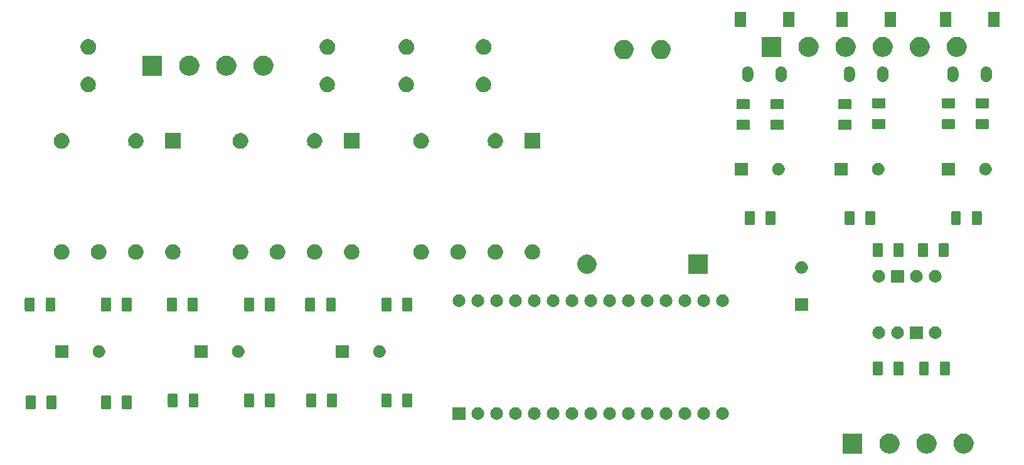
<source format=gbr>
G04 #@! TF.GenerationSoftware,KiCad,Pcbnew,5.0.2-bee76a0~70~ubuntu18.04.1*
G04 #@! TF.CreationDate,2019-11-03T19:36:50+01:00*
G04 #@! TF.ProjectId,AmpMeter,416d704d-6574-4657-922e-6b696361645f,rev?*
G04 #@! TF.SameCoordinates,Original*
G04 #@! TF.FileFunction,Soldermask,Top*
G04 #@! TF.FilePolarity,Negative*
%FSLAX46Y46*%
G04 Gerber Fmt 4.6, Leading zero omitted, Abs format (unit mm)*
G04 Created by KiCad (PCBNEW 5.0.2-bee76a0~70~ubuntu18.04.1) date So 03 Nov 2019 19:36:50 CET*
%MOMM*%
%LPD*%
G01*
G04 APERTURE LIST*
%ADD10C,0.100000*%
G04 APERTURE END LIST*
D10*
G36*
X147597567Y-70302959D02*
X147728072Y-70328918D01*
X147973939Y-70430759D01*
X148194464Y-70578110D01*
X148195215Y-70578612D01*
X148383388Y-70766785D01*
X148383390Y-70766788D01*
X148531241Y-70988061D01*
X148633082Y-71233928D01*
X148685000Y-71494938D01*
X148685000Y-71761062D01*
X148633082Y-72022072D01*
X148531241Y-72267939D01*
X148383890Y-72488464D01*
X148383388Y-72489215D01*
X148195215Y-72677388D01*
X148195212Y-72677390D01*
X147973939Y-72825241D01*
X147728072Y-72927082D01*
X147597567Y-72953041D01*
X147467063Y-72979000D01*
X147200937Y-72979000D01*
X147070433Y-72953041D01*
X146939928Y-72927082D01*
X146694061Y-72825241D01*
X146472788Y-72677390D01*
X146472785Y-72677388D01*
X146284612Y-72489215D01*
X146284110Y-72488464D01*
X146136759Y-72267939D01*
X146034918Y-72022072D01*
X145983000Y-71761062D01*
X145983000Y-71494938D01*
X146034918Y-71233928D01*
X146136759Y-70988061D01*
X146284610Y-70766788D01*
X146284612Y-70766785D01*
X146472785Y-70578612D01*
X146473536Y-70578110D01*
X146694061Y-70430759D01*
X146939928Y-70328918D01*
X147070433Y-70302959D01*
X147200937Y-70277000D01*
X147467063Y-70277000D01*
X147597567Y-70302959D01*
X147597567Y-70302959D01*
G37*
G36*
X137597567Y-70302959D02*
X137728072Y-70328918D01*
X137973939Y-70430759D01*
X138194464Y-70578110D01*
X138195215Y-70578612D01*
X138383388Y-70766785D01*
X138383390Y-70766788D01*
X138531241Y-70988061D01*
X138633082Y-71233928D01*
X138685000Y-71494938D01*
X138685000Y-71761062D01*
X138633082Y-72022072D01*
X138531241Y-72267939D01*
X138383890Y-72488464D01*
X138383388Y-72489215D01*
X138195215Y-72677388D01*
X138195212Y-72677390D01*
X137973939Y-72825241D01*
X137728072Y-72927082D01*
X137597567Y-72953041D01*
X137467063Y-72979000D01*
X137200937Y-72979000D01*
X137070433Y-72953041D01*
X136939928Y-72927082D01*
X136694061Y-72825241D01*
X136472788Y-72677390D01*
X136472785Y-72677388D01*
X136284612Y-72489215D01*
X136284110Y-72488464D01*
X136136759Y-72267939D01*
X136034918Y-72022072D01*
X135983000Y-71761062D01*
X135983000Y-71494938D01*
X136034918Y-71233928D01*
X136136759Y-70988061D01*
X136284610Y-70766788D01*
X136284612Y-70766785D01*
X136472785Y-70578612D01*
X136473536Y-70578110D01*
X136694061Y-70430759D01*
X136939928Y-70328918D01*
X137070433Y-70302959D01*
X137200937Y-70277000D01*
X137467063Y-70277000D01*
X137597567Y-70302959D01*
X137597567Y-70302959D01*
G37*
G36*
X133685000Y-72979000D02*
X130983000Y-72979000D01*
X130983000Y-70277000D01*
X133685000Y-70277000D01*
X133685000Y-72979000D01*
X133685000Y-72979000D01*
G37*
G36*
X142597567Y-70302959D02*
X142728072Y-70328918D01*
X142973939Y-70430759D01*
X143194464Y-70578110D01*
X143195215Y-70578612D01*
X143383388Y-70766785D01*
X143383390Y-70766788D01*
X143531241Y-70988061D01*
X143633082Y-71233928D01*
X143685000Y-71494938D01*
X143685000Y-71761062D01*
X143633082Y-72022072D01*
X143531241Y-72267939D01*
X143383890Y-72488464D01*
X143383388Y-72489215D01*
X143195215Y-72677388D01*
X143195212Y-72677390D01*
X142973939Y-72825241D01*
X142728072Y-72927082D01*
X142597567Y-72953041D01*
X142467063Y-72979000D01*
X142200937Y-72979000D01*
X142070433Y-72953041D01*
X141939928Y-72927082D01*
X141694061Y-72825241D01*
X141472788Y-72677390D01*
X141472785Y-72677388D01*
X141284612Y-72489215D01*
X141284110Y-72488464D01*
X141136759Y-72267939D01*
X141034918Y-72022072D01*
X140983000Y-71761062D01*
X140983000Y-71494938D01*
X141034918Y-71233928D01*
X141136759Y-70988061D01*
X141284610Y-70766788D01*
X141284612Y-70766785D01*
X141472785Y-70578612D01*
X141473536Y-70578110D01*
X141694061Y-70430759D01*
X141939928Y-70328918D01*
X142070433Y-70302959D01*
X142200937Y-70277000D01*
X142467063Y-70277000D01*
X142597567Y-70302959D01*
X142597567Y-70302959D01*
G37*
G36*
X92114821Y-66725313D02*
X92114824Y-66725314D01*
X92114825Y-66725314D01*
X92275239Y-66773975D01*
X92275241Y-66773976D01*
X92275244Y-66773977D01*
X92423078Y-66852995D01*
X92552659Y-66959341D01*
X92659005Y-67088922D01*
X92738023Y-67236756D01*
X92786687Y-67397179D01*
X92803117Y-67564000D01*
X92786687Y-67730821D01*
X92738023Y-67891244D01*
X92659005Y-68039078D01*
X92552659Y-68168659D01*
X92423078Y-68275005D01*
X92275244Y-68354023D01*
X92275241Y-68354024D01*
X92275239Y-68354025D01*
X92114825Y-68402686D01*
X92114824Y-68402686D01*
X92114821Y-68402687D01*
X91989804Y-68415000D01*
X91906196Y-68415000D01*
X91781179Y-68402687D01*
X91781176Y-68402686D01*
X91781175Y-68402686D01*
X91620761Y-68354025D01*
X91620759Y-68354024D01*
X91620756Y-68354023D01*
X91472922Y-68275005D01*
X91343341Y-68168659D01*
X91236995Y-68039078D01*
X91157977Y-67891244D01*
X91109313Y-67730821D01*
X91092883Y-67564000D01*
X91109313Y-67397179D01*
X91157977Y-67236756D01*
X91236995Y-67088922D01*
X91343341Y-66959341D01*
X91472922Y-66852995D01*
X91620756Y-66773977D01*
X91620759Y-66773976D01*
X91620761Y-66773975D01*
X91781175Y-66725314D01*
X91781176Y-66725314D01*
X91781179Y-66725313D01*
X91906196Y-66713000D01*
X91989804Y-66713000D01*
X92114821Y-66725313D01*
X92114821Y-66725313D01*
G37*
G36*
X109894821Y-66725313D02*
X109894824Y-66725314D01*
X109894825Y-66725314D01*
X110055239Y-66773975D01*
X110055241Y-66773976D01*
X110055244Y-66773977D01*
X110203078Y-66852995D01*
X110332659Y-66959341D01*
X110439005Y-67088922D01*
X110518023Y-67236756D01*
X110566687Y-67397179D01*
X110583117Y-67564000D01*
X110566687Y-67730821D01*
X110518023Y-67891244D01*
X110439005Y-68039078D01*
X110332659Y-68168659D01*
X110203078Y-68275005D01*
X110055244Y-68354023D01*
X110055241Y-68354024D01*
X110055239Y-68354025D01*
X109894825Y-68402686D01*
X109894824Y-68402686D01*
X109894821Y-68402687D01*
X109769804Y-68415000D01*
X109686196Y-68415000D01*
X109561179Y-68402687D01*
X109561176Y-68402686D01*
X109561175Y-68402686D01*
X109400761Y-68354025D01*
X109400759Y-68354024D01*
X109400756Y-68354023D01*
X109252922Y-68275005D01*
X109123341Y-68168659D01*
X109016995Y-68039078D01*
X108937977Y-67891244D01*
X108889313Y-67730821D01*
X108872883Y-67564000D01*
X108889313Y-67397179D01*
X108937977Y-67236756D01*
X109016995Y-67088922D01*
X109123341Y-66959341D01*
X109252922Y-66852995D01*
X109400756Y-66773977D01*
X109400759Y-66773976D01*
X109400761Y-66773975D01*
X109561175Y-66725314D01*
X109561176Y-66725314D01*
X109561179Y-66725313D01*
X109686196Y-66713000D01*
X109769804Y-66713000D01*
X109894821Y-66725313D01*
X109894821Y-66725313D01*
G37*
G36*
X112434821Y-66725313D02*
X112434824Y-66725314D01*
X112434825Y-66725314D01*
X112595239Y-66773975D01*
X112595241Y-66773976D01*
X112595244Y-66773977D01*
X112743078Y-66852995D01*
X112872659Y-66959341D01*
X112979005Y-67088922D01*
X113058023Y-67236756D01*
X113106687Y-67397179D01*
X113123117Y-67564000D01*
X113106687Y-67730821D01*
X113058023Y-67891244D01*
X112979005Y-68039078D01*
X112872659Y-68168659D01*
X112743078Y-68275005D01*
X112595244Y-68354023D01*
X112595241Y-68354024D01*
X112595239Y-68354025D01*
X112434825Y-68402686D01*
X112434824Y-68402686D01*
X112434821Y-68402687D01*
X112309804Y-68415000D01*
X112226196Y-68415000D01*
X112101179Y-68402687D01*
X112101176Y-68402686D01*
X112101175Y-68402686D01*
X111940761Y-68354025D01*
X111940759Y-68354024D01*
X111940756Y-68354023D01*
X111792922Y-68275005D01*
X111663341Y-68168659D01*
X111556995Y-68039078D01*
X111477977Y-67891244D01*
X111429313Y-67730821D01*
X111412883Y-67564000D01*
X111429313Y-67397179D01*
X111477977Y-67236756D01*
X111556995Y-67088922D01*
X111663341Y-66959341D01*
X111792922Y-66852995D01*
X111940756Y-66773977D01*
X111940759Y-66773976D01*
X111940761Y-66773975D01*
X112101175Y-66725314D01*
X112101176Y-66725314D01*
X112101179Y-66725313D01*
X112226196Y-66713000D01*
X112309804Y-66713000D01*
X112434821Y-66725313D01*
X112434821Y-66725313D01*
G37*
G36*
X114974821Y-66725313D02*
X114974824Y-66725314D01*
X114974825Y-66725314D01*
X115135239Y-66773975D01*
X115135241Y-66773976D01*
X115135244Y-66773977D01*
X115283078Y-66852995D01*
X115412659Y-66959341D01*
X115519005Y-67088922D01*
X115598023Y-67236756D01*
X115646687Y-67397179D01*
X115663117Y-67564000D01*
X115646687Y-67730821D01*
X115598023Y-67891244D01*
X115519005Y-68039078D01*
X115412659Y-68168659D01*
X115283078Y-68275005D01*
X115135244Y-68354023D01*
X115135241Y-68354024D01*
X115135239Y-68354025D01*
X114974825Y-68402686D01*
X114974824Y-68402686D01*
X114974821Y-68402687D01*
X114849804Y-68415000D01*
X114766196Y-68415000D01*
X114641179Y-68402687D01*
X114641176Y-68402686D01*
X114641175Y-68402686D01*
X114480761Y-68354025D01*
X114480759Y-68354024D01*
X114480756Y-68354023D01*
X114332922Y-68275005D01*
X114203341Y-68168659D01*
X114096995Y-68039078D01*
X114017977Y-67891244D01*
X113969313Y-67730821D01*
X113952883Y-67564000D01*
X113969313Y-67397179D01*
X114017977Y-67236756D01*
X114096995Y-67088922D01*
X114203341Y-66959341D01*
X114332922Y-66852995D01*
X114480756Y-66773977D01*
X114480759Y-66773976D01*
X114480761Y-66773975D01*
X114641175Y-66725314D01*
X114641176Y-66725314D01*
X114641179Y-66725313D01*
X114766196Y-66713000D01*
X114849804Y-66713000D01*
X114974821Y-66725313D01*
X114974821Y-66725313D01*
G37*
G36*
X80099000Y-68415000D02*
X78397000Y-68415000D01*
X78397000Y-66713000D01*
X80099000Y-66713000D01*
X80099000Y-68415000D01*
X80099000Y-68415000D01*
G37*
G36*
X81954821Y-66725313D02*
X81954824Y-66725314D01*
X81954825Y-66725314D01*
X82115239Y-66773975D01*
X82115241Y-66773976D01*
X82115244Y-66773977D01*
X82263078Y-66852995D01*
X82392659Y-66959341D01*
X82499005Y-67088922D01*
X82578023Y-67236756D01*
X82626687Y-67397179D01*
X82643117Y-67564000D01*
X82626687Y-67730821D01*
X82578023Y-67891244D01*
X82499005Y-68039078D01*
X82392659Y-68168659D01*
X82263078Y-68275005D01*
X82115244Y-68354023D01*
X82115241Y-68354024D01*
X82115239Y-68354025D01*
X81954825Y-68402686D01*
X81954824Y-68402686D01*
X81954821Y-68402687D01*
X81829804Y-68415000D01*
X81746196Y-68415000D01*
X81621179Y-68402687D01*
X81621176Y-68402686D01*
X81621175Y-68402686D01*
X81460761Y-68354025D01*
X81460759Y-68354024D01*
X81460756Y-68354023D01*
X81312922Y-68275005D01*
X81183341Y-68168659D01*
X81076995Y-68039078D01*
X80997977Y-67891244D01*
X80949313Y-67730821D01*
X80932883Y-67564000D01*
X80949313Y-67397179D01*
X80997977Y-67236756D01*
X81076995Y-67088922D01*
X81183341Y-66959341D01*
X81312922Y-66852995D01*
X81460756Y-66773977D01*
X81460759Y-66773976D01*
X81460761Y-66773975D01*
X81621175Y-66725314D01*
X81621176Y-66725314D01*
X81621179Y-66725313D01*
X81746196Y-66713000D01*
X81829804Y-66713000D01*
X81954821Y-66725313D01*
X81954821Y-66725313D01*
G37*
G36*
X107354821Y-66725313D02*
X107354824Y-66725314D01*
X107354825Y-66725314D01*
X107515239Y-66773975D01*
X107515241Y-66773976D01*
X107515244Y-66773977D01*
X107663078Y-66852995D01*
X107792659Y-66959341D01*
X107899005Y-67088922D01*
X107978023Y-67236756D01*
X108026687Y-67397179D01*
X108043117Y-67564000D01*
X108026687Y-67730821D01*
X107978023Y-67891244D01*
X107899005Y-68039078D01*
X107792659Y-68168659D01*
X107663078Y-68275005D01*
X107515244Y-68354023D01*
X107515241Y-68354024D01*
X107515239Y-68354025D01*
X107354825Y-68402686D01*
X107354824Y-68402686D01*
X107354821Y-68402687D01*
X107229804Y-68415000D01*
X107146196Y-68415000D01*
X107021179Y-68402687D01*
X107021176Y-68402686D01*
X107021175Y-68402686D01*
X106860761Y-68354025D01*
X106860759Y-68354024D01*
X106860756Y-68354023D01*
X106712922Y-68275005D01*
X106583341Y-68168659D01*
X106476995Y-68039078D01*
X106397977Y-67891244D01*
X106349313Y-67730821D01*
X106332883Y-67564000D01*
X106349313Y-67397179D01*
X106397977Y-67236756D01*
X106476995Y-67088922D01*
X106583341Y-66959341D01*
X106712922Y-66852995D01*
X106860756Y-66773977D01*
X106860759Y-66773976D01*
X106860761Y-66773975D01*
X107021175Y-66725314D01*
X107021176Y-66725314D01*
X107021179Y-66725313D01*
X107146196Y-66713000D01*
X107229804Y-66713000D01*
X107354821Y-66725313D01*
X107354821Y-66725313D01*
G37*
G36*
X87034821Y-66725313D02*
X87034824Y-66725314D01*
X87034825Y-66725314D01*
X87195239Y-66773975D01*
X87195241Y-66773976D01*
X87195244Y-66773977D01*
X87343078Y-66852995D01*
X87472659Y-66959341D01*
X87579005Y-67088922D01*
X87658023Y-67236756D01*
X87706687Y-67397179D01*
X87723117Y-67564000D01*
X87706687Y-67730821D01*
X87658023Y-67891244D01*
X87579005Y-68039078D01*
X87472659Y-68168659D01*
X87343078Y-68275005D01*
X87195244Y-68354023D01*
X87195241Y-68354024D01*
X87195239Y-68354025D01*
X87034825Y-68402686D01*
X87034824Y-68402686D01*
X87034821Y-68402687D01*
X86909804Y-68415000D01*
X86826196Y-68415000D01*
X86701179Y-68402687D01*
X86701176Y-68402686D01*
X86701175Y-68402686D01*
X86540761Y-68354025D01*
X86540759Y-68354024D01*
X86540756Y-68354023D01*
X86392922Y-68275005D01*
X86263341Y-68168659D01*
X86156995Y-68039078D01*
X86077977Y-67891244D01*
X86029313Y-67730821D01*
X86012883Y-67564000D01*
X86029313Y-67397179D01*
X86077977Y-67236756D01*
X86156995Y-67088922D01*
X86263341Y-66959341D01*
X86392922Y-66852995D01*
X86540756Y-66773977D01*
X86540759Y-66773976D01*
X86540761Y-66773975D01*
X86701175Y-66725314D01*
X86701176Y-66725314D01*
X86701179Y-66725313D01*
X86826196Y-66713000D01*
X86909804Y-66713000D01*
X87034821Y-66725313D01*
X87034821Y-66725313D01*
G37*
G36*
X89574821Y-66725313D02*
X89574824Y-66725314D01*
X89574825Y-66725314D01*
X89735239Y-66773975D01*
X89735241Y-66773976D01*
X89735244Y-66773977D01*
X89883078Y-66852995D01*
X90012659Y-66959341D01*
X90119005Y-67088922D01*
X90198023Y-67236756D01*
X90246687Y-67397179D01*
X90263117Y-67564000D01*
X90246687Y-67730821D01*
X90198023Y-67891244D01*
X90119005Y-68039078D01*
X90012659Y-68168659D01*
X89883078Y-68275005D01*
X89735244Y-68354023D01*
X89735241Y-68354024D01*
X89735239Y-68354025D01*
X89574825Y-68402686D01*
X89574824Y-68402686D01*
X89574821Y-68402687D01*
X89449804Y-68415000D01*
X89366196Y-68415000D01*
X89241179Y-68402687D01*
X89241176Y-68402686D01*
X89241175Y-68402686D01*
X89080761Y-68354025D01*
X89080759Y-68354024D01*
X89080756Y-68354023D01*
X88932922Y-68275005D01*
X88803341Y-68168659D01*
X88696995Y-68039078D01*
X88617977Y-67891244D01*
X88569313Y-67730821D01*
X88552883Y-67564000D01*
X88569313Y-67397179D01*
X88617977Y-67236756D01*
X88696995Y-67088922D01*
X88803341Y-66959341D01*
X88932922Y-66852995D01*
X89080756Y-66773977D01*
X89080759Y-66773976D01*
X89080761Y-66773975D01*
X89241175Y-66725314D01*
X89241176Y-66725314D01*
X89241179Y-66725313D01*
X89366196Y-66713000D01*
X89449804Y-66713000D01*
X89574821Y-66725313D01*
X89574821Y-66725313D01*
G37*
G36*
X94654821Y-66725313D02*
X94654824Y-66725314D01*
X94654825Y-66725314D01*
X94815239Y-66773975D01*
X94815241Y-66773976D01*
X94815244Y-66773977D01*
X94963078Y-66852995D01*
X95092659Y-66959341D01*
X95199005Y-67088922D01*
X95278023Y-67236756D01*
X95326687Y-67397179D01*
X95343117Y-67564000D01*
X95326687Y-67730821D01*
X95278023Y-67891244D01*
X95199005Y-68039078D01*
X95092659Y-68168659D01*
X94963078Y-68275005D01*
X94815244Y-68354023D01*
X94815241Y-68354024D01*
X94815239Y-68354025D01*
X94654825Y-68402686D01*
X94654824Y-68402686D01*
X94654821Y-68402687D01*
X94529804Y-68415000D01*
X94446196Y-68415000D01*
X94321179Y-68402687D01*
X94321176Y-68402686D01*
X94321175Y-68402686D01*
X94160761Y-68354025D01*
X94160759Y-68354024D01*
X94160756Y-68354023D01*
X94012922Y-68275005D01*
X93883341Y-68168659D01*
X93776995Y-68039078D01*
X93697977Y-67891244D01*
X93649313Y-67730821D01*
X93632883Y-67564000D01*
X93649313Y-67397179D01*
X93697977Y-67236756D01*
X93776995Y-67088922D01*
X93883341Y-66959341D01*
X94012922Y-66852995D01*
X94160756Y-66773977D01*
X94160759Y-66773976D01*
X94160761Y-66773975D01*
X94321175Y-66725314D01*
X94321176Y-66725314D01*
X94321179Y-66725313D01*
X94446196Y-66713000D01*
X94529804Y-66713000D01*
X94654821Y-66725313D01*
X94654821Y-66725313D01*
G37*
G36*
X97194821Y-66725313D02*
X97194824Y-66725314D01*
X97194825Y-66725314D01*
X97355239Y-66773975D01*
X97355241Y-66773976D01*
X97355244Y-66773977D01*
X97503078Y-66852995D01*
X97632659Y-66959341D01*
X97739005Y-67088922D01*
X97818023Y-67236756D01*
X97866687Y-67397179D01*
X97883117Y-67564000D01*
X97866687Y-67730821D01*
X97818023Y-67891244D01*
X97739005Y-68039078D01*
X97632659Y-68168659D01*
X97503078Y-68275005D01*
X97355244Y-68354023D01*
X97355241Y-68354024D01*
X97355239Y-68354025D01*
X97194825Y-68402686D01*
X97194824Y-68402686D01*
X97194821Y-68402687D01*
X97069804Y-68415000D01*
X96986196Y-68415000D01*
X96861179Y-68402687D01*
X96861176Y-68402686D01*
X96861175Y-68402686D01*
X96700761Y-68354025D01*
X96700759Y-68354024D01*
X96700756Y-68354023D01*
X96552922Y-68275005D01*
X96423341Y-68168659D01*
X96316995Y-68039078D01*
X96237977Y-67891244D01*
X96189313Y-67730821D01*
X96172883Y-67564000D01*
X96189313Y-67397179D01*
X96237977Y-67236756D01*
X96316995Y-67088922D01*
X96423341Y-66959341D01*
X96552922Y-66852995D01*
X96700756Y-66773977D01*
X96700759Y-66773976D01*
X96700761Y-66773975D01*
X96861175Y-66725314D01*
X96861176Y-66725314D01*
X96861179Y-66725313D01*
X96986196Y-66713000D01*
X97069804Y-66713000D01*
X97194821Y-66725313D01*
X97194821Y-66725313D01*
G37*
G36*
X99734821Y-66725313D02*
X99734824Y-66725314D01*
X99734825Y-66725314D01*
X99895239Y-66773975D01*
X99895241Y-66773976D01*
X99895244Y-66773977D01*
X100043078Y-66852995D01*
X100172659Y-66959341D01*
X100279005Y-67088922D01*
X100358023Y-67236756D01*
X100406687Y-67397179D01*
X100423117Y-67564000D01*
X100406687Y-67730821D01*
X100358023Y-67891244D01*
X100279005Y-68039078D01*
X100172659Y-68168659D01*
X100043078Y-68275005D01*
X99895244Y-68354023D01*
X99895241Y-68354024D01*
X99895239Y-68354025D01*
X99734825Y-68402686D01*
X99734824Y-68402686D01*
X99734821Y-68402687D01*
X99609804Y-68415000D01*
X99526196Y-68415000D01*
X99401179Y-68402687D01*
X99401176Y-68402686D01*
X99401175Y-68402686D01*
X99240761Y-68354025D01*
X99240759Y-68354024D01*
X99240756Y-68354023D01*
X99092922Y-68275005D01*
X98963341Y-68168659D01*
X98856995Y-68039078D01*
X98777977Y-67891244D01*
X98729313Y-67730821D01*
X98712883Y-67564000D01*
X98729313Y-67397179D01*
X98777977Y-67236756D01*
X98856995Y-67088922D01*
X98963341Y-66959341D01*
X99092922Y-66852995D01*
X99240756Y-66773977D01*
X99240759Y-66773976D01*
X99240761Y-66773975D01*
X99401175Y-66725314D01*
X99401176Y-66725314D01*
X99401179Y-66725313D01*
X99526196Y-66713000D01*
X99609804Y-66713000D01*
X99734821Y-66725313D01*
X99734821Y-66725313D01*
G37*
G36*
X102274821Y-66725313D02*
X102274824Y-66725314D01*
X102274825Y-66725314D01*
X102435239Y-66773975D01*
X102435241Y-66773976D01*
X102435244Y-66773977D01*
X102583078Y-66852995D01*
X102712659Y-66959341D01*
X102819005Y-67088922D01*
X102898023Y-67236756D01*
X102946687Y-67397179D01*
X102963117Y-67564000D01*
X102946687Y-67730821D01*
X102898023Y-67891244D01*
X102819005Y-68039078D01*
X102712659Y-68168659D01*
X102583078Y-68275005D01*
X102435244Y-68354023D01*
X102435241Y-68354024D01*
X102435239Y-68354025D01*
X102274825Y-68402686D01*
X102274824Y-68402686D01*
X102274821Y-68402687D01*
X102149804Y-68415000D01*
X102066196Y-68415000D01*
X101941179Y-68402687D01*
X101941176Y-68402686D01*
X101941175Y-68402686D01*
X101780761Y-68354025D01*
X101780759Y-68354024D01*
X101780756Y-68354023D01*
X101632922Y-68275005D01*
X101503341Y-68168659D01*
X101396995Y-68039078D01*
X101317977Y-67891244D01*
X101269313Y-67730821D01*
X101252883Y-67564000D01*
X101269313Y-67397179D01*
X101317977Y-67236756D01*
X101396995Y-67088922D01*
X101503341Y-66959341D01*
X101632922Y-66852995D01*
X101780756Y-66773977D01*
X101780759Y-66773976D01*
X101780761Y-66773975D01*
X101941175Y-66725314D01*
X101941176Y-66725314D01*
X101941179Y-66725313D01*
X102066196Y-66713000D01*
X102149804Y-66713000D01*
X102274821Y-66725313D01*
X102274821Y-66725313D01*
G37*
G36*
X104814821Y-66725313D02*
X104814824Y-66725314D01*
X104814825Y-66725314D01*
X104975239Y-66773975D01*
X104975241Y-66773976D01*
X104975244Y-66773977D01*
X105123078Y-66852995D01*
X105252659Y-66959341D01*
X105359005Y-67088922D01*
X105438023Y-67236756D01*
X105486687Y-67397179D01*
X105503117Y-67564000D01*
X105486687Y-67730821D01*
X105438023Y-67891244D01*
X105359005Y-68039078D01*
X105252659Y-68168659D01*
X105123078Y-68275005D01*
X104975244Y-68354023D01*
X104975241Y-68354024D01*
X104975239Y-68354025D01*
X104814825Y-68402686D01*
X104814824Y-68402686D01*
X104814821Y-68402687D01*
X104689804Y-68415000D01*
X104606196Y-68415000D01*
X104481179Y-68402687D01*
X104481176Y-68402686D01*
X104481175Y-68402686D01*
X104320761Y-68354025D01*
X104320759Y-68354024D01*
X104320756Y-68354023D01*
X104172922Y-68275005D01*
X104043341Y-68168659D01*
X103936995Y-68039078D01*
X103857977Y-67891244D01*
X103809313Y-67730821D01*
X103792883Y-67564000D01*
X103809313Y-67397179D01*
X103857977Y-67236756D01*
X103936995Y-67088922D01*
X104043341Y-66959341D01*
X104172922Y-66852995D01*
X104320756Y-66773977D01*
X104320759Y-66773976D01*
X104320761Y-66773975D01*
X104481175Y-66725314D01*
X104481176Y-66725314D01*
X104481179Y-66725313D01*
X104606196Y-66713000D01*
X104689804Y-66713000D01*
X104814821Y-66725313D01*
X104814821Y-66725313D01*
G37*
G36*
X84494821Y-66725313D02*
X84494824Y-66725314D01*
X84494825Y-66725314D01*
X84655239Y-66773975D01*
X84655241Y-66773976D01*
X84655244Y-66773977D01*
X84803078Y-66852995D01*
X84932659Y-66959341D01*
X85039005Y-67088922D01*
X85118023Y-67236756D01*
X85166687Y-67397179D01*
X85183117Y-67564000D01*
X85166687Y-67730821D01*
X85118023Y-67891244D01*
X85039005Y-68039078D01*
X84932659Y-68168659D01*
X84803078Y-68275005D01*
X84655244Y-68354023D01*
X84655241Y-68354024D01*
X84655239Y-68354025D01*
X84494825Y-68402686D01*
X84494824Y-68402686D01*
X84494821Y-68402687D01*
X84369804Y-68415000D01*
X84286196Y-68415000D01*
X84161179Y-68402687D01*
X84161176Y-68402686D01*
X84161175Y-68402686D01*
X84000761Y-68354025D01*
X84000759Y-68354024D01*
X84000756Y-68354023D01*
X83852922Y-68275005D01*
X83723341Y-68168659D01*
X83616995Y-68039078D01*
X83537977Y-67891244D01*
X83489313Y-67730821D01*
X83472883Y-67564000D01*
X83489313Y-67397179D01*
X83537977Y-67236756D01*
X83616995Y-67088922D01*
X83723341Y-66959341D01*
X83852922Y-66852995D01*
X84000756Y-66773977D01*
X84000759Y-66773976D01*
X84000761Y-66773975D01*
X84161175Y-66725314D01*
X84161176Y-66725314D01*
X84161179Y-66725313D01*
X84286196Y-66713000D01*
X84369804Y-66713000D01*
X84494821Y-66725313D01*
X84494821Y-66725313D01*
G37*
G36*
X34938604Y-65118347D02*
X34975145Y-65129432D01*
X35008820Y-65147431D01*
X35038341Y-65171659D01*
X35062569Y-65201180D01*
X35080568Y-65234855D01*
X35091653Y-65271396D01*
X35096000Y-65315538D01*
X35096000Y-66764462D01*
X35091653Y-66808604D01*
X35080568Y-66845145D01*
X35062569Y-66878820D01*
X35038341Y-66908341D01*
X35008820Y-66932569D01*
X34975145Y-66950568D01*
X34938604Y-66961653D01*
X34894462Y-66966000D01*
X33945538Y-66966000D01*
X33901396Y-66961653D01*
X33864855Y-66950568D01*
X33831180Y-66932569D01*
X33801659Y-66908341D01*
X33777431Y-66878820D01*
X33759432Y-66845145D01*
X33748347Y-66808604D01*
X33744000Y-66764462D01*
X33744000Y-65315538D01*
X33748347Y-65271396D01*
X33759432Y-65234855D01*
X33777431Y-65201180D01*
X33801659Y-65171659D01*
X33831180Y-65147431D01*
X33864855Y-65129432D01*
X33901396Y-65118347D01*
X33945538Y-65114000D01*
X34894462Y-65114000D01*
X34938604Y-65118347D01*
X34938604Y-65118347D01*
G37*
G36*
X32138604Y-65118347D02*
X32175145Y-65129432D01*
X32208820Y-65147431D01*
X32238341Y-65171659D01*
X32262569Y-65201180D01*
X32280568Y-65234855D01*
X32291653Y-65271396D01*
X32296000Y-65315538D01*
X32296000Y-66764462D01*
X32291653Y-66808604D01*
X32280568Y-66845145D01*
X32262569Y-66878820D01*
X32238341Y-66908341D01*
X32208820Y-66932569D01*
X32175145Y-66950568D01*
X32138604Y-66961653D01*
X32094462Y-66966000D01*
X31145538Y-66966000D01*
X31101396Y-66961653D01*
X31064855Y-66950568D01*
X31031180Y-66932569D01*
X31001659Y-66908341D01*
X30977431Y-66878820D01*
X30959432Y-66845145D01*
X30948347Y-66808604D01*
X30944000Y-66764462D01*
X30944000Y-65315538D01*
X30948347Y-65271396D01*
X30959432Y-65234855D01*
X30977431Y-65201180D01*
X31001659Y-65171659D01*
X31031180Y-65147431D01*
X31064855Y-65129432D01*
X31101396Y-65118347D01*
X31145538Y-65114000D01*
X32094462Y-65114000D01*
X32138604Y-65118347D01*
X32138604Y-65118347D01*
G37*
G36*
X21978604Y-65118347D02*
X22015145Y-65129432D01*
X22048820Y-65147431D01*
X22078341Y-65171659D01*
X22102569Y-65201180D01*
X22120568Y-65234855D01*
X22131653Y-65271396D01*
X22136000Y-65315538D01*
X22136000Y-66764462D01*
X22131653Y-66808604D01*
X22120568Y-66845145D01*
X22102569Y-66878820D01*
X22078341Y-66908341D01*
X22048820Y-66932569D01*
X22015145Y-66950568D01*
X21978604Y-66961653D01*
X21934462Y-66966000D01*
X20985538Y-66966000D01*
X20941396Y-66961653D01*
X20904855Y-66950568D01*
X20871180Y-66932569D01*
X20841659Y-66908341D01*
X20817431Y-66878820D01*
X20799432Y-66845145D01*
X20788347Y-66808604D01*
X20784000Y-66764462D01*
X20784000Y-65315538D01*
X20788347Y-65271396D01*
X20799432Y-65234855D01*
X20817431Y-65201180D01*
X20841659Y-65171659D01*
X20871180Y-65147431D01*
X20904855Y-65129432D01*
X20941396Y-65118347D01*
X20985538Y-65114000D01*
X21934462Y-65114000D01*
X21978604Y-65118347D01*
X21978604Y-65118347D01*
G37*
G36*
X24778604Y-65118347D02*
X24815145Y-65129432D01*
X24848820Y-65147431D01*
X24878341Y-65171659D01*
X24902569Y-65201180D01*
X24920568Y-65234855D01*
X24931653Y-65271396D01*
X24936000Y-65315538D01*
X24936000Y-66764462D01*
X24931653Y-66808604D01*
X24920568Y-66845145D01*
X24902569Y-66878820D01*
X24878341Y-66908341D01*
X24848820Y-66932569D01*
X24815145Y-66950568D01*
X24778604Y-66961653D01*
X24734462Y-66966000D01*
X23785538Y-66966000D01*
X23741396Y-66961653D01*
X23704855Y-66950568D01*
X23671180Y-66932569D01*
X23641659Y-66908341D01*
X23617431Y-66878820D01*
X23599432Y-66845145D01*
X23588347Y-66808604D01*
X23584000Y-66764462D01*
X23584000Y-65315538D01*
X23588347Y-65271396D01*
X23599432Y-65234855D01*
X23617431Y-65201180D01*
X23641659Y-65171659D01*
X23671180Y-65147431D01*
X23704855Y-65129432D01*
X23741396Y-65118347D01*
X23785538Y-65114000D01*
X24734462Y-65114000D01*
X24778604Y-65118347D01*
X24778604Y-65118347D01*
G37*
G36*
X69984604Y-64864347D02*
X70021145Y-64875432D01*
X70054820Y-64893431D01*
X70084341Y-64917659D01*
X70108569Y-64947180D01*
X70126568Y-64980855D01*
X70137653Y-65017396D01*
X70142000Y-65061538D01*
X70142000Y-66510462D01*
X70137653Y-66554604D01*
X70126568Y-66591145D01*
X70108569Y-66624820D01*
X70084341Y-66654341D01*
X70054820Y-66678569D01*
X70021145Y-66696568D01*
X69984604Y-66707653D01*
X69940462Y-66712000D01*
X68991538Y-66712000D01*
X68947396Y-66707653D01*
X68910855Y-66696568D01*
X68877180Y-66678569D01*
X68847659Y-66654341D01*
X68823431Y-66624820D01*
X68805432Y-66591145D01*
X68794347Y-66554604D01*
X68790000Y-66510462D01*
X68790000Y-65061538D01*
X68794347Y-65017396D01*
X68805432Y-64980855D01*
X68823431Y-64947180D01*
X68847659Y-64917659D01*
X68877180Y-64893431D01*
X68910855Y-64875432D01*
X68947396Y-64864347D01*
X68991538Y-64860000D01*
X69940462Y-64860000D01*
X69984604Y-64864347D01*
X69984604Y-64864347D01*
G37*
G36*
X62624604Y-64864347D02*
X62661145Y-64875432D01*
X62694820Y-64893431D01*
X62724341Y-64917659D01*
X62748569Y-64947180D01*
X62766568Y-64980855D01*
X62777653Y-65017396D01*
X62782000Y-65061538D01*
X62782000Y-66510462D01*
X62777653Y-66554604D01*
X62766568Y-66591145D01*
X62748569Y-66624820D01*
X62724341Y-66654341D01*
X62694820Y-66678569D01*
X62661145Y-66696568D01*
X62624604Y-66707653D01*
X62580462Y-66712000D01*
X61631538Y-66712000D01*
X61587396Y-66707653D01*
X61550855Y-66696568D01*
X61517180Y-66678569D01*
X61487659Y-66654341D01*
X61463431Y-66624820D01*
X61445432Y-66591145D01*
X61434347Y-66554604D01*
X61430000Y-66510462D01*
X61430000Y-65061538D01*
X61434347Y-65017396D01*
X61445432Y-64980855D01*
X61463431Y-64947180D01*
X61487659Y-64917659D01*
X61517180Y-64893431D01*
X61550855Y-64875432D01*
X61587396Y-64864347D01*
X61631538Y-64860000D01*
X62580462Y-64860000D01*
X62624604Y-64864347D01*
X62624604Y-64864347D01*
G37*
G36*
X59824604Y-64864347D02*
X59861145Y-64875432D01*
X59894820Y-64893431D01*
X59924341Y-64917659D01*
X59948569Y-64947180D01*
X59966568Y-64980855D01*
X59977653Y-65017396D01*
X59982000Y-65061538D01*
X59982000Y-66510462D01*
X59977653Y-66554604D01*
X59966568Y-66591145D01*
X59948569Y-66624820D01*
X59924341Y-66654341D01*
X59894820Y-66678569D01*
X59861145Y-66696568D01*
X59824604Y-66707653D01*
X59780462Y-66712000D01*
X58831538Y-66712000D01*
X58787396Y-66707653D01*
X58750855Y-66696568D01*
X58717180Y-66678569D01*
X58687659Y-66654341D01*
X58663431Y-66624820D01*
X58645432Y-66591145D01*
X58634347Y-66554604D01*
X58630000Y-66510462D01*
X58630000Y-65061538D01*
X58634347Y-65017396D01*
X58645432Y-64980855D01*
X58663431Y-64947180D01*
X58687659Y-64917659D01*
X58717180Y-64893431D01*
X58750855Y-64875432D01*
X58787396Y-64864347D01*
X58831538Y-64860000D01*
X59780462Y-64860000D01*
X59824604Y-64864347D01*
X59824604Y-64864347D01*
G37*
G36*
X72784604Y-64864347D02*
X72821145Y-64875432D01*
X72854820Y-64893431D01*
X72884341Y-64917659D01*
X72908569Y-64947180D01*
X72926568Y-64980855D01*
X72937653Y-65017396D01*
X72942000Y-65061538D01*
X72942000Y-66510462D01*
X72937653Y-66554604D01*
X72926568Y-66591145D01*
X72908569Y-66624820D01*
X72884341Y-66654341D01*
X72854820Y-66678569D01*
X72821145Y-66696568D01*
X72784604Y-66707653D01*
X72740462Y-66712000D01*
X71791538Y-66712000D01*
X71747396Y-66707653D01*
X71710855Y-66696568D01*
X71677180Y-66678569D01*
X71647659Y-66654341D01*
X71623431Y-66624820D01*
X71605432Y-66591145D01*
X71594347Y-66554604D01*
X71590000Y-66510462D01*
X71590000Y-65061538D01*
X71594347Y-65017396D01*
X71605432Y-64980855D01*
X71623431Y-64947180D01*
X71647659Y-64917659D01*
X71677180Y-64893431D01*
X71710855Y-64875432D01*
X71747396Y-64864347D01*
X71791538Y-64860000D01*
X72740462Y-64860000D01*
X72784604Y-64864347D01*
X72784604Y-64864347D01*
G37*
G36*
X51442604Y-64864347D02*
X51479145Y-64875432D01*
X51512820Y-64893431D01*
X51542341Y-64917659D01*
X51566569Y-64947180D01*
X51584568Y-64980855D01*
X51595653Y-65017396D01*
X51600000Y-65061538D01*
X51600000Y-66510462D01*
X51595653Y-66554604D01*
X51584568Y-66591145D01*
X51566569Y-66624820D01*
X51542341Y-66654341D01*
X51512820Y-66678569D01*
X51479145Y-66696568D01*
X51442604Y-66707653D01*
X51398462Y-66712000D01*
X50449538Y-66712000D01*
X50405396Y-66707653D01*
X50368855Y-66696568D01*
X50335180Y-66678569D01*
X50305659Y-66654341D01*
X50281431Y-66624820D01*
X50263432Y-66591145D01*
X50252347Y-66554604D01*
X50248000Y-66510462D01*
X50248000Y-65061538D01*
X50252347Y-65017396D01*
X50263432Y-64980855D01*
X50281431Y-64947180D01*
X50305659Y-64917659D01*
X50335180Y-64893431D01*
X50368855Y-64875432D01*
X50405396Y-64864347D01*
X50449538Y-64860000D01*
X51398462Y-64860000D01*
X51442604Y-64864347D01*
X51442604Y-64864347D01*
G37*
G36*
X54242604Y-64864347D02*
X54279145Y-64875432D01*
X54312820Y-64893431D01*
X54342341Y-64917659D01*
X54366569Y-64947180D01*
X54384568Y-64980855D01*
X54395653Y-65017396D01*
X54400000Y-65061538D01*
X54400000Y-66510462D01*
X54395653Y-66554604D01*
X54384568Y-66591145D01*
X54366569Y-66624820D01*
X54342341Y-66654341D01*
X54312820Y-66678569D01*
X54279145Y-66696568D01*
X54242604Y-66707653D01*
X54198462Y-66712000D01*
X53249538Y-66712000D01*
X53205396Y-66707653D01*
X53168855Y-66696568D01*
X53135180Y-66678569D01*
X53105659Y-66654341D01*
X53081431Y-66624820D01*
X53063432Y-66591145D01*
X53052347Y-66554604D01*
X53048000Y-66510462D01*
X53048000Y-65061538D01*
X53052347Y-65017396D01*
X53063432Y-64980855D01*
X53081431Y-64947180D01*
X53105659Y-64917659D01*
X53135180Y-64893431D01*
X53168855Y-64875432D01*
X53205396Y-64864347D01*
X53249538Y-64860000D01*
X54198462Y-64860000D01*
X54242604Y-64864347D01*
X54242604Y-64864347D01*
G37*
G36*
X41152604Y-64864347D02*
X41189145Y-64875432D01*
X41222820Y-64893431D01*
X41252341Y-64917659D01*
X41276569Y-64947180D01*
X41294568Y-64980855D01*
X41305653Y-65017396D01*
X41310000Y-65061538D01*
X41310000Y-66510462D01*
X41305653Y-66554604D01*
X41294568Y-66591145D01*
X41276569Y-66624820D01*
X41252341Y-66654341D01*
X41222820Y-66678569D01*
X41189145Y-66696568D01*
X41152604Y-66707653D01*
X41108462Y-66712000D01*
X40159538Y-66712000D01*
X40115396Y-66707653D01*
X40078855Y-66696568D01*
X40045180Y-66678569D01*
X40015659Y-66654341D01*
X39991431Y-66624820D01*
X39973432Y-66591145D01*
X39962347Y-66554604D01*
X39958000Y-66510462D01*
X39958000Y-65061538D01*
X39962347Y-65017396D01*
X39973432Y-64980855D01*
X39991431Y-64947180D01*
X40015659Y-64917659D01*
X40045180Y-64893431D01*
X40078855Y-64875432D01*
X40115396Y-64864347D01*
X40159538Y-64860000D01*
X41108462Y-64860000D01*
X41152604Y-64864347D01*
X41152604Y-64864347D01*
G37*
G36*
X43952604Y-64864347D02*
X43989145Y-64875432D01*
X44022820Y-64893431D01*
X44052341Y-64917659D01*
X44076569Y-64947180D01*
X44094568Y-64980855D01*
X44105653Y-65017396D01*
X44110000Y-65061538D01*
X44110000Y-66510462D01*
X44105653Y-66554604D01*
X44094568Y-66591145D01*
X44076569Y-66624820D01*
X44052341Y-66654341D01*
X44022820Y-66678569D01*
X43989145Y-66696568D01*
X43952604Y-66707653D01*
X43908462Y-66712000D01*
X42959538Y-66712000D01*
X42915396Y-66707653D01*
X42878855Y-66696568D01*
X42845180Y-66678569D01*
X42815659Y-66654341D01*
X42791431Y-66624820D01*
X42773432Y-66591145D01*
X42762347Y-66554604D01*
X42758000Y-66510462D01*
X42758000Y-65061538D01*
X42762347Y-65017396D01*
X42773432Y-64980855D01*
X42791431Y-64947180D01*
X42815659Y-64917659D01*
X42845180Y-64893431D01*
X42878855Y-64875432D01*
X42915396Y-64864347D01*
X42959538Y-64860000D01*
X43908462Y-64860000D01*
X43952604Y-64864347D01*
X43952604Y-64864347D01*
G37*
G36*
X139078604Y-60546347D02*
X139115145Y-60557432D01*
X139148820Y-60575431D01*
X139178341Y-60599659D01*
X139202569Y-60629180D01*
X139220568Y-60662855D01*
X139231653Y-60699396D01*
X139236000Y-60743538D01*
X139236000Y-62192462D01*
X139231653Y-62236604D01*
X139220568Y-62273145D01*
X139202569Y-62306820D01*
X139178341Y-62336341D01*
X139148820Y-62360569D01*
X139115145Y-62378568D01*
X139078604Y-62389653D01*
X139034462Y-62394000D01*
X138085538Y-62394000D01*
X138041396Y-62389653D01*
X138004855Y-62378568D01*
X137971180Y-62360569D01*
X137941659Y-62336341D01*
X137917431Y-62306820D01*
X137899432Y-62273145D01*
X137888347Y-62236604D01*
X137884000Y-62192462D01*
X137884000Y-60743538D01*
X137888347Y-60699396D01*
X137899432Y-60662855D01*
X137917431Y-60629180D01*
X137941659Y-60599659D01*
X137971180Y-60575431D01*
X138004855Y-60557432D01*
X138041396Y-60546347D01*
X138085538Y-60542000D01*
X139034462Y-60542000D01*
X139078604Y-60546347D01*
X139078604Y-60546347D01*
G37*
G36*
X145304604Y-60546347D02*
X145341145Y-60557432D01*
X145374820Y-60575431D01*
X145404341Y-60599659D01*
X145428569Y-60629180D01*
X145446568Y-60662855D01*
X145457653Y-60699396D01*
X145462000Y-60743538D01*
X145462000Y-62192462D01*
X145457653Y-62236604D01*
X145446568Y-62273145D01*
X145428569Y-62306820D01*
X145404341Y-62336341D01*
X145374820Y-62360569D01*
X145341145Y-62378568D01*
X145304604Y-62389653D01*
X145260462Y-62394000D01*
X144311538Y-62394000D01*
X144267396Y-62389653D01*
X144230855Y-62378568D01*
X144197180Y-62360569D01*
X144167659Y-62336341D01*
X144143431Y-62306820D01*
X144125432Y-62273145D01*
X144114347Y-62236604D01*
X144110000Y-62192462D01*
X144110000Y-60743538D01*
X144114347Y-60699396D01*
X144125432Y-60662855D01*
X144143431Y-60629180D01*
X144167659Y-60599659D01*
X144197180Y-60575431D01*
X144230855Y-60557432D01*
X144267396Y-60546347D01*
X144311538Y-60542000D01*
X145260462Y-60542000D01*
X145304604Y-60546347D01*
X145304604Y-60546347D01*
G37*
G36*
X136278604Y-60546347D02*
X136315145Y-60557432D01*
X136348820Y-60575431D01*
X136378341Y-60599659D01*
X136402569Y-60629180D01*
X136420568Y-60662855D01*
X136431653Y-60699396D01*
X136436000Y-60743538D01*
X136436000Y-62192462D01*
X136431653Y-62236604D01*
X136420568Y-62273145D01*
X136402569Y-62306820D01*
X136378341Y-62336341D01*
X136348820Y-62360569D01*
X136315145Y-62378568D01*
X136278604Y-62389653D01*
X136234462Y-62394000D01*
X135285538Y-62394000D01*
X135241396Y-62389653D01*
X135204855Y-62378568D01*
X135171180Y-62360569D01*
X135141659Y-62336341D01*
X135117431Y-62306820D01*
X135099432Y-62273145D01*
X135088347Y-62236604D01*
X135084000Y-62192462D01*
X135084000Y-60743538D01*
X135088347Y-60699396D01*
X135099432Y-60662855D01*
X135117431Y-60629180D01*
X135141659Y-60599659D01*
X135171180Y-60575431D01*
X135204855Y-60557432D01*
X135241396Y-60546347D01*
X135285538Y-60542000D01*
X136234462Y-60542000D01*
X136278604Y-60546347D01*
X136278604Y-60546347D01*
G37*
G36*
X142504604Y-60546347D02*
X142541145Y-60557432D01*
X142574820Y-60575431D01*
X142604341Y-60599659D01*
X142628569Y-60629180D01*
X142646568Y-60662855D01*
X142657653Y-60699396D01*
X142662000Y-60743538D01*
X142662000Y-62192462D01*
X142657653Y-62236604D01*
X142646568Y-62273145D01*
X142628569Y-62306820D01*
X142604341Y-62336341D01*
X142574820Y-62360569D01*
X142541145Y-62378568D01*
X142504604Y-62389653D01*
X142460462Y-62394000D01*
X141511538Y-62394000D01*
X141467396Y-62389653D01*
X141430855Y-62378568D01*
X141397180Y-62360569D01*
X141367659Y-62336341D01*
X141343431Y-62306820D01*
X141325432Y-62273145D01*
X141314347Y-62236604D01*
X141310000Y-62192462D01*
X141310000Y-60743538D01*
X141314347Y-60699396D01*
X141325432Y-60662855D01*
X141343431Y-60629180D01*
X141367659Y-60599659D01*
X141397180Y-60575431D01*
X141430855Y-60557432D01*
X141467396Y-60546347D01*
X141511538Y-60542000D01*
X142460462Y-60542000D01*
X142504604Y-60546347D01*
X142504604Y-60546347D01*
G37*
G36*
X68748228Y-58363703D02*
X68903100Y-58427853D01*
X69042481Y-58520985D01*
X69161015Y-58639519D01*
X69254147Y-58778900D01*
X69318297Y-58933772D01*
X69351000Y-59098184D01*
X69351000Y-59265816D01*
X69318297Y-59430228D01*
X69254147Y-59585100D01*
X69161015Y-59724481D01*
X69042481Y-59843015D01*
X68903100Y-59936147D01*
X68748228Y-60000297D01*
X68583816Y-60033000D01*
X68416184Y-60033000D01*
X68251772Y-60000297D01*
X68096900Y-59936147D01*
X67957519Y-59843015D01*
X67838985Y-59724481D01*
X67745853Y-59585100D01*
X67681703Y-59430228D01*
X67649000Y-59265816D01*
X67649000Y-59098184D01*
X67681703Y-58933772D01*
X67745853Y-58778900D01*
X67838985Y-58639519D01*
X67957519Y-58520985D01*
X68096900Y-58427853D01*
X68251772Y-58363703D01*
X68416184Y-58331000D01*
X68583816Y-58331000D01*
X68748228Y-58363703D01*
X68748228Y-58363703D01*
G37*
G36*
X64351000Y-60033000D02*
X62649000Y-60033000D01*
X62649000Y-58331000D01*
X64351000Y-58331000D01*
X64351000Y-60033000D01*
X64351000Y-60033000D01*
G37*
G36*
X49698228Y-58363703D02*
X49853100Y-58427853D01*
X49992481Y-58520985D01*
X50111015Y-58639519D01*
X50204147Y-58778900D01*
X50268297Y-58933772D01*
X50301000Y-59098184D01*
X50301000Y-59265816D01*
X50268297Y-59430228D01*
X50204147Y-59585100D01*
X50111015Y-59724481D01*
X49992481Y-59843015D01*
X49853100Y-59936147D01*
X49698228Y-60000297D01*
X49533816Y-60033000D01*
X49366184Y-60033000D01*
X49201772Y-60000297D01*
X49046900Y-59936147D01*
X48907519Y-59843015D01*
X48788985Y-59724481D01*
X48695853Y-59585100D01*
X48631703Y-59430228D01*
X48599000Y-59265816D01*
X48599000Y-59098184D01*
X48631703Y-58933772D01*
X48695853Y-58778900D01*
X48788985Y-58639519D01*
X48907519Y-58520985D01*
X49046900Y-58427853D01*
X49201772Y-58363703D01*
X49366184Y-58331000D01*
X49533816Y-58331000D01*
X49698228Y-58363703D01*
X49698228Y-58363703D01*
G37*
G36*
X26505000Y-60033000D02*
X24803000Y-60033000D01*
X24803000Y-58331000D01*
X26505000Y-58331000D01*
X26505000Y-60033000D01*
X26505000Y-60033000D01*
G37*
G36*
X30902228Y-58363703D02*
X31057100Y-58427853D01*
X31196481Y-58520985D01*
X31315015Y-58639519D01*
X31408147Y-58778900D01*
X31472297Y-58933772D01*
X31505000Y-59098184D01*
X31505000Y-59265816D01*
X31472297Y-59430228D01*
X31408147Y-59585100D01*
X31315015Y-59724481D01*
X31196481Y-59843015D01*
X31057100Y-59936147D01*
X30902228Y-60000297D01*
X30737816Y-60033000D01*
X30570184Y-60033000D01*
X30405772Y-60000297D01*
X30250900Y-59936147D01*
X30111519Y-59843015D01*
X29992985Y-59724481D01*
X29899853Y-59585100D01*
X29835703Y-59430228D01*
X29803000Y-59265816D01*
X29803000Y-59098184D01*
X29835703Y-58933772D01*
X29899853Y-58778900D01*
X29992985Y-58639519D01*
X30111519Y-58520985D01*
X30250900Y-58427853D01*
X30405772Y-58363703D01*
X30570184Y-58331000D01*
X30737816Y-58331000D01*
X30902228Y-58363703D01*
X30902228Y-58363703D01*
G37*
G36*
X45301000Y-60033000D02*
X43599000Y-60033000D01*
X43599000Y-58331000D01*
X45301000Y-58331000D01*
X45301000Y-60033000D01*
X45301000Y-60033000D01*
G37*
G36*
X141821000Y-57493000D02*
X140119000Y-57493000D01*
X140119000Y-55791000D01*
X141821000Y-55791000D01*
X141821000Y-57493000D01*
X141821000Y-57493000D01*
G37*
G36*
X143676821Y-55803313D02*
X143676824Y-55803314D01*
X143676825Y-55803314D01*
X143837239Y-55851975D01*
X143837241Y-55851976D01*
X143837244Y-55851977D01*
X143985078Y-55930995D01*
X144114659Y-56037341D01*
X144221005Y-56166922D01*
X144300023Y-56314756D01*
X144348687Y-56475179D01*
X144365117Y-56642000D01*
X144348687Y-56808821D01*
X144300023Y-56969244D01*
X144221005Y-57117078D01*
X144114659Y-57246659D01*
X143985078Y-57353005D01*
X143837244Y-57432023D01*
X143837241Y-57432024D01*
X143837239Y-57432025D01*
X143676825Y-57480686D01*
X143676824Y-57480686D01*
X143676821Y-57480687D01*
X143551804Y-57493000D01*
X143468196Y-57493000D01*
X143343179Y-57480687D01*
X143343176Y-57480686D01*
X143343175Y-57480686D01*
X143182761Y-57432025D01*
X143182759Y-57432024D01*
X143182756Y-57432023D01*
X143034922Y-57353005D01*
X142905341Y-57246659D01*
X142798995Y-57117078D01*
X142719977Y-56969244D01*
X142671313Y-56808821D01*
X142654883Y-56642000D01*
X142671313Y-56475179D01*
X142719977Y-56314756D01*
X142798995Y-56166922D01*
X142905341Y-56037341D01*
X143034922Y-55930995D01*
X143182756Y-55851977D01*
X143182759Y-55851976D01*
X143182761Y-55851975D01*
X143343175Y-55803314D01*
X143343176Y-55803314D01*
X143343179Y-55803313D01*
X143468196Y-55791000D01*
X143551804Y-55791000D01*
X143676821Y-55803313D01*
X143676821Y-55803313D01*
G37*
G36*
X136056821Y-55803313D02*
X136056824Y-55803314D01*
X136056825Y-55803314D01*
X136217239Y-55851975D01*
X136217241Y-55851976D01*
X136217244Y-55851977D01*
X136365078Y-55930995D01*
X136494659Y-56037341D01*
X136601005Y-56166922D01*
X136680023Y-56314756D01*
X136728687Y-56475179D01*
X136745117Y-56642000D01*
X136728687Y-56808821D01*
X136680023Y-56969244D01*
X136601005Y-57117078D01*
X136494659Y-57246659D01*
X136365078Y-57353005D01*
X136217244Y-57432023D01*
X136217241Y-57432024D01*
X136217239Y-57432025D01*
X136056825Y-57480686D01*
X136056824Y-57480686D01*
X136056821Y-57480687D01*
X135931804Y-57493000D01*
X135848196Y-57493000D01*
X135723179Y-57480687D01*
X135723176Y-57480686D01*
X135723175Y-57480686D01*
X135562761Y-57432025D01*
X135562759Y-57432024D01*
X135562756Y-57432023D01*
X135414922Y-57353005D01*
X135285341Y-57246659D01*
X135178995Y-57117078D01*
X135099977Y-56969244D01*
X135051313Y-56808821D01*
X135034883Y-56642000D01*
X135051313Y-56475179D01*
X135099977Y-56314756D01*
X135178995Y-56166922D01*
X135285341Y-56037341D01*
X135414922Y-55930995D01*
X135562756Y-55851977D01*
X135562759Y-55851976D01*
X135562761Y-55851975D01*
X135723175Y-55803314D01*
X135723176Y-55803314D01*
X135723179Y-55803313D01*
X135848196Y-55791000D01*
X135931804Y-55791000D01*
X136056821Y-55803313D01*
X136056821Y-55803313D01*
G37*
G36*
X138596821Y-55803313D02*
X138596824Y-55803314D01*
X138596825Y-55803314D01*
X138757239Y-55851975D01*
X138757241Y-55851976D01*
X138757244Y-55851977D01*
X138905078Y-55930995D01*
X139034659Y-56037341D01*
X139141005Y-56166922D01*
X139220023Y-56314756D01*
X139268687Y-56475179D01*
X139285117Y-56642000D01*
X139268687Y-56808821D01*
X139220023Y-56969244D01*
X139141005Y-57117078D01*
X139034659Y-57246659D01*
X138905078Y-57353005D01*
X138757244Y-57432023D01*
X138757241Y-57432024D01*
X138757239Y-57432025D01*
X138596825Y-57480686D01*
X138596824Y-57480686D01*
X138596821Y-57480687D01*
X138471804Y-57493000D01*
X138388196Y-57493000D01*
X138263179Y-57480687D01*
X138263176Y-57480686D01*
X138263175Y-57480686D01*
X138102761Y-57432025D01*
X138102759Y-57432024D01*
X138102756Y-57432023D01*
X137954922Y-57353005D01*
X137825341Y-57246659D01*
X137718995Y-57117078D01*
X137639977Y-56969244D01*
X137591313Y-56808821D01*
X137574883Y-56642000D01*
X137591313Y-56475179D01*
X137639977Y-56314756D01*
X137718995Y-56166922D01*
X137825341Y-56037341D01*
X137954922Y-55930995D01*
X138102756Y-55851977D01*
X138102759Y-55851976D01*
X138102761Y-55851975D01*
X138263175Y-55803314D01*
X138263176Y-55803314D01*
X138263179Y-55803313D01*
X138388196Y-55791000D01*
X138471804Y-55791000D01*
X138596821Y-55803313D01*
X138596821Y-55803313D01*
G37*
G36*
X32138604Y-51910347D02*
X32175145Y-51921432D01*
X32208820Y-51939431D01*
X32238341Y-51963659D01*
X32262569Y-51993180D01*
X32280568Y-52026855D01*
X32291653Y-52063396D01*
X32296000Y-52107538D01*
X32296000Y-53556462D01*
X32291653Y-53600604D01*
X32280568Y-53637145D01*
X32262569Y-53670820D01*
X32238341Y-53700341D01*
X32208820Y-53724569D01*
X32175145Y-53742568D01*
X32138604Y-53753653D01*
X32094462Y-53758000D01*
X31145538Y-53758000D01*
X31101396Y-53753653D01*
X31064855Y-53742568D01*
X31031180Y-53724569D01*
X31001659Y-53700341D01*
X30977431Y-53670820D01*
X30959432Y-53637145D01*
X30948347Y-53600604D01*
X30944000Y-53556462D01*
X30944000Y-52107538D01*
X30948347Y-52063396D01*
X30959432Y-52026855D01*
X30977431Y-51993180D01*
X31001659Y-51963659D01*
X31031180Y-51939431D01*
X31064855Y-51921432D01*
X31101396Y-51910347D01*
X31145538Y-51906000D01*
X32094462Y-51906000D01*
X32138604Y-51910347D01*
X32138604Y-51910347D01*
G37*
G36*
X21848604Y-51910347D02*
X21885145Y-51921432D01*
X21918820Y-51939431D01*
X21948341Y-51963659D01*
X21972569Y-51993180D01*
X21990568Y-52026855D01*
X22001653Y-52063396D01*
X22006000Y-52107538D01*
X22006000Y-53556462D01*
X22001653Y-53600604D01*
X21990568Y-53637145D01*
X21972569Y-53670820D01*
X21948341Y-53700341D01*
X21918820Y-53724569D01*
X21885145Y-53742568D01*
X21848604Y-53753653D01*
X21804462Y-53758000D01*
X20855538Y-53758000D01*
X20811396Y-53753653D01*
X20774855Y-53742568D01*
X20741180Y-53724569D01*
X20711659Y-53700341D01*
X20687431Y-53670820D01*
X20669432Y-53637145D01*
X20658347Y-53600604D01*
X20654000Y-53556462D01*
X20654000Y-52107538D01*
X20658347Y-52063396D01*
X20669432Y-52026855D01*
X20687431Y-51993180D01*
X20711659Y-51963659D01*
X20741180Y-51939431D01*
X20774855Y-51921432D01*
X20811396Y-51910347D01*
X20855538Y-51906000D01*
X21804462Y-51906000D01*
X21848604Y-51910347D01*
X21848604Y-51910347D01*
G37*
G36*
X24648604Y-51910347D02*
X24685145Y-51921432D01*
X24718820Y-51939431D01*
X24748341Y-51963659D01*
X24772569Y-51993180D01*
X24790568Y-52026855D01*
X24801653Y-52063396D01*
X24806000Y-52107538D01*
X24806000Y-53556462D01*
X24801653Y-53600604D01*
X24790568Y-53637145D01*
X24772569Y-53670820D01*
X24748341Y-53700341D01*
X24718820Y-53724569D01*
X24685145Y-53742568D01*
X24648604Y-53753653D01*
X24604462Y-53758000D01*
X23655538Y-53758000D01*
X23611396Y-53753653D01*
X23574855Y-53742568D01*
X23541180Y-53724569D01*
X23511659Y-53700341D01*
X23487431Y-53670820D01*
X23469432Y-53637145D01*
X23458347Y-53600604D01*
X23454000Y-53556462D01*
X23454000Y-52107538D01*
X23458347Y-52063396D01*
X23469432Y-52026855D01*
X23487431Y-51993180D01*
X23511659Y-51963659D01*
X23541180Y-51939431D01*
X23574855Y-51921432D01*
X23611396Y-51910347D01*
X23655538Y-51906000D01*
X24604462Y-51906000D01*
X24648604Y-51910347D01*
X24648604Y-51910347D01*
G37*
G36*
X34938604Y-51910347D02*
X34975145Y-51921432D01*
X35008820Y-51939431D01*
X35038341Y-51963659D01*
X35062569Y-51993180D01*
X35080568Y-52026855D01*
X35091653Y-52063396D01*
X35096000Y-52107538D01*
X35096000Y-53556462D01*
X35091653Y-53600604D01*
X35080568Y-53637145D01*
X35062569Y-53670820D01*
X35038341Y-53700341D01*
X35008820Y-53724569D01*
X34975145Y-53742568D01*
X34938604Y-53753653D01*
X34894462Y-53758000D01*
X33945538Y-53758000D01*
X33901396Y-53753653D01*
X33864855Y-53742568D01*
X33831180Y-53724569D01*
X33801659Y-53700341D01*
X33777431Y-53670820D01*
X33759432Y-53637145D01*
X33748347Y-53600604D01*
X33744000Y-53556462D01*
X33744000Y-52107538D01*
X33748347Y-52063396D01*
X33759432Y-52026855D01*
X33777431Y-51993180D01*
X33801659Y-51963659D01*
X33831180Y-51939431D01*
X33864855Y-51921432D01*
X33901396Y-51910347D01*
X33945538Y-51906000D01*
X34894462Y-51906000D01*
X34938604Y-51910347D01*
X34938604Y-51910347D01*
G37*
G36*
X41028604Y-51910347D02*
X41065145Y-51921432D01*
X41098820Y-51939431D01*
X41128341Y-51963659D01*
X41152569Y-51993180D01*
X41170568Y-52026855D01*
X41181653Y-52063396D01*
X41186000Y-52107538D01*
X41186000Y-53556462D01*
X41181653Y-53600604D01*
X41170568Y-53637145D01*
X41152569Y-53670820D01*
X41128341Y-53700341D01*
X41098820Y-53724569D01*
X41065145Y-53742568D01*
X41028604Y-53753653D01*
X40984462Y-53758000D01*
X40035538Y-53758000D01*
X39991396Y-53753653D01*
X39954855Y-53742568D01*
X39921180Y-53724569D01*
X39891659Y-53700341D01*
X39867431Y-53670820D01*
X39849432Y-53637145D01*
X39838347Y-53600604D01*
X39834000Y-53556462D01*
X39834000Y-52107538D01*
X39838347Y-52063396D01*
X39849432Y-52026855D01*
X39867431Y-51993180D01*
X39891659Y-51963659D01*
X39921180Y-51939431D01*
X39954855Y-51921432D01*
X39991396Y-51910347D01*
X40035538Y-51906000D01*
X40984462Y-51906000D01*
X41028604Y-51910347D01*
X41028604Y-51910347D01*
G37*
G36*
X43828604Y-51910347D02*
X43865145Y-51921432D01*
X43898820Y-51939431D01*
X43928341Y-51963659D01*
X43952569Y-51993180D01*
X43970568Y-52026855D01*
X43981653Y-52063396D01*
X43986000Y-52107538D01*
X43986000Y-53556462D01*
X43981653Y-53600604D01*
X43970568Y-53637145D01*
X43952569Y-53670820D01*
X43928341Y-53700341D01*
X43898820Y-53724569D01*
X43865145Y-53742568D01*
X43828604Y-53753653D01*
X43784462Y-53758000D01*
X42835538Y-53758000D01*
X42791396Y-53753653D01*
X42754855Y-53742568D01*
X42721180Y-53724569D01*
X42691659Y-53700341D01*
X42667431Y-53670820D01*
X42649432Y-53637145D01*
X42638347Y-53600604D01*
X42634000Y-53556462D01*
X42634000Y-52107538D01*
X42638347Y-52063396D01*
X42649432Y-52026855D01*
X42667431Y-51993180D01*
X42691659Y-51963659D01*
X42721180Y-51939431D01*
X42754855Y-51921432D01*
X42791396Y-51910347D01*
X42835538Y-51906000D01*
X43784462Y-51906000D01*
X43828604Y-51910347D01*
X43828604Y-51910347D01*
G37*
G36*
X51442604Y-51910347D02*
X51479145Y-51921432D01*
X51512820Y-51939431D01*
X51542341Y-51963659D01*
X51566569Y-51993180D01*
X51584568Y-52026855D01*
X51595653Y-52063396D01*
X51600000Y-52107538D01*
X51600000Y-53556462D01*
X51595653Y-53600604D01*
X51584568Y-53637145D01*
X51566569Y-53670820D01*
X51542341Y-53700341D01*
X51512820Y-53724569D01*
X51479145Y-53742568D01*
X51442604Y-53753653D01*
X51398462Y-53758000D01*
X50449538Y-53758000D01*
X50405396Y-53753653D01*
X50368855Y-53742568D01*
X50335180Y-53724569D01*
X50305659Y-53700341D01*
X50281431Y-53670820D01*
X50263432Y-53637145D01*
X50252347Y-53600604D01*
X50248000Y-53556462D01*
X50248000Y-52107538D01*
X50252347Y-52063396D01*
X50263432Y-52026855D01*
X50281431Y-51993180D01*
X50305659Y-51963659D01*
X50335180Y-51939431D01*
X50368855Y-51921432D01*
X50405396Y-51910347D01*
X50449538Y-51906000D01*
X51398462Y-51906000D01*
X51442604Y-51910347D01*
X51442604Y-51910347D01*
G37*
G36*
X54242604Y-51910347D02*
X54279145Y-51921432D01*
X54312820Y-51939431D01*
X54342341Y-51963659D01*
X54366569Y-51993180D01*
X54384568Y-52026855D01*
X54395653Y-52063396D01*
X54400000Y-52107538D01*
X54400000Y-53556462D01*
X54395653Y-53600604D01*
X54384568Y-53637145D01*
X54366569Y-53670820D01*
X54342341Y-53700341D01*
X54312820Y-53724569D01*
X54279145Y-53742568D01*
X54242604Y-53753653D01*
X54198462Y-53758000D01*
X53249538Y-53758000D01*
X53205396Y-53753653D01*
X53168855Y-53742568D01*
X53135180Y-53724569D01*
X53105659Y-53700341D01*
X53081431Y-53670820D01*
X53063432Y-53637145D01*
X53052347Y-53600604D01*
X53048000Y-53556462D01*
X53048000Y-52107538D01*
X53052347Y-52063396D01*
X53063432Y-52026855D01*
X53081431Y-51993180D01*
X53105659Y-51963659D01*
X53135180Y-51939431D01*
X53168855Y-51921432D01*
X53205396Y-51910347D01*
X53249538Y-51906000D01*
X54198462Y-51906000D01*
X54242604Y-51910347D01*
X54242604Y-51910347D01*
G37*
G36*
X62494604Y-51910347D02*
X62531145Y-51921432D01*
X62564820Y-51939431D01*
X62594341Y-51963659D01*
X62618569Y-51993180D01*
X62636568Y-52026855D01*
X62647653Y-52063396D01*
X62652000Y-52107538D01*
X62652000Y-53556462D01*
X62647653Y-53600604D01*
X62636568Y-53637145D01*
X62618569Y-53670820D01*
X62594341Y-53700341D01*
X62564820Y-53724569D01*
X62531145Y-53742568D01*
X62494604Y-53753653D01*
X62450462Y-53758000D01*
X61501538Y-53758000D01*
X61457396Y-53753653D01*
X61420855Y-53742568D01*
X61387180Y-53724569D01*
X61357659Y-53700341D01*
X61333431Y-53670820D01*
X61315432Y-53637145D01*
X61304347Y-53600604D01*
X61300000Y-53556462D01*
X61300000Y-52107538D01*
X61304347Y-52063396D01*
X61315432Y-52026855D01*
X61333431Y-51993180D01*
X61357659Y-51963659D01*
X61387180Y-51939431D01*
X61420855Y-51921432D01*
X61457396Y-51910347D01*
X61501538Y-51906000D01*
X62450462Y-51906000D01*
X62494604Y-51910347D01*
X62494604Y-51910347D01*
G37*
G36*
X69984604Y-51910347D02*
X70021145Y-51921432D01*
X70054820Y-51939431D01*
X70084341Y-51963659D01*
X70108569Y-51993180D01*
X70126568Y-52026855D01*
X70137653Y-52063396D01*
X70142000Y-52107538D01*
X70142000Y-53556462D01*
X70137653Y-53600604D01*
X70126568Y-53637145D01*
X70108569Y-53670820D01*
X70084341Y-53700341D01*
X70054820Y-53724569D01*
X70021145Y-53742568D01*
X69984604Y-53753653D01*
X69940462Y-53758000D01*
X68991538Y-53758000D01*
X68947396Y-53753653D01*
X68910855Y-53742568D01*
X68877180Y-53724569D01*
X68847659Y-53700341D01*
X68823431Y-53670820D01*
X68805432Y-53637145D01*
X68794347Y-53600604D01*
X68790000Y-53556462D01*
X68790000Y-52107538D01*
X68794347Y-52063396D01*
X68805432Y-52026855D01*
X68823431Y-51993180D01*
X68847659Y-51963659D01*
X68877180Y-51939431D01*
X68910855Y-51921432D01*
X68947396Y-51910347D01*
X68991538Y-51906000D01*
X69940462Y-51906000D01*
X69984604Y-51910347D01*
X69984604Y-51910347D01*
G37*
G36*
X72784604Y-51910347D02*
X72821145Y-51921432D01*
X72854820Y-51939431D01*
X72884341Y-51963659D01*
X72908569Y-51993180D01*
X72926568Y-52026855D01*
X72937653Y-52063396D01*
X72942000Y-52107538D01*
X72942000Y-53556462D01*
X72937653Y-53600604D01*
X72926568Y-53637145D01*
X72908569Y-53670820D01*
X72884341Y-53700341D01*
X72854820Y-53724569D01*
X72821145Y-53742568D01*
X72784604Y-53753653D01*
X72740462Y-53758000D01*
X71791538Y-53758000D01*
X71747396Y-53753653D01*
X71710855Y-53742568D01*
X71677180Y-53724569D01*
X71647659Y-53700341D01*
X71623431Y-53670820D01*
X71605432Y-53637145D01*
X71594347Y-53600604D01*
X71590000Y-53556462D01*
X71590000Y-52107538D01*
X71594347Y-52063396D01*
X71605432Y-52026855D01*
X71623431Y-51993180D01*
X71647659Y-51963659D01*
X71677180Y-51939431D01*
X71710855Y-51921432D01*
X71747396Y-51910347D01*
X71791538Y-51906000D01*
X72740462Y-51906000D01*
X72784604Y-51910347D01*
X72784604Y-51910347D01*
G37*
G36*
X59694604Y-51910347D02*
X59731145Y-51921432D01*
X59764820Y-51939431D01*
X59794341Y-51963659D01*
X59818569Y-51993180D01*
X59836568Y-52026855D01*
X59847653Y-52063396D01*
X59852000Y-52107538D01*
X59852000Y-53556462D01*
X59847653Y-53600604D01*
X59836568Y-53637145D01*
X59818569Y-53670820D01*
X59794341Y-53700341D01*
X59764820Y-53724569D01*
X59731145Y-53742568D01*
X59694604Y-53753653D01*
X59650462Y-53758000D01*
X58701538Y-53758000D01*
X58657396Y-53753653D01*
X58620855Y-53742568D01*
X58587180Y-53724569D01*
X58557659Y-53700341D01*
X58533431Y-53670820D01*
X58515432Y-53637145D01*
X58504347Y-53600604D01*
X58500000Y-53556462D01*
X58500000Y-52107538D01*
X58504347Y-52063396D01*
X58515432Y-52026855D01*
X58533431Y-51993180D01*
X58557659Y-51963659D01*
X58587180Y-51939431D01*
X58620855Y-51921432D01*
X58657396Y-51910347D01*
X58701538Y-51906000D01*
X59650462Y-51906000D01*
X59694604Y-51910347D01*
X59694604Y-51910347D01*
G37*
G36*
X126327000Y-53683000D02*
X124625000Y-53683000D01*
X124625000Y-51981000D01*
X126327000Y-51981000D01*
X126327000Y-53683000D01*
X126327000Y-53683000D01*
G37*
G36*
X112434821Y-51485313D02*
X112434824Y-51485314D01*
X112434825Y-51485314D01*
X112595239Y-51533975D01*
X112595241Y-51533976D01*
X112595244Y-51533977D01*
X112743078Y-51612995D01*
X112872659Y-51719341D01*
X112979005Y-51848922D01*
X113058023Y-51996756D01*
X113058024Y-51996759D01*
X113058025Y-51996761D01*
X113106686Y-52157175D01*
X113106687Y-52157179D01*
X113123117Y-52324000D01*
X113106687Y-52490821D01*
X113058023Y-52651244D01*
X112979005Y-52799078D01*
X112872659Y-52928659D01*
X112743078Y-53035005D01*
X112595244Y-53114023D01*
X112595241Y-53114024D01*
X112595239Y-53114025D01*
X112434825Y-53162686D01*
X112434824Y-53162686D01*
X112434821Y-53162687D01*
X112309804Y-53175000D01*
X112226196Y-53175000D01*
X112101179Y-53162687D01*
X112101176Y-53162686D01*
X112101175Y-53162686D01*
X111940761Y-53114025D01*
X111940759Y-53114024D01*
X111940756Y-53114023D01*
X111792922Y-53035005D01*
X111663341Y-52928659D01*
X111556995Y-52799078D01*
X111477977Y-52651244D01*
X111429313Y-52490821D01*
X111412883Y-52324000D01*
X111429313Y-52157179D01*
X111429314Y-52157175D01*
X111477975Y-51996761D01*
X111477976Y-51996759D01*
X111477977Y-51996756D01*
X111556995Y-51848922D01*
X111663341Y-51719341D01*
X111792922Y-51612995D01*
X111940756Y-51533977D01*
X111940759Y-51533976D01*
X111940761Y-51533975D01*
X112101175Y-51485314D01*
X112101176Y-51485314D01*
X112101179Y-51485313D01*
X112226196Y-51473000D01*
X112309804Y-51473000D01*
X112434821Y-51485313D01*
X112434821Y-51485313D01*
G37*
G36*
X114974821Y-51485313D02*
X114974824Y-51485314D01*
X114974825Y-51485314D01*
X115135239Y-51533975D01*
X115135241Y-51533976D01*
X115135244Y-51533977D01*
X115283078Y-51612995D01*
X115412659Y-51719341D01*
X115519005Y-51848922D01*
X115598023Y-51996756D01*
X115598024Y-51996759D01*
X115598025Y-51996761D01*
X115646686Y-52157175D01*
X115646687Y-52157179D01*
X115663117Y-52324000D01*
X115646687Y-52490821D01*
X115598023Y-52651244D01*
X115519005Y-52799078D01*
X115412659Y-52928659D01*
X115283078Y-53035005D01*
X115135244Y-53114023D01*
X115135241Y-53114024D01*
X115135239Y-53114025D01*
X114974825Y-53162686D01*
X114974824Y-53162686D01*
X114974821Y-53162687D01*
X114849804Y-53175000D01*
X114766196Y-53175000D01*
X114641179Y-53162687D01*
X114641176Y-53162686D01*
X114641175Y-53162686D01*
X114480761Y-53114025D01*
X114480759Y-53114024D01*
X114480756Y-53114023D01*
X114332922Y-53035005D01*
X114203341Y-52928659D01*
X114096995Y-52799078D01*
X114017977Y-52651244D01*
X113969313Y-52490821D01*
X113952883Y-52324000D01*
X113969313Y-52157179D01*
X113969314Y-52157175D01*
X114017975Y-51996761D01*
X114017976Y-51996759D01*
X114017977Y-51996756D01*
X114096995Y-51848922D01*
X114203341Y-51719341D01*
X114332922Y-51612995D01*
X114480756Y-51533977D01*
X114480759Y-51533976D01*
X114480761Y-51533975D01*
X114641175Y-51485314D01*
X114641176Y-51485314D01*
X114641179Y-51485313D01*
X114766196Y-51473000D01*
X114849804Y-51473000D01*
X114974821Y-51485313D01*
X114974821Y-51485313D01*
G37*
G36*
X109894821Y-51485313D02*
X109894824Y-51485314D01*
X109894825Y-51485314D01*
X110055239Y-51533975D01*
X110055241Y-51533976D01*
X110055244Y-51533977D01*
X110203078Y-51612995D01*
X110332659Y-51719341D01*
X110439005Y-51848922D01*
X110518023Y-51996756D01*
X110518024Y-51996759D01*
X110518025Y-51996761D01*
X110566686Y-52157175D01*
X110566687Y-52157179D01*
X110583117Y-52324000D01*
X110566687Y-52490821D01*
X110518023Y-52651244D01*
X110439005Y-52799078D01*
X110332659Y-52928659D01*
X110203078Y-53035005D01*
X110055244Y-53114023D01*
X110055241Y-53114024D01*
X110055239Y-53114025D01*
X109894825Y-53162686D01*
X109894824Y-53162686D01*
X109894821Y-53162687D01*
X109769804Y-53175000D01*
X109686196Y-53175000D01*
X109561179Y-53162687D01*
X109561176Y-53162686D01*
X109561175Y-53162686D01*
X109400761Y-53114025D01*
X109400759Y-53114024D01*
X109400756Y-53114023D01*
X109252922Y-53035005D01*
X109123341Y-52928659D01*
X109016995Y-52799078D01*
X108937977Y-52651244D01*
X108889313Y-52490821D01*
X108872883Y-52324000D01*
X108889313Y-52157179D01*
X108889314Y-52157175D01*
X108937975Y-51996761D01*
X108937976Y-51996759D01*
X108937977Y-51996756D01*
X109016995Y-51848922D01*
X109123341Y-51719341D01*
X109252922Y-51612995D01*
X109400756Y-51533977D01*
X109400759Y-51533976D01*
X109400761Y-51533975D01*
X109561175Y-51485314D01*
X109561176Y-51485314D01*
X109561179Y-51485313D01*
X109686196Y-51473000D01*
X109769804Y-51473000D01*
X109894821Y-51485313D01*
X109894821Y-51485313D01*
G37*
G36*
X79414821Y-51485313D02*
X79414824Y-51485314D01*
X79414825Y-51485314D01*
X79575239Y-51533975D01*
X79575241Y-51533976D01*
X79575244Y-51533977D01*
X79723078Y-51612995D01*
X79852659Y-51719341D01*
X79959005Y-51848922D01*
X80038023Y-51996756D01*
X80038024Y-51996759D01*
X80038025Y-51996761D01*
X80086686Y-52157175D01*
X80086687Y-52157179D01*
X80103117Y-52324000D01*
X80086687Y-52490821D01*
X80038023Y-52651244D01*
X79959005Y-52799078D01*
X79852659Y-52928659D01*
X79723078Y-53035005D01*
X79575244Y-53114023D01*
X79575241Y-53114024D01*
X79575239Y-53114025D01*
X79414825Y-53162686D01*
X79414824Y-53162686D01*
X79414821Y-53162687D01*
X79289804Y-53175000D01*
X79206196Y-53175000D01*
X79081179Y-53162687D01*
X79081176Y-53162686D01*
X79081175Y-53162686D01*
X78920761Y-53114025D01*
X78920759Y-53114024D01*
X78920756Y-53114023D01*
X78772922Y-53035005D01*
X78643341Y-52928659D01*
X78536995Y-52799078D01*
X78457977Y-52651244D01*
X78409313Y-52490821D01*
X78392883Y-52324000D01*
X78409313Y-52157179D01*
X78409314Y-52157175D01*
X78457975Y-51996761D01*
X78457976Y-51996759D01*
X78457977Y-51996756D01*
X78536995Y-51848922D01*
X78643341Y-51719341D01*
X78772922Y-51612995D01*
X78920756Y-51533977D01*
X78920759Y-51533976D01*
X78920761Y-51533975D01*
X79081175Y-51485314D01*
X79081176Y-51485314D01*
X79081179Y-51485313D01*
X79206196Y-51473000D01*
X79289804Y-51473000D01*
X79414821Y-51485313D01*
X79414821Y-51485313D01*
G37*
G36*
X107354821Y-51485313D02*
X107354824Y-51485314D01*
X107354825Y-51485314D01*
X107515239Y-51533975D01*
X107515241Y-51533976D01*
X107515244Y-51533977D01*
X107663078Y-51612995D01*
X107792659Y-51719341D01*
X107899005Y-51848922D01*
X107978023Y-51996756D01*
X107978024Y-51996759D01*
X107978025Y-51996761D01*
X108026686Y-52157175D01*
X108026687Y-52157179D01*
X108043117Y-52324000D01*
X108026687Y-52490821D01*
X107978023Y-52651244D01*
X107899005Y-52799078D01*
X107792659Y-52928659D01*
X107663078Y-53035005D01*
X107515244Y-53114023D01*
X107515241Y-53114024D01*
X107515239Y-53114025D01*
X107354825Y-53162686D01*
X107354824Y-53162686D01*
X107354821Y-53162687D01*
X107229804Y-53175000D01*
X107146196Y-53175000D01*
X107021179Y-53162687D01*
X107021176Y-53162686D01*
X107021175Y-53162686D01*
X106860761Y-53114025D01*
X106860759Y-53114024D01*
X106860756Y-53114023D01*
X106712922Y-53035005D01*
X106583341Y-52928659D01*
X106476995Y-52799078D01*
X106397977Y-52651244D01*
X106349313Y-52490821D01*
X106332883Y-52324000D01*
X106349313Y-52157179D01*
X106349314Y-52157175D01*
X106397975Y-51996761D01*
X106397976Y-51996759D01*
X106397977Y-51996756D01*
X106476995Y-51848922D01*
X106583341Y-51719341D01*
X106712922Y-51612995D01*
X106860756Y-51533977D01*
X106860759Y-51533976D01*
X106860761Y-51533975D01*
X107021175Y-51485314D01*
X107021176Y-51485314D01*
X107021179Y-51485313D01*
X107146196Y-51473000D01*
X107229804Y-51473000D01*
X107354821Y-51485313D01*
X107354821Y-51485313D01*
G37*
G36*
X81954821Y-51485313D02*
X81954824Y-51485314D01*
X81954825Y-51485314D01*
X82115239Y-51533975D01*
X82115241Y-51533976D01*
X82115244Y-51533977D01*
X82263078Y-51612995D01*
X82392659Y-51719341D01*
X82499005Y-51848922D01*
X82578023Y-51996756D01*
X82578024Y-51996759D01*
X82578025Y-51996761D01*
X82626686Y-52157175D01*
X82626687Y-52157179D01*
X82643117Y-52324000D01*
X82626687Y-52490821D01*
X82578023Y-52651244D01*
X82499005Y-52799078D01*
X82392659Y-52928659D01*
X82263078Y-53035005D01*
X82115244Y-53114023D01*
X82115241Y-53114024D01*
X82115239Y-53114025D01*
X81954825Y-53162686D01*
X81954824Y-53162686D01*
X81954821Y-53162687D01*
X81829804Y-53175000D01*
X81746196Y-53175000D01*
X81621179Y-53162687D01*
X81621176Y-53162686D01*
X81621175Y-53162686D01*
X81460761Y-53114025D01*
X81460759Y-53114024D01*
X81460756Y-53114023D01*
X81312922Y-53035005D01*
X81183341Y-52928659D01*
X81076995Y-52799078D01*
X80997977Y-52651244D01*
X80949313Y-52490821D01*
X80932883Y-52324000D01*
X80949313Y-52157179D01*
X80949314Y-52157175D01*
X80997975Y-51996761D01*
X80997976Y-51996759D01*
X80997977Y-51996756D01*
X81076995Y-51848922D01*
X81183341Y-51719341D01*
X81312922Y-51612995D01*
X81460756Y-51533977D01*
X81460759Y-51533976D01*
X81460761Y-51533975D01*
X81621175Y-51485314D01*
X81621176Y-51485314D01*
X81621179Y-51485313D01*
X81746196Y-51473000D01*
X81829804Y-51473000D01*
X81954821Y-51485313D01*
X81954821Y-51485313D01*
G37*
G36*
X84494821Y-51485313D02*
X84494824Y-51485314D01*
X84494825Y-51485314D01*
X84655239Y-51533975D01*
X84655241Y-51533976D01*
X84655244Y-51533977D01*
X84803078Y-51612995D01*
X84932659Y-51719341D01*
X85039005Y-51848922D01*
X85118023Y-51996756D01*
X85118024Y-51996759D01*
X85118025Y-51996761D01*
X85166686Y-52157175D01*
X85166687Y-52157179D01*
X85183117Y-52324000D01*
X85166687Y-52490821D01*
X85118023Y-52651244D01*
X85039005Y-52799078D01*
X84932659Y-52928659D01*
X84803078Y-53035005D01*
X84655244Y-53114023D01*
X84655241Y-53114024D01*
X84655239Y-53114025D01*
X84494825Y-53162686D01*
X84494824Y-53162686D01*
X84494821Y-53162687D01*
X84369804Y-53175000D01*
X84286196Y-53175000D01*
X84161179Y-53162687D01*
X84161176Y-53162686D01*
X84161175Y-53162686D01*
X84000761Y-53114025D01*
X84000759Y-53114024D01*
X84000756Y-53114023D01*
X83852922Y-53035005D01*
X83723341Y-52928659D01*
X83616995Y-52799078D01*
X83537977Y-52651244D01*
X83489313Y-52490821D01*
X83472883Y-52324000D01*
X83489313Y-52157179D01*
X83489314Y-52157175D01*
X83537975Y-51996761D01*
X83537976Y-51996759D01*
X83537977Y-51996756D01*
X83616995Y-51848922D01*
X83723341Y-51719341D01*
X83852922Y-51612995D01*
X84000756Y-51533977D01*
X84000759Y-51533976D01*
X84000761Y-51533975D01*
X84161175Y-51485314D01*
X84161176Y-51485314D01*
X84161179Y-51485313D01*
X84286196Y-51473000D01*
X84369804Y-51473000D01*
X84494821Y-51485313D01*
X84494821Y-51485313D01*
G37*
G36*
X104814821Y-51485313D02*
X104814824Y-51485314D01*
X104814825Y-51485314D01*
X104975239Y-51533975D01*
X104975241Y-51533976D01*
X104975244Y-51533977D01*
X105123078Y-51612995D01*
X105252659Y-51719341D01*
X105359005Y-51848922D01*
X105438023Y-51996756D01*
X105438024Y-51996759D01*
X105438025Y-51996761D01*
X105486686Y-52157175D01*
X105486687Y-52157179D01*
X105503117Y-52324000D01*
X105486687Y-52490821D01*
X105438023Y-52651244D01*
X105359005Y-52799078D01*
X105252659Y-52928659D01*
X105123078Y-53035005D01*
X104975244Y-53114023D01*
X104975241Y-53114024D01*
X104975239Y-53114025D01*
X104814825Y-53162686D01*
X104814824Y-53162686D01*
X104814821Y-53162687D01*
X104689804Y-53175000D01*
X104606196Y-53175000D01*
X104481179Y-53162687D01*
X104481176Y-53162686D01*
X104481175Y-53162686D01*
X104320761Y-53114025D01*
X104320759Y-53114024D01*
X104320756Y-53114023D01*
X104172922Y-53035005D01*
X104043341Y-52928659D01*
X103936995Y-52799078D01*
X103857977Y-52651244D01*
X103809313Y-52490821D01*
X103792883Y-52324000D01*
X103809313Y-52157179D01*
X103809314Y-52157175D01*
X103857975Y-51996761D01*
X103857976Y-51996759D01*
X103857977Y-51996756D01*
X103936995Y-51848922D01*
X104043341Y-51719341D01*
X104172922Y-51612995D01*
X104320756Y-51533977D01*
X104320759Y-51533976D01*
X104320761Y-51533975D01*
X104481175Y-51485314D01*
X104481176Y-51485314D01*
X104481179Y-51485313D01*
X104606196Y-51473000D01*
X104689804Y-51473000D01*
X104814821Y-51485313D01*
X104814821Y-51485313D01*
G37*
G36*
X87034821Y-51485313D02*
X87034824Y-51485314D01*
X87034825Y-51485314D01*
X87195239Y-51533975D01*
X87195241Y-51533976D01*
X87195244Y-51533977D01*
X87343078Y-51612995D01*
X87472659Y-51719341D01*
X87579005Y-51848922D01*
X87658023Y-51996756D01*
X87658024Y-51996759D01*
X87658025Y-51996761D01*
X87706686Y-52157175D01*
X87706687Y-52157179D01*
X87723117Y-52324000D01*
X87706687Y-52490821D01*
X87658023Y-52651244D01*
X87579005Y-52799078D01*
X87472659Y-52928659D01*
X87343078Y-53035005D01*
X87195244Y-53114023D01*
X87195241Y-53114024D01*
X87195239Y-53114025D01*
X87034825Y-53162686D01*
X87034824Y-53162686D01*
X87034821Y-53162687D01*
X86909804Y-53175000D01*
X86826196Y-53175000D01*
X86701179Y-53162687D01*
X86701176Y-53162686D01*
X86701175Y-53162686D01*
X86540761Y-53114025D01*
X86540759Y-53114024D01*
X86540756Y-53114023D01*
X86392922Y-53035005D01*
X86263341Y-52928659D01*
X86156995Y-52799078D01*
X86077977Y-52651244D01*
X86029313Y-52490821D01*
X86012883Y-52324000D01*
X86029313Y-52157179D01*
X86029314Y-52157175D01*
X86077975Y-51996761D01*
X86077976Y-51996759D01*
X86077977Y-51996756D01*
X86156995Y-51848922D01*
X86263341Y-51719341D01*
X86392922Y-51612995D01*
X86540756Y-51533977D01*
X86540759Y-51533976D01*
X86540761Y-51533975D01*
X86701175Y-51485314D01*
X86701176Y-51485314D01*
X86701179Y-51485313D01*
X86826196Y-51473000D01*
X86909804Y-51473000D01*
X87034821Y-51485313D01*
X87034821Y-51485313D01*
G37*
G36*
X89574821Y-51485313D02*
X89574824Y-51485314D01*
X89574825Y-51485314D01*
X89735239Y-51533975D01*
X89735241Y-51533976D01*
X89735244Y-51533977D01*
X89883078Y-51612995D01*
X90012659Y-51719341D01*
X90119005Y-51848922D01*
X90198023Y-51996756D01*
X90198024Y-51996759D01*
X90198025Y-51996761D01*
X90246686Y-52157175D01*
X90246687Y-52157179D01*
X90263117Y-52324000D01*
X90246687Y-52490821D01*
X90198023Y-52651244D01*
X90119005Y-52799078D01*
X90012659Y-52928659D01*
X89883078Y-53035005D01*
X89735244Y-53114023D01*
X89735241Y-53114024D01*
X89735239Y-53114025D01*
X89574825Y-53162686D01*
X89574824Y-53162686D01*
X89574821Y-53162687D01*
X89449804Y-53175000D01*
X89366196Y-53175000D01*
X89241179Y-53162687D01*
X89241176Y-53162686D01*
X89241175Y-53162686D01*
X89080761Y-53114025D01*
X89080759Y-53114024D01*
X89080756Y-53114023D01*
X88932922Y-53035005D01*
X88803341Y-52928659D01*
X88696995Y-52799078D01*
X88617977Y-52651244D01*
X88569313Y-52490821D01*
X88552883Y-52324000D01*
X88569313Y-52157179D01*
X88569314Y-52157175D01*
X88617975Y-51996761D01*
X88617976Y-51996759D01*
X88617977Y-51996756D01*
X88696995Y-51848922D01*
X88803341Y-51719341D01*
X88932922Y-51612995D01*
X89080756Y-51533977D01*
X89080759Y-51533976D01*
X89080761Y-51533975D01*
X89241175Y-51485314D01*
X89241176Y-51485314D01*
X89241179Y-51485313D01*
X89366196Y-51473000D01*
X89449804Y-51473000D01*
X89574821Y-51485313D01*
X89574821Y-51485313D01*
G37*
G36*
X102274821Y-51485313D02*
X102274824Y-51485314D01*
X102274825Y-51485314D01*
X102435239Y-51533975D01*
X102435241Y-51533976D01*
X102435244Y-51533977D01*
X102583078Y-51612995D01*
X102712659Y-51719341D01*
X102819005Y-51848922D01*
X102898023Y-51996756D01*
X102898024Y-51996759D01*
X102898025Y-51996761D01*
X102946686Y-52157175D01*
X102946687Y-52157179D01*
X102963117Y-52324000D01*
X102946687Y-52490821D01*
X102898023Y-52651244D01*
X102819005Y-52799078D01*
X102712659Y-52928659D01*
X102583078Y-53035005D01*
X102435244Y-53114023D01*
X102435241Y-53114024D01*
X102435239Y-53114025D01*
X102274825Y-53162686D01*
X102274824Y-53162686D01*
X102274821Y-53162687D01*
X102149804Y-53175000D01*
X102066196Y-53175000D01*
X101941179Y-53162687D01*
X101941176Y-53162686D01*
X101941175Y-53162686D01*
X101780761Y-53114025D01*
X101780759Y-53114024D01*
X101780756Y-53114023D01*
X101632922Y-53035005D01*
X101503341Y-52928659D01*
X101396995Y-52799078D01*
X101317977Y-52651244D01*
X101269313Y-52490821D01*
X101252883Y-52324000D01*
X101269313Y-52157179D01*
X101269314Y-52157175D01*
X101317975Y-51996761D01*
X101317976Y-51996759D01*
X101317977Y-51996756D01*
X101396995Y-51848922D01*
X101503341Y-51719341D01*
X101632922Y-51612995D01*
X101780756Y-51533977D01*
X101780759Y-51533976D01*
X101780761Y-51533975D01*
X101941175Y-51485314D01*
X101941176Y-51485314D01*
X101941179Y-51485313D01*
X102066196Y-51473000D01*
X102149804Y-51473000D01*
X102274821Y-51485313D01*
X102274821Y-51485313D01*
G37*
G36*
X92114821Y-51485313D02*
X92114824Y-51485314D01*
X92114825Y-51485314D01*
X92275239Y-51533975D01*
X92275241Y-51533976D01*
X92275244Y-51533977D01*
X92423078Y-51612995D01*
X92552659Y-51719341D01*
X92659005Y-51848922D01*
X92738023Y-51996756D01*
X92738024Y-51996759D01*
X92738025Y-51996761D01*
X92786686Y-52157175D01*
X92786687Y-52157179D01*
X92803117Y-52324000D01*
X92786687Y-52490821D01*
X92738023Y-52651244D01*
X92659005Y-52799078D01*
X92552659Y-52928659D01*
X92423078Y-53035005D01*
X92275244Y-53114023D01*
X92275241Y-53114024D01*
X92275239Y-53114025D01*
X92114825Y-53162686D01*
X92114824Y-53162686D01*
X92114821Y-53162687D01*
X91989804Y-53175000D01*
X91906196Y-53175000D01*
X91781179Y-53162687D01*
X91781176Y-53162686D01*
X91781175Y-53162686D01*
X91620761Y-53114025D01*
X91620759Y-53114024D01*
X91620756Y-53114023D01*
X91472922Y-53035005D01*
X91343341Y-52928659D01*
X91236995Y-52799078D01*
X91157977Y-52651244D01*
X91109313Y-52490821D01*
X91092883Y-52324000D01*
X91109313Y-52157179D01*
X91109314Y-52157175D01*
X91157975Y-51996761D01*
X91157976Y-51996759D01*
X91157977Y-51996756D01*
X91236995Y-51848922D01*
X91343341Y-51719341D01*
X91472922Y-51612995D01*
X91620756Y-51533977D01*
X91620759Y-51533976D01*
X91620761Y-51533975D01*
X91781175Y-51485314D01*
X91781176Y-51485314D01*
X91781179Y-51485313D01*
X91906196Y-51473000D01*
X91989804Y-51473000D01*
X92114821Y-51485313D01*
X92114821Y-51485313D01*
G37*
G36*
X99734821Y-51485313D02*
X99734824Y-51485314D01*
X99734825Y-51485314D01*
X99895239Y-51533975D01*
X99895241Y-51533976D01*
X99895244Y-51533977D01*
X100043078Y-51612995D01*
X100172659Y-51719341D01*
X100279005Y-51848922D01*
X100358023Y-51996756D01*
X100358024Y-51996759D01*
X100358025Y-51996761D01*
X100406686Y-52157175D01*
X100406687Y-52157179D01*
X100423117Y-52324000D01*
X100406687Y-52490821D01*
X100358023Y-52651244D01*
X100279005Y-52799078D01*
X100172659Y-52928659D01*
X100043078Y-53035005D01*
X99895244Y-53114023D01*
X99895241Y-53114024D01*
X99895239Y-53114025D01*
X99734825Y-53162686D01*
X99734824Y-53162686D01*
X99734821Y-53162687D01*
X99609804Y-53175000D01*
X99526196Y-53175000D01*
X99401179Y-53162687D01*
X99401176Y-53162686D01*
X99401175Y-53162686D01*
X99240761Y-53114025D01*
X99240759Y-53114024D01*
X99240756Y-53114023D01*
X99092922Y-53035005D01*
X98963341Y-52928659D01*
X98856995Y-52799078D01*
X98777977Y-52651244D01*
X98729313Y-52490821D01*
X98712883Y-52324000D01*
X98729313Y-52157179D01*
X98729314Y-52157175D01*
X98777975Y-51996761D01*
X98777976Y-51996759D01*
X98777977Y-51996756D01*
X98856995Y-51848922D01*
X98963341Y-51719341D01*
X99092922Y-51612995D01*
X99240756Y-51533977D01*
X99240759Y-51533976D01*
X99240761Y-51533975D01*
X99401175Y-51485314D01*
X99401176Y-51485314D01*
X99401179Y-51485313D01*
X99526196Y-51473000D01*
X99609804Y-51473000D01*
X99734821Y-51485313D01*
X99734821Y-51485313D01*
G37*
G36*
X94654821Y-51485313D02*
X94654824Y-51485314D01*
X94654825Y-51485314D01*
X94815239Y-51533975D01*
X94815241Y-51533976D01*
X94815244Y-51533977D01*
X94963078Y-51612995D01*
X95092659Y-51719341D01*
X95199005Y-51848922D01*
X95278023Y-51996756D01*
X95278024Y-51996759D01*
X95278025Y-51996761D01*
X95326686Y-52157175D01*
X95326687Y-52157179D01*
X95343117Y-52324000D01*
X95326687Y-52490821D01*
X95278023Y-52651244D01*
X95199005Y-52799078D01*
X95092659Y-52928659D01*
X94963078Y-53035005D01*
X94815244Y-53114023D01*
X94815241Y-53114024D01*
X94815239Y-53114025D01*
X94654825Y-53162686D01*
X94654824Y-53162686D01*
X94654821Y-53162687D01*
X94529804Y-53175000D01*
X94446196Y-53175000D01*
X94321179Y-53162687D01*
X94321176Y-53162686D01*
X94321175Y-53162686D01*
X94160761Y-53114025D01*
X94160759Y-53114024D01*
X94160756Y-53114023D01*
X94012922Y-53035005D01*
X93883341Y-52928659D01*
X93776995Y-52799078D01*
X93697977Y-52651244D01*
X93649313Y-52490821D01*
X93632883Y-52324000D01*
X93649313Y-52157179D01*
X93649314Y-52157175D01*
X93697975Y-51996761D01*
X93697976Y-51996759D01*
X93697977Y-51996756D01*
X93776995Y-51848922D01*
X93883341Y-51719341D01*
X94012922Y-51612995D01*
X94160756Y-51533977D01*
X94160759Y-51533976D01*
X94160761Y-51533975D01*
X94321175Y-51485314D01*
X94321176Y-51485314D01*
X94321179Y-51485313D01*
X94446196Y-51473000D01*
X94529804Y-51473000D01*
X94654821Y-51485313D01*
X94654821Y-51485313D01*
G37*
G36*
X97194821Y-51485313D02*
X97194824Y-51485314D01*
X97194825Y-51485314D01*
X97355239Y-51533975D01*
X97355241Y-51533976D01*
X97355244Y-51533977D01*
X97503078Y-51612995D01*
X97632659Y-51719341D01*
X97739005Y-51848922D01*
X97818023Y-51996756D01*
X97818024Y-51996759D01*
X97818025Y-51996761D01*
X97866686Y-52157175D01*
X97866687Y-52157179D01*
X97883117Y-52324000D01*
X97866687Y-52490821D01*
X97818023Y-52651244D01*
X97739005Y-52799078D01*
X97632659Y-52928659D01*
X97503078Y-53035005D01*
X97355244Y-53114023D01*
X97355241Y-53114024D01*
X97355239Y-53114025D01*
X97194825Y-53162686D01*
X97194824Y-53162686D01*
X97194821Y-53162687D01*
X97069804Y-53175000D01*
X96986196Y-53175000D01*
X96861179Y-53162687D01*
X96861176Y-53162686D01*
X96861175Y-53162686D01*
X96700761Y-53114025D01*
X96700759Y-53114024D01*
X96700756Y-53114023D01*
X96552922Y-53035005D01*
X96423341Y-52928659D01*
X96316995Y-52799078D01*
X96237977Y-52651244D01*
X96189313Y-52490821D01*
X96172883Y-52324000D01*
X96189313Y-52157179D01*
X96189314Y-52157175D01*
X96237975Y-51996761D01*
X96237976Y-51996759D01*
X96237977Y-51996756D01*
X96316995Y-51848922D01*
X96423341Y-51719341D01*
X96552922Y-51612995D01*
X96700756Y-51533977D01*
X96700759Y-51533976D01*
X96700761Y-51533975D01*
X96861175Y-51485314D01*
X96861176Y-51485314D01*
X96861179Y-51485313D01*
X96986196Y-51473000D01*
X97069804Y-51473000D01*
X97194821Y-51485313D01*
X97194821Y-51485313D01*
G37*
G36*
X143676821Y-48183313D02*
X143676824Y-48183314D01*
X143676825Y-48183314D01*
X143837239Y-48231975D01*
X143837241Y-48231976D01*
X143837244Y-48231977D01*
X143985078Y-48310995D01*
X144114659Y-48417341D01*
X144221005Y-48546922D01*
X144300023Y-48694756D01*
X144348687Y-48855179D01*
X144365117Y-49022000D01*
X144348687Y-49188821D01*
X144300023Y-49349244D01*
X144221005Y-49497078D01*
X144114659Y-49626659D01*
X143985078Y-49733005D01*
X143837244Y-49812023D01*
X143837241Y-49812024D01*
X143837239Y-49812025D01*
X143676825Y-49860686D01*
X143676824Y-49860686D01*
X143676821Y-49860687D01*
X143551804Y-49873000D01*
X143468196Y-49873000D01*
X143343179Y-49860687D01*
X143343176Y-49860686D01*
X143343175Y-49860686D01*
X143182761Y-49812025D01*
X143182759Y-49812024D01*
X143182756Y-49812023D01*
X143034922Y-49733005D01*
X142905341Y-49626659D01*
X142798995Y-49497078D01*
X142719977Y-49349244D01*
X142671313Y-49188821D01*
X142654883Y-49022000D01*
X142671313Y-48855179D01*
X142719977Y-48694756D01*
X142798995Y-48546922D01*
X142905341Y-48417341D01*
X143034922Y-48310995D01*
X143182756Y-48231977D01*
X143182759Y-48231976D01*
X143182761Y-48231975D01*
X143343175Y-48183314D01*
X143343176Y-48183314D01*
X143343179Y-48183313D01*
X143468196Y-48171000D01*
X143551804Y-48171000D01*
X143676821Y-48183313D01*
X143676821Y-48183313D01*
G37*
G36*
X139281000Y-49873000D02*
X137579000Y-49873000D01*
X137579000Y-48171000D01*
X139281000Y-48171000D01*
X139281000Y-49873000D01*
X139281000Y-49873000D01*
G37*
G36*
X136056821Y-48183313D02*
X136056824Y-48183314D01*
X136056825Y-48183314D01*
X136217239Y-48231975D01*
X136217241Y-48231976D01*
X136217244Y-48231977D01*
X136365078Y-48310995D01*
X136494659Y-48417341D01*
X136601005Y-48546922D01*
X136680023Y-48694756D01*
X136728687Y-48855179D01*
X136745117Y-49022000D01*
X136728687Y-49188821D01*
X136680023Y-49349244D01*
X136601005Y-49497078D01*
X136494659Y-49626659D01*
X136365078Y-49733005D01*
X136217244Y-49812023D01*
X136217241Y-49812024D01*
X136217239Y-49812025D01*
X136056825Y-49860686D01*
X136056824Y-49860686D01*
X136056821Y-49860687D01*
X135931804Y-49873000D01*
X135848196Y-49873000D01*
X135723179Y-49860687D01*
X135723176Y-49860686D01*
X135723175Y-49860686D01*
X135562761Y-49812025D01*
X135562759Y-49812024D01*
X135562756Y-49812023D01*
X135414922Y-49733005D01*
X135285341Y-49626659D01*
X135178995Y-49497078D01*
X135099977Y-49349244D01*
X135051313Y-49188821D01*
X135034883Y-49022000D01*
X135051313Y-48855179D01*
X135099977Y-48694756D01*
X135178995Y-48546922D01*
X135285341Y-48417341D01*
X135414922Y-48310995D01*
X135562756Y-48231977D01*
X135562759Y-48231976D01*
X135562761Y-48231975D01*
X135723175Y-48183314D01*
X135723176Y-48183314D01*
X135723179Y-48183313D01*
X135848196Y-48171000D01*
X135931804Y-48171000D01*
X136056821Y-48183313D01*
X136056821Y-48183313D01*
G37*
G36*
X141136821Y-48183313D02*
X141136824Y-48183314D01*
X141136825Y-48183314D01*
X141297239Y-48231975D01*
X141297241Y-48231976D01*
X141297244Y-48231977D01*
X141445078Y-48310995D01*
X141574659Y-48417341D01*
X141681005Y-48546922D01*
X141760023Y-48694756D01*
X141808687Y-48855179D01*
X141825117Y-49022000D01*
X141808687Y-49188821D01*
X141760023Y-49349244D01*
X141681005Y-49497078D01*
X141574659Y-49626659D01*
X141445078Y-49733005D01*
X141297244Y-49812023D01*
X141297241Y-49812024D01*
X141297239Y-49812025D01*
X141136825Y-49860686D01*
X141136824Y-49860686D01*
X141136821Y-49860687D01*
X141011804Y-49873000D01*
X140928196Y-49873000D01*
X140803179Y-49860687D01*
X140803176Y-49860686D01*
X140803175Y-49860686D01*
X140642761Y-49812025D01*
X140642759Y-49812024D01*
X140642756Y-49812023D01*
X140494922Y-49733005D01*
X140365341Y-49626659D01*
X140258995Y-49497078D01*
X140179977Y-49349244D01*
X140131313Y-49188821D01*
X140114883Y-49022000D01*
X140131313Y-48855179D01*
X140179977Y-48694756D01*
X140258995Y-48546922D01*
X140365341Y-48417341D01*
X140494922Y-48310995D01*
X140642756Y-48231977D01*
X140642759Y-48231976D01*
X140642761Y-48231975D01*
X140803175Y-48183314D01*
X140803176Y-48183314D01*
X140803179Y-48183313D01*
X140928196Y-48171000D01*
X141011804Y-48171000D01*
X141136821Y-48183313D01*
X141136821Y-48183313D01*
G37*
G36*
X112807000Y-48687000D02*
X110205000Y-48687000D01*
X110205000Y-46085000D01*
X112807000Y-46085000D01*
X112807000Y-48687000D01*
X112807000Y-48687000D01*
G37*
G36*
X96885485Y-46134996D02*
X96885487Y-46134997D01*
X96885488Y-46134997D01*
X96980499Y-46174352D01*
X97122255Y-46233069D01*
X97335342Y-46375449D01*
X97516551Y-46556658D01*
X97516553Y-46556661D01*
X97658931Y-46769745D01*
X97746436Y-46981000D01*
X97757004Y-47006515D01*
X97807000Y-47257861D01*
X97807000Y-47514139D01*
X97757004Y-47765485D01*
X97658931Y-48002255D01*
X97516551Y-48215342D01*
X97335342Y-48396551D01*
X97335339Y-48396553D01*
X97122255Y-48538931D01*
X96885488Y-48637003D01*
X96885487Y-48637003D01*
X96885485Y-48637004D01*
X96634139Y-48687000D01*
X96377861Y-48687000D01*
X96126515Y-48637004D01*
X96126513Y-48637003D01*
X96126512Y-48637003D01*
X95889745Y-48538931D01*
X95676661Y-48396553D01*
X95676658Y-48396551D01*
X95495449Y-48215342D01*
X95353069Y-48002255D01*
X95254996Y-47765485D01*
X95205000Y-47514139D01*
X95205000Y-47257861D01*
X95254996Y-47006515D01*
X95265565Y-46981000D01*
X95353069Y-46769745D01*
X95495447Y-46556661D01*
X95495449Y-46556658D01*
X95676658Y-46375449D01*
X95889745Y-46233069D01*
X96031501Y-46174352D01*
X96126512Y-46134997D01*
X96126513Y-46134997D01*
X96126515Y-46134996D01*
X96377861Y-46085000D01*
X96634139Y-46085000D01*
X96885485Y-46134996D01*
X96885485Y-46134996D01*
G37*
G36*
X125724228Y-47013703D02*
X125879100Y-47077853D01*
X126018481Y-47170985D01*
X126137015Y-47289519D01*
X126230147Y-47428900D01*
X126294297Y-47583772D01*
X126327000Y-47748184D01*
X126327000Y-47915816D01*
X126294297Y-48080228D01*
X126230147Y-48235100D01*
X126137015Y-48374481D01*
X126018481Y-48493015D01*
X125879100Y-48586147D01*
X125724228Y-48650297D01*
X125559816Y-48683000D01*
X125392184Y-48683000D01*
X125227772Y-48650297D01*
X125072900Y-48586147D01*
X124933519Y-48493015D01*
X124814985Y-48374481D01*
X124721853Y-48235100D01*
X124657703Y-48080228D01*
X124625000Y-47915816D01*
X124625000Y-47748184D01*
X124657703Y-47583772D01*
X124721853Y-47428900D01*
X124814985Y-47289519D01*
X124933519Y-47170985D01*
X125072900Y-47077853D01*
X125227772Y-47013703D01*
X125392184Y-46981000D01*
X125559816Y-46981000D01*
X125724228Y-47013703D01*
X125724228Y-47013703D01*
G37*
G36*
X55076565Y-44723389D02*
X55267834Y-44802615D01*
X55439976Y-44917637D01*
X55586363Y-45064024D01*
X55701385Y-45236166D01*
X55780611Y-45427435D01*
X55821000Y-45630484D01*
X55821000Y-45837516D01*
X55780611Y-46040565D01*
X55701385Y-46231834D01*
X55586363Y-46403976D01*
X55439976Y-46550363D01*
X55267834Y-46665385D01*
X55076565Y-46744611D01*
X54873516Y-46785000D01*
X54666484Y-46785000D01*
X54463435Y-46744611D01*
X54272166Y-46665385D01*
X54100024Y-46550363D01*
X53953637Y-46403976D01*
X53838615Y-46231834D01*
X53759389Y-46040565D01*
X53719000Y-45837516D01*
X53719000Y-45630484D01*
X53759389Y-45427435D01*
X53838615Y-45236166D01*
X53953637Y-45064024D01*
X54100024Y-44917637D01*
X54272166Y-44802615D01*
X54463435Y-44723389D01*
X54666484Y-44683000D01*
X54873516Y-44683000D01*
X55076565Y-44723389D01*
X55076565Y-44723389D01*
G37*
G36*
X50076565Y-44723389D02*
X50267834Y-44802615D01*
X50439976Y-44917637D01*
X50586363Y-45064024D01*
X50701385Y-45236166D01*
X50780611Y-45427435D01*
X50821000Y-45630484D01*
X50821000Y-45837516D01*
X50780611Y-46040565D01*
X50701385Y-46231834D01*
X50586363Y-46403976D01*
X50439976Y-46550363D01*
X50267834Y-46665385D01*
X50076565Y-46744611D01*
X49873516Y-46785000D01*
X49666484Y-46785000D01*
X49463435Y-46744611D01*
X49272166Y-46665385D01*
X49100024Y-46550363D01*
X48953637Y-46403976D01*
X48838615Y-46231834D01*
X48759389Y-46040565D01*
X48719000Y-45837516D01*
X48719000Y-45630484D01*
X48759389Y-45427435D01*
X48838615Y-45236166D01*
X48953637Y-45064024D01*
X49100024Y-44917637D01*
X49272166Y-44802615D01*
X49463435Y-44723389D01*
X49666484Y-44683000D01*
X49873516Y-44683000D01*
X50076565Y-44723389D01*
X50076565Y-44723389D01*
G37*
G36*
X25946565Y-44723389D02*
X26137834Y-44802615D01*
X26309976Y-44917637D01*
X26456363Y-45064024D01*
X26571385Y-45236166D01*
X26650611Y-45427435D01*
X26691000Y-45630484D01*
X26691000Y-45837516D01*
X26650611Y-46040565D01*
X26571385Y-46231834D01*
X26456363Y-46403976D01*
X26309976Y-46550363D01*
X26137834Y-46665385D01*
X25946565Y-46744611D01*
X25743516Y-46785000D01*
X25536484Y-46785000D01*
X25333435Y-46744611D01*
X25142166Y-46665385D01*
X24970024Y-46550363D01*
X24823637Y-46403976D01*
X24708615Y-46231834D01*
X24629389Y-46040565D01*
X24589000Y-45837516D01*
X24589000Y-45630484D01*
X24629389Y-45427435D01*
X24708615Y-45236166D01*
X24823637Y-45064024D01*
X24970024Y-44917637D01*
X25142166Y-44802615D01*
X25333435Y-44723389D01*
X25536484Y-44683000D01*
X25743516Y-44683000D01*
X25946565Y-44723389D01*
X25946565Y-44723389D01*
G37*
G36*
X30946565Y-44723389D02*
X31137834Y-44802615D01*
X31309976Y-44917637D01*
X31456363Y-45064024D01*
X31571385Y-45236166D01*
X31650611Y-45427435D01*
X31691000Y-45630484D01*
X31691000Y-45837516D01*
X31650611Y-46040565D01*
X31571385Y-46231834D01*
X31456363Y-46403976D01*
X31309976Y-46550363D01*
X31137834Y-46665385D01*
X30946565Y-46744611D01*
X30743516Y-46785000D01*
X30536484Y-46785000D01*
X30333435Y-46744611D01*
X30142166Y-46665385D01*
X29970024Y-46550363D01*
X29823637Y-46403976D01*
X29708615Y-46231834D01*
X29629389Y-46040565D01*
X29589000Y-45837516D01*
X29589000Y-45630484D01*
X29629389Y-45427435D01*
X29708615Y-45236166D01*
X29823637Y-45064024D01*
X29970024Y-44917637D01*
X30142166Y-44802615D01*
X30333435Y-44723389D01*
X30536484Y-44683000D01*
X30743516Y-44683000D01*
X30946565Y-44723389D01*
X30946565Y-44723389D01*
G37*
G36*
X35946565Y-44723389D02*
X36137834Y-44802615D01*
X36309976Y-44917637D01*
X36456363Y-45064024D01*
X36571385Y-45236166D01*
X36650611Y-45427435D01*
X36691000Y-45630484D01*
X36691000Y-45837516D01*
X36650611Y-46040565D01*
X36571385Y-46231834D01*
X36456363Y-46403976D01*
X36309976Y-46550363D01*
X36137834Y-46665385D01*
X35946565Y-46744611D01*
X35743516Y-46785000D01*
X35536484Y-46785000D01*
X35333435Y-46744611D01*
X35142166Y-46665385D01*
X34970024Y-46550363D01*
X34823637Y-46403976D01*
X34708615Y-46231834D01*
X34629389Y-46040565D01*
X34589000Y-45837516D01*
X34589000Y-45630484D01*
X34629389Y-45427435D01*
X34708615Y-45236166D01*
X34823637Y-45064024D01*
X34970024Y-44917637D01*
X35142166Y-44802615D01*
X35333435Y-44723389D01*
X35536484Y-44683000D01*
X35743516Y-44683000D01*
X35946565Y-44723389D01*
X35946565Y-44723389D01*
G37*
G36*
X40946565Y-44723389D02*
X41137834Y-44802615D01*
X41309976Y-44917637D01*
X41456363Y-45064024D01*
X41571385Y-45236166D01*
X41650611Y-45427435D01*
X41691000Y-45630484D01*
X41691000Y-45837516D01*
X41650611Y-46040565D01*
X41571385Y-46231834D01*
X41456363Y-46403976D01*
X41309976Y-46550363D01*
X41137834Y-46665385D01*
X40946565Y-46744611D01*
X40743516Y-46785000D01*
X40536484Y-46785000D01*
X40333435Y-46744611D01*
X40142166Y-46665385D01*
X39970024Y-46550363D01*
X39823637Y-46403976D01*
X39708615Y-46231834D01*
X39629389Y-46040565D01*
X39589000Y-45837516D01*
X39589000Y-45630484D01*
X39629389Y-45427435D01*
X39708615Y-45236166D01*
X39823637Y-45064024D01*
X39970024Y-44917637D01*
X40142166Y-44802615D01*
X40333435Y-44723389D01*
X40536484Y-44683000D01*
X40743516Y-44683000D01*
X40946565Y-44723389D01*
X40946565Y-44723389D01*
G37*
G36*
X65076565Y-44723389D02*
X65267834Y-44802615D01*
X65439976Y-44917637D01*
X65586363Y-45064024D01*
X65701385Y-45236166D01*
X65780611Y-45427435D01*
X65821000Y-45630484D01*
X65821000Y-45837516D01*
X65780611Y-46040565D01*
X65701385Y-46231834D01*
X65586363Y-46403976D01*
X65439976Y-46550363D01*
X65267834Y-46665385D01*
X65076565Y-46744611D01*
X64873516Y-46785000D01*
X64666484Y-46785000D01*
X64463435Y-46744611D01*
X64272166Y-46665385D01*
X64100024Y-46550363D01*
X63953637Y-46403976D01*
X63838615Y-46231834D01*
X63759389Y-46040565D01*
X63719000Y-45837516D01*
X63719000Y-45630484D01*
X63759389Y-45427435D01*
X63838615Y-45236166D01*
X63953637Y-45064024D01*
X64100024Y-44917637D01*
X64272166Y-44802615D01*
X64463435Y-44723389D01*
X64666484Y-44683000D01*
X64873516Y-44683000D01*
X65076565Y-44723389D01*
X65076565Y-44723389D01*
G37*
G36*
X74460565Y-44723389D02*
X74651834Y-44802615D01*
X74823976Y-44917637D01*
X74970363Y-45064024D01*
X75085385Y-45236166D01*
X75164611Y-45427435D01*
X75205000Y-45630484D01*
X75205000Y-45837516D01*
X75164611Y-46040565D01*
X75085385Y-46231834D01*
X74970363Y-46403976D01*
X74823976Y-46550363D01*
X74651834Y-46665385D01*
X74460565Y-46744611D01*
X74257516Y-46785000D01*
X74050484Y-46785000D01*
X73847435Y-46744611D01*
X73656166Y-46665385D01*
X73484024Y-46550363D01*
X73337637Y-46403976D01*
X73222615Y-46231834D01*
X73143389Y-46040565D01*
X73103000Y-45837516D01*
X73103000Y-45630484D01*
X73143389Y-45427435D01*
X73222615Y-45236166D01*
X73337637Y-45064024D01*
X73484024Y-44917637D01*
X73656166Y-44802615D01*
X73847435Y-44723389D01*
X74050484Y-44683000D01*
X74257516Y-44683000D01*
X74460565Y-44723389D01*
X74460565Y-44723389D01*
G37*
G36*
X79460565Y-44723389D02*
X79651834Y-44802615D01*
X79823976Y-44917637D01*
X79970363Y-45064024D01*
X80085385Y-45236166D01*
X80164611Y-45427435D01*
X80205000Y-45630484D01*
X80205000Y-45837516D01*
X80164611Y-46040565D01*
X80085385Y-46231834D01*
X79970363Y-46403976D01*
X79823976Y-46550363D01*
X79651834Y-46665385D01*
X79460565Y-46744611D01*
X79257516Y-46785000D01*
X79050484Y-46785000D01*
X78847435Y-46744611D01*
X78656166Y-46665385D01*
X78484024Y-46550363D01*
X78337637Y-46403976D01*
X78222615Y-46231834D01*
X78143389Y-46040565D01*
X78103000Y-45837516D01*
X78103000Y-45630484D01*
X78143389Y-45427435D01*
X78222615Y-45236166D01*
X78337637Y-45064024D01*
X78484024Y-44917637D01*
X78656166Y-44802615D01*
X78847435Y-44723389D01*
X79050484Y-44683000D01*
X79257516Y-44683000D01*
X79460565Y-44723389D01*
X79460565Y-44723389D01*
G37*
G36*
X84460565Y-44723389D02*
X84651834Y-44802615D01*
X84823976Y-44917637D01*
X84970363Y-45064024D01*
X85085385Y-45236166D01*
X85164611Y-45427435D01*
X85205000Y-45630484D01*
X85205000Y-45837516D01*
X85164611Y-46040565D01*
X85085385Y-46231834D01*
X84970363Y-46403976D01*
X84823976Y-46550363D01*
X84651834Y-46665385D01*
X84460565Y-46744611D01*
X84257516Y-46785000D01*
X84050484Y-46785000D01*
X83847435Y-46744611D01*
X83656166Y-46665385D01*
X83484024Y-46550363D01*
X83337637Y-46403976D01*
X83222615Y-46231834D01*
X83143389Y-46040565D01*
X83103000Y-45837516D01*
X83103000Y-45630484D01*
X83143389Y-45427435D01*
X83222615Y-45236166D01*
X83337637Y-45064024D01*
X83484024Y-44917637D01*
X83656166Y-44802615D01*
X83847435Y-44723389D01*
X84050484Y-44683000D01*
X84257516Y-44683000D01*
X84460565Y-44723389D01*
X84460565Y-44723389D01*
G37*
G36*
X89460565Y-44723389D02*
X89651834Y-44802615D01*
X89823976Y-44917637D01*
X89970363Y-45064024D01*
X90085385Y-45236166D01*
X90164611Y-45427435D01*
X90205000Y-45630484D01*
X90205000Y-45837516D01*
X90164611Y-46040565D01*
X90085385Y-46231834D01*
X89970363Y-46403976D01*
X89823976Y-46550363D01*
X89651834Y-46665385D01*
X89460565Y-46744611D01*
X89257516Y-46785000D01*
X89050484Y-46785000D01*
X88847435Y-46744611D01*
X88656166Y-46665385D01*
X88484024Y-46550363D01*
X88337637Y-46403976D01*
X88222615Y-46231834D01*
X88143389Y-46040565D01*
X88103000Y-45837516D01*
X88103000Y-45630484D01*
X88143389Y-45427435D01*
X88222615Y-45236166D01*
X88337637Y-45064024D01*
X88484024Y-44917637D01*
X88656166Y-44802615D01*
X88847435Y-44723389D01*
X89050484Y-44683000D01*
X89257516Y-44683000D01*
X89460565Y-44723389D01*
X89460565Y-44723389D01*
G37*
G36*
X60076565Y-44723389D02*
X60267834Y-44802615D01*
X60439976Y-44917637D01*
X60586363Y-45064024D01*
X60701385Y-45236166D01*
X60780611Y-45427435D01*
X60821000Y-45630484D01*
X60821000Y-45837516D01*
X60780611Y-46040565D01*
X60701385Y-46231834D01*
X60586363Y-46403976D01*
X60439976Y-46550363D01*
X60267834Y-46665385D01*
X60076565Y-46744611D01*
X59873516Y-46785000D01*
X59666484Y-46785000D01*
X59463435Y-46744611D01*
X59272166Y-46665385D01*
X59100024Y-46550363D01*
X58953637Y-46403976D01*
X58838615Y-46231834D01*
X58759389Y-46040565D01*
X58719000Y-45837516D01*
X58719000Y-45630484D01*
X58759389Y-45427435D01*
X58838615Y-45236166D01*
X58953637Y-45064024D01*
X59100024Y-44917637D01*
X59272166Y-44802615D01*
X59463435Y-44723389D01*
X59666484Y-44683000D01*
X59873516Y-44683000D01*
X60076565Y-44723389D01*
X60076565Y-44723389D01*
G37*
G36*
X142374604Y-44544347D02*
X142411145Y-44555432D01*
X142444820Y-44573431D01*
X142474341Y-44597659D01*
X142498569Y-44627180D01*
X142516568Y-44660855D01*
X142527653Y-44697396D01*
X142532000Y-44741538D01*
X142532000Y-46190462D01*
X142527653Y-46234604D01*
X142516568Y-46271145D01*
X142498569Y-46304820D01*
X142474341Y-46334341D01*
X142444820Y-46358569D01*
X142411145Y-46376568D01*
X142374604Y-46387653D01*
X142330462Y-46392000D01*
X141381538Y-46392000D01*
X141337396Y-46387653D01*
X141300855Y-46376568D01*
X141267180Y-46358569D01*
X141237659Y-46334341D01*
X141213431Y-46304820D01*
X141195432Y-46271145D01*
X141184347Y-46234604D01*
X141180000Y-46190462D01*
X141180000Y-44741538D01*
X141184347Y-44697396D01*
X141195432Y-44660855D01*
X141213431Y-44627180D01*
X141237659Y-44597659D01*
X141267180Y-44573431D01*
X141300855Y-44555432D01*
X141337396Y-44544347D01*
X141381538Y-44540000D01*
X142330462Y-44540000D01*
X142374604Y-44544347D01*
X142374604Y-44544347D01*
G37*
G36*
X145174604Y-44544347D02*
X145211145Y-44555432D01*
X145244820Y-44573431D01*
X145274341Y-44597659D01*
X145298569Y-44627180D01*
X145316568Y-44660855D01*
X145327653Y-44697396D01*
X145332000Y-44741538D01*
X145332000Y-46190462D01*
X145327653Y-46234604D01*
X145316568Y-46271145D01*
X145298569Y-46304820D01*
X145274341Y-46334341D01*
X145244820Y-46358569D01*
X145211145Y-46376568D01*
X145174604Y-46387653D01*
X145130462Y-46392000D01*
X144181538Y-46392000D01*
X144137396Y-46387653D01*
X144100855Y-46376568D01*
X144067180Y-46358569D01*
X144037659Y-46334341D01*
X144013431Y-46304820D01*
X143995432Y-46271145D01*
X143984347Y-46234604D01*
X143980000Y-46190462D01*
X143980000Y-44741538D01*
X143984347Y-44697396D01*
X143995432Y-44660855D01*
X144013431Y-44627180D01*
X144037659Y-44597659D01*
X144067180Y-44573431D01*
X144100855Y-44555432D01*
X144137396Y-44544347D01*
X144181538Y-44540000D01*
X145130462Y-44540000D01*
X145174604Y-44544347D01*
X145174604Y-44544347D01*
G37*
G36*
X136278604Y-44544347D02*
X136315145Y-44555432D01*
X136348820Y-44573431D01*
X136378341Y-44597659D01*
X136402569Y-44627180D01*
X136420568Y-44660855D01*
X136431653Y-44697396D01*
X136436000Y-44741538D01*
X136436000Y-46190462D01*
X136431653Y-46234604D01*
X136420568Y-46271145D01*
X136402569Y-46304820D01*
X136378341Y-46334341D01*
X136348820Y-46358569D01*
X136315145Y-46376568D01*
X136278604Y-46387653D01*
X136234462Y-46392000D01*
X135285538Y-46392000D01*
X135241396Y-46387653D01*
X135204855Y-46376568D01*
X135171180Y-46358569D01*
X135141659Y-46334341D01*
X135117431Y-46304820D01*
X135099432Y-46271145D01*
X135088347Y-46234604D01*
X135084000Y-46190462D01*
X135084000Y-44741538D01*
X135088347Y-44697396D01*
X135099432Y-44660855D01*
X135117431Y-44627180D01*
X135141659Y-44597659D01*
X135171180Y-44573431D01*
X135204855Y-44555432D01*
X135241396Y-44544347D01*
X135285538Y-44540000D01*
X136234462Y-44540000D01*
X136278604Y-44544347D01*
X136278604Y-44544347D01*
G37*
G36*
X139078604Y-44544347D02*
X139115145Y-44555432D01*
X139148820Y-44573431D01*
X139178341Y-44597659D01*
X139202569Y-44627180D01*
X139220568Y-44660855D01*
X139231653Y-44697396D01*
X139236000Y-44741538D01*
X139236000Y-46190462D01*
X139231653Y-46234604D01*
X139220568Y-46271145D01*
X139202569Y-46304820D01*
X139178341Y-46334341D01*
X139148820Y-46358569D01*
X139115145Y-46376568D01*
X139078604Y-46387653D01*
X139034462Y-46392000D01*
X138085538Y-46392000D01*
X138041396Y-46387653D01*
X138004855Y-46376568D01*
X137971180Y-46358569D01*
X137941659Y-46334341D01*
X137917431Y-46304820D01*
X137899432Y-46271145D01*
X137888347Y-46234604D01*
X137884000Y-46190462D01*
X137884000Y-44741538D01*
X137888347Y-44697396D01*
X137899432Y-44660855D01*
X137917431Y-44627180D01*
X137941659Y-44597659D01*
X137971180Y-44573431D01*
X138004855Y-44555432D01*
X138041396Y-44544347D01*
X138085538Y-44540000D01*
X139034462Y-44540000D01*
X139078604Y-44544347D01*
X139078604Y-44544347D01*
G37*
G36*
X146822604Y-40226347D02*
X146859145Y-40237432D01*
X146892820Y-40255431D01*
X146922341Y-40279659D01*
X146946569Y-40309180D01*
X146964568Y-40342855D01*
X146975653Y-40379396D01*
X146980000Y-40423538D01*
X146980000Y-41872462D01*
X146975653Y-41916604D01*
X146964568Y-41953145D01*
X146946569Y-41986820D01*
X146922341Y-42016341D01*
X146892820Y-42040569D01*
X146859145Y-42058568D01*
X146822604Y-42069653D01*
X146778462Y-42074000D01*
X145829538Y-42074000D01*
X145785396Y-42069653D01*
X145748855Y-42058568D01*
X145715180Y-42040569D01*
X145685659Y-42016341D01*
X145661431Y-41986820D01*
X145643432Y-41953145D01*
X145632347Y-41916604D01*
X145628000Y-41872462D01*
X145628000Y-40423538D01*
X145632347Y-40379396D01*
X145643432Y-40342855D01*
X145661431Y-40309180D01*
X145685659Y-40279659D01*
X145715180Y-40255431D01*
X145748855Y-40237432D01*
X145785396Y-40226347D01*
X145829538Y-40222000D01*
X146778462Y-40222000D01*
X146822604Y-40226347D01*
X146822604Y-40226347D01*
G37*
G36*
X149622604Y-40226347D02*
X149659145Y-40237432D01*
X149692820Y-40255431D01*
X149722341Y-40279659D01*
X149746569Y-40309180D01*
X149764568Y-40342855D01*
X149775653Y-40379396D01*
X149780000Y-40423538D01*
X149780000Y-41872462D01*
X149775653Y-41916604D01*
X149764568Y-41953145D01*
X149746569Y-41986820D01*
X149722341Y-42016341D01*
X149692820Y-42040569D01*
X149659145Y-42058568D01*
X149622604Y-42069653D01*
X149578462Y-42074000D01*
X148629538Y-42074000D01*
X148585396Y-42069653D01*
X148548855Y-42058568D01*
X148515180Y-42040569D01*
X148485659Y-42016341D01*
X148461431Y-41986820D01*
X148443432Y-41953145D01*
X148432347Y-41916604D01*
X148428000Y-41872462D01*
X148428000Y-40423538D01*
X148432347Y-40379396D01*
X148443432Y-40342855D01*
X148461431Y-40309180D01*
X148485659Y-40279659D01*
X148515180Y-40255431D01*
X148548855Y-40237432D01*
X148585396Y-40226347D01*
X148629538Y-40222000D01*
X149578462Y-40222000D01*
X149622604Y-40226347D01*
X149622604Y-40226347D01*
G37*
G36*
X135268604Y-40226347D02*
X135305145Y-40237432D01*
X135338820Y-40255431D01*
X135368341Y-40279659D01*
X135392569Y-40309180D01*
X135410568Y-40342855D01*
X135421653Y-40379396D01*
X135426000Y-40423538D01*
X135426000Y-41872462D01*
X135421653Y-41916604D01*
X135410568Y-41953145D01*
X135392569Y-41986820D01*
X135368341Y-42016341D01*
X135338820Y-42040569D01*
X135305145Y-42058568D01*
X135268604Y-42069653D01*
X135224462Y-42074000D01*
X134275538Y-42074000D01*
X134231396Y-42069653D01*
X134194855Y-42058568D01*
X134161180Y-42040569D01*
X134131659Y-42016341D01*
X134107431Y-41986820D01*
X134089432Y-41953145D01*
X134078347Y-41916604D01*
X134074000Y-41872462D01*
X134074000Y-40423538D01*
X134078347Y-40379396D01*
X134089432Y-40342855D01*
X134107431Y-40309180D01*
X134131659Y-40279659D01*
X134161180Y-40255431D01*
X134194855Y-40237432D01*
X134231396Y-40226347D01*
X134275538Y-40222000D01*
X135224462Y-40222000D01*
X135268604Y-40226347D01*
X135268604Y-40226347D01*
G37*
G36*
X132468604Y-40226347D02*
X132505145Y-40237432D01*
X132538820Y-40255431D01*
X132568341Y-40279659D01*
X132592569Y-40309180D01*
X132610568Y-40342855D01*
X132621653Y-40379396D01*
X132626000Y-40423538D01*
X132626000Y-41872462D01*
X132621653Y-41916604D01*
X132610568Y-41953145D01*
X132592569Y-41986820D01*
X132568341Y-42016341D01*
X132538820Y-42040569D01*
X132505145Y-42058568D01*
X132468604Y-42069653D01*
X132424462Y-42074000D01*
X131475538Y-42074000D01*
X131431396Y-42069653D01*
X131394855Y-42058568D01*
X131361180Y-42040569D01*
X131331659Y-42016341D01*
X131307431Y-41986820D01*
X131289432Y-41953145D01*
X131278347Y-41916604D01*
X131274000Y-41872462D01*
X131274000Y-40423538D01*
X131278347Y-40379396D01*
X131289432Y-40342855D01*
X131307431Y-40309180D01*
X131331659Y-40279659D01*
X131361180Y-40255431D01*
X131394855Y-40237432D01*
X131431396Y-40226347D01*
X131475538Y-40222000D01*
X132424462Y-40222000D01*
X132468604Y-40226347D01*
X132468604Y-40226347D01*
G37*
G36*
X121806604Y-40226347D02*
X121843145Y-40237432D01*
X121876820Y-40255431D01*
X121906341Y-40279659D01*
X121930569Y-40309180D01*
X121948568Y-40342855D01*
X121959653Y-40379396D01*
X121964000Y-40423538D01*
X121964000Y-41872462D01*
X121959653Y-41916604D01*
X121948568Y-41953145D01*
X121930569Y-41986820D01*
X121906341Y-42016341D01*
X121876820Y-42040569D01*
X121843145Y-42058568D01*
X121806604Y-42069653D01*
X121762462Y-42074000D01*
X120813538Y-42074000D01*
X120769396Y-42069653D01*
X120732855Y-42058568D01*
X120699180Y-42040569D01*
X120669659Y-42016341D01*
X120645431Y-41986820D01*
X120627432Y-41953145D01*
X120616347Y-41916604D01*
X120612000Y-41872462D01*
X120612000Y-40423538D01*
X120616347Y-40379396D01*
X120627432Y-40342855D01*
X120645431Y-40309180D01*
X120669659Y-40279659D01*
X120699180Y-40255431D01*
X120732855Y-40237432D01*
X120769396Y-40226347D01*
X120813538Y-40222000D01*
X121762462Y-40222000D01*
X121806604Y-40226347D01*
X121806604Y-40226347D01*
G37*
G36*
X119006604Y-40226347D02*
X119043145Y-40237432D01*
X119076820Y-40255431D01*
X119106341Y-40279659D01*
X119130569Y-40309180D01*
X119148568Y-40342855D01*
X119159653Y-40379396D01*
X119164000Y-40423538D01*
X119164000Y-41872462D01*
X119159653Y-41916604D01*
X119148568Y-41953145D01*
X119130569Y-41986820D01*
X119106341Y-42016341D01*
X119076820Y-42040569D01*
X119043145Y-42058568D01*
X119006604Y-42069653D01*
X118962462Y-42074000D01*
X118013538Y-42074000D01*
X117969396Y-42069653D01*
X117932855Y-42058568D01*
X117899180Y-42040569D01*
X117869659Y-42016341D01*
X117845431Y-41986820D01*
X117827432Y-41953145D01*
X117816347Y-41916604D01*
X117812000Y-41872462D01*
X117812000Y-40423538D01*
X117816347Y-40379396D01*
X117827432Y-40342855D01*
X117845431Y-40309180D01*
X117869659Y-40279659D01*
X117899180Y-40255431D01*
X117932855Y-40237432D01*
X117969396Y-40226347D01*
X118013538Y-40222000D01*
X118962462Y-40222000D01*
X119006604Y-40226347D01*
X119006604Y-40226347D01*
G37*
G36*
X131661000Y-35395000D02*
X129959000Y-35395000D01*
X129959000Y-33693000D01*
X131661000Y-33693000D01*
X131661000Y-35395000D01*
X131661000Y-35395000D01*
G37*
G36*
X146139000Y-35395000D02*
X144437000Y-35395000D01*
X144437000Y-33693000D01*
X146139000Y-33693000D01*
X146139000Y-35395000D01*
X146139000Y-35395000D01*
G37*
G36*
X150536228Y-33725703D02*
X150691100Y-33789853D01*
X150830481Y-33882985D01*
X150949015Y-34001519D01*
X151042147Y-34140900D01*
X151106297Y-34295772D01*
X151139000Y-34460184D01*
X151139000Y-34627816D01*
X151106297Y-34792228D01*
X151042147Y-34947100D01*
X150949015Y-35086481D01*
X150830481Y-35205015D01*
X150691100Y-35298147D01*
X150536228Y-35362297D01*
X150371816Y-35395000D01*
X150204184Y-35395000D01*
X150039772Y-35362297D01*
X149884900Y-35298147D01*
X149745519Y-35205015D01*
X149626985Y-35086481D01*
X149533853Y-34947100D01*
X149469703Y-34792228D01*
X149437000Y-34627816D01*
X149437000Y-34460184D01*
X149469703Y-34295772D01*
X149533853Y-34140900D01*
X149626985Y-34001519D01*
X149745519Y-33882985D01*
X149884900Y-33789853D01*
X150039772Y-33725703D01*
X150204184Y-33693000D01*
X150371816Y-33693000D01*
X150536228Y-33725703D01*
X150536228Y-33725703D01*
G37*
G36*
X122596228Y-33725703D02*
X122751100Y-33789853D01*
X122890481Y-33882985D01*
X123009015Y-34001519D01*
X123102147Y-34140900D01*
X123166297Y-34295772D01*
X123199000Y-34460184D01*
X123199000Y-34627816D01*
X123166297Y-34792228D01*
X123102147Y-34947100D01*
X123009015Y-35086481D01*
X122890481Y-35205015D01*
X122751100Y-35298147D01*
X122596228Y-35362297D01*
X122431816Y-35395000D01*
X122264184Y-35395000D01*
X122099772Y-35362297D01*
X121944900Y-35298147D01*
X121805519Y-35205015D01*
X121686985Y-35086481D01*
X121593853Y-34947100D01*
X121529703Y-34792228D01*
X121497000Y-34627816D01*
X121497000Y-34460184D01*
X121529703Y-34295772D01*
X121593853Y-34140900D01*
X121686985Y-34001519D01*
X121805519Y-33882985D01*
X121944900Y-33789853D01*
X122099772Y-33725703D01*
X122264184Y-33693000D01*
X122431816Y-33693000D01*
X122596228Y-33725703D01*
X122596228Y-33725703D01*
G37*
G36*
X118199000Y-35395000D02*
X116497000Y-35395000D01*
X116497000Y-33693000D01*
X118199000Y-33693000D01*
X118199000Y-35395000D01*
X118199000Y-35395000D01*
G37*
G36*
X136058228Y-33725703D02*
X136213100Y-33789853D01*
X136352481Y-33882985D01*
X136471015Y-34001519D01*
X136564147Y-34140900D01*
X136628297Y-34295772D01*
X136661000Y-34460184D01*
X136661000Y-34627816D01*
X136628297Y-34792228D01*
X136564147Y-34947100D01*
X136471015Y-35086481D01*
X136352481Y-35205015D01*
X136213100Y-35298147D01*
X136058228Y-35362297D01*
X135893816Y-35395000D01*
X135726184Y-35395000D01*
X135561772Y-35362297D01*
X135406900Y-35298147D01*
X135267519Y-35205015D01*
X135148985Y-35086481D01*
X135055853Y-34947100D01*
X134991703Y-34792228D01*
X134959000Y-34627816D01*
X134959000Y-34460184D01*
X134991703Y-34295772D01*
X135055853Y-34140900D01*
X135148985Y-34001519D01*
X135267519Y-33882985D01*
X135406900Y-33789853D01*
X135561772Y-33725703D01*
X135726184Y-33693000D01*
X135893816Y-33693000D01*
X136058228Y-33725703D01*
X136058228Y-33725703D01*
G37*
G36*
X74460565Y-29723389D02*
X74651834Y-29802615D01*
X74823976Y-29917637D01*
X74970363Y-30064024D01*
X75085385Y-30236166D01*
X75164611Y-30427435D01*
X75205000Y-30630484D01*
X75205000Y-30837516D01*
X75164611Y-31040565D01*
X75085385Y-31231834D01*
X74970363Y-31403976D01*
X74823976Y-31550363D01*
X74651834Y-31665385D01*
X74460565Y-31744611D01*
X74257516Y-31785000D01*
X74050484Y-31785000D01*
X73847435Y-31744611D01*
X73656166Y-31665385D01*
X73484024Y-31550363D01*
X73337637Y-31403976D01*
X73222615Y-31231834D01*
X73143389Y-31040565D01*
X73103000Y-30837516D01*
X73103000Y-30630484D01*
X73143389Y-30427435D01*
X73222615Y-30236166D01*
X73337637Y-30064024D01*
X73484024Y-29917637D01*
X73656166Y-29802615D01*
X73847435Y-29723389D01*
X74050484Y-29683000D01*
X74257516Y-29683000D01*
X74460565Y-29723389D01*
X74460565Y-29723389D01*
G37*
G36*
X90205000Y-31785000D02*
X88103000Y-31785000D01*
X88103000Y-29683000D01*
X90205000Y-29683000D01*
X90205000Y-31785000D01*
X90205000Y-31785000D01*
G37*
G36*
X65821000Y-31785000D02*
X63719000Y-31785000D01*
X63719000Y-29683000D01*
X65821000Y-29683000D01*
X65821000Y-31785000D01*
X65821000Y-31785000D01*
G37*
G36*
X50076565Y-29723389D02*
X50267834Y-29802615D01*
X50439976Y-29917637D01*
X50586363Y-30064024D01*
X50701385Y-30236166D01*
X50780611Y-30427435D01*
X50821000Y-30630484D01*
X50821000Y-30837516D01*
X50780611Y-31040565D01*
X50701385Y-31231834D01*
X50586363Y-31403976D01*
X50439976Y-31550363D01*
X50267834Y-31665385D01*
X50076565Y-31744611D01*
X49873516Y-31785000D01*
X49666484Y-31785000D01*
X49463435Y-31744611D01*
X49272166Y-31665385D01*
X49100024Y-31550363D01*
X48953637Y-31403976D01*
X48838615Y-31231834D01*
X48759389Y-31040565D01*
X48719000Y-30837516D01*
X48719000Y-30630484D01*
X48759389Y-30427435D01*
X48838615Y-30236166D01*
X48953637Y-30064024D01*
X49100024Y-29917637D01*
X49272166Y-29802615D01*
X49463435Y-29723389D01*
X49666484Y-29683000D01*
X49873516Y-29683000D01*
X50076565Y-29723389D01*
X50076565Y-29723389D01*
G37*
G36*
X60076565Y-29723389D02*
X60267834Y-29802615D01*
X60439976Y-29917637D01*
X60586363Y-30064024D01*
X60701385Y-30236166D01*
X60780611Y-30427435D01*
X60821000Y-30630484D01*
X60821000Y-30837516D01*
X60780611Y-31040565D01*
X60701385Y-31231834D01*
X60586363Y-31403976D01*
X60439976Y-31550363D01*
X60267834Y-31665385D01*
X60076565Y-31744611D01*
X59873516Y-31785000D01*
X59666484Y-31785000D01*
X59463435Y-31744611D01*
X59272166Y-31665385D01*
X59100024Y-31550363D01*
X58953637Y-31403976D01*
X58838615Y-31231834D01*
X58759389Y-31040565D01*
X58719000Y-30837516D01*
X58719000Y-30630484D01*
X58759389Y-30427435D01*
X58838615Y-30236166D01*
X58953637Y-30064024D01*
X59100024Y-29917637D01*
X59272166Y-29802615D01*
X59463435Y-29723389D01*
X59666484Y-29683000D01*
X59873516Y-29683000D01*
X60076565Y-29723389D01*
X60076565Y-29723389D01*
G37*
G36*
X84460565Y-29723389D02*
X84651834Y-29802615D01*
X84823976Y-29917637D01*
X84970363Y-30064024D01*
X85085385Y-30236166D01*
X85164611Y-30427435D01*
X85205000Y-30630484D01*
X85205000Y-30837516D01*
X85164611Y-31040565D01*
X85085385Y-31231834D01*
X84970363Y-31403976D01*
X84823976Y-31550363D01*
X84651834Y-31665385D01*
X84460565Y-31744611D01*
X84257516Y-31785000D01*
X84050484Y-31785000D01*
X83847435Y-31744611D01*
X83656166Y-31665385D01*
X83484024Y-31550363D01*
X83337637Y-31403976D01*
X83222615Y-31231834D01*
X83143389Y-31040565D01*
X83103000Y-30837516D01*
X83103000Y-30630484D01*
X83143389Y-30427435D01*
X83222615Y-30236166D01*
X83337637Y-30064024D01*
X83484024Y-29917637D01*
X83656166Y-29802615D01*
X83847435Y-29723389D01*
X84050484Y-29683000D01*
X84257516Y-29683000D01*
X84460565Y-29723389D01*
X84460565Y-29723389D01*
G37*
G36*
X25946565Y-29723389D02*
X26137834Y-29802615D01*
X26309976Y-29917637D01*
X26456363Y-30064024D01*
X26571385Y-30236166D01*
X26650611Y-30427435D01*
X26691000Y-30630484D01*
X26691000Y-30837516D01*
X26650611Y-31040565D01*
X26571385Y-31231834D01*
X26456363Y-31403976D01*
X26309976Y-31550363D01*
X26137834Y-31665385D01*
X25946565Y-31744611D01*
X25743516Y-31785000D01*
X25536484Y-31785000D01*
X25333435Y-31744611D01*
X25142166Y-31665385D01*
X24970024Y-31550363D01*
X24823637Y-31403976D01*
X24708615Y-31231834D01*
X24629389Y-31040565D01*
X24589000Y-30837516D01*
X24589000Y-30630484D01*
X24629389Y-30427435D01*
X24708615Y-30236166D01*
X24823637Y-30064024D01*
X24970024Y-29917637D01*
X25142166Y-29802615D01*
X25333435Y-29723389D01*
X25536484Y-29683000D01*
X25743516Y-29683000D01*
X25946565Y-29723389D01*
X25946565Y-29723389D01*
G37*
G36*
X35946565Y-29723389D02*
X36137834Y-29802615D01*
X36309976Y-29917637D01*
X36456363Y-30064024D01*
X36571385Y-30236166D01*
X36650611Y-30427435D01*
X36691000Y-30630484D01*
X36691000Y-30837516D01*
X36650611Y-31040565D01*
X36571385Y-31231834D01*
X36456363Y-31403976D01*
X36309976Y-31550363D01*
X36137834Y-31665385D01*
X35946565Y-31744611D01*
X35743516Y-31785000D01*
X35536484Y-31785000D01*
X35333435Y-31744611D01*
X35142166Y-31665385D01*
X34970024Y-31550363D01*
X34823637Y-31403976D01*
X34708615Y-31231834D01*
X34629389Y-31040565D01*
X34589000Y-30837516D01*
X34589000Y-30630484D01*
X34629389Y-30427435D01*
X34708615Y-30236166D01*
X34823637Y-30064024D01*
X34970024Y-29917637D01*
X35142166Y-29802615D01*
X35333435Y-29723389D01*
X35536484Y-29683000D01*
X35743516Y-29683000D01*
X35946565Y-29723389D01*
X35946565Y-29723389D01*
G37*
G36*
X41691000Y-31785000D02*
X39589000Y-31785000D01*
X39589000Y-29683000D01*
X41691000Y-29683000D01*
X41691000Y-31785000D01*
X41691000Y-31785000D01*
G37*
G36*
X122942604Y-27906347D02*
X122979145Y-27917432D01*
X123012820Y-27935431D01*
X123042341Y-27959659D01*
X123066569Y-27989180D01*
X123084568Y-28022855D01*
X123095653Y-28059396D01*
X123100000Y-28103538D01*
X123100000Y-29052462D01*
X123095653Y-29096604D01*
X123084568Y-29133145D01*
X123066569Y-29166820D01*
X123042341Y-29196341D01*
X123012820Y-29220569D01*
X122979145Y-29238568D01*
X122942604Y-29249653D01*
X122898462Y-29254000D01*
X121449538Y-29254000D01*
X121405396Y-29249653D01*
X121368855Y-29238568D01*
X121335180Y-29220569D01*
X121305659Y-29196341D01*
X121281431Y-29166820D01*
X121263432Y-29133145D01*
X121252347Y-29096604D01*
X121248000Y-29052462D01*
X121248000Y-28103538D01*
X121252347Y-28059396D01*
X121263432Y-28022855D01*
X121281431Y-27989180D01*
X121305659Y-27959659D01*
X121335180Y-27935431D01*
X121368855Y-27917432D01*
X121405396Y-27906347D01*
X121449538Y-27902000D01*
X122898462Y-27902000D01*
X122942604Y-27906347D01*
X122942604Y-27906347D01*
G37*
G36*
X132086604Y-27906347D02*
X132123145Y-27917432D01*
X132156820Y-27935431D01*
X132186341Y-27959659D01*
X132210569Y-27989180D01*
X132228568Y-28022855D01*
X132239653Y-28059396D01*
X132244000Y-28103538D01*
X132244000Y-29052462D01*
X132239653Y-29096604D01*
X132228568Y-29133145D01*
X132210569Y-29166820D01*
X132186341Y-29196341D01*
X132156820Y-29220569D01*
X132123145Y-29238568D01*
X132086604Y-29249653D01*
X132042462Y-29254000D01*
X130593538Y-29254000D01*
X130549396Y-29249653D01*
X130512855Y-29238568D01*
X130479180Y-29220569D01*
X130449659Y-29196341D01*
X130425431Y-29166820D01*
X130407432Y-29133145D01*
X130396347Y-29096604D01*
X130392000Y-29052462D01*
X130392000Y-28103538D01*
X130396347Y-28059396D01*
X130407432Y-28022855D01*
X130425431Y-27989180D01*
X130449659Y-27959659D01*
X130479180Y-27935431D01*
X130512855Y-27917432D01*
X130549396Y-27906347D01*
X130593538Y-27902000D01*
X132042462Y-27902000D01*
X132086604Y-27906347D01*
X132086604Y-27906347D01*
G37*
G36*
X118370604Y-27906347D02*
X118407145Y-27917432D01*
X118440820Y-27935431D01*
X118470341Y-27959659D01*
X118494569Y-27989180D01*
X118512568Y-28022855D01*
X118523653Y-28059396D01*
X118528000Y-28103538D01*
X118528000Y-29052462D01*
X118523653Y-29096604D01*
X118512568Y-29133145D01*
X118494569Y-29166820D01*
X118470341Y-29196341D01*
X118440820Y-29220569D01*
X118407145Y-29238568D01*
X118370604Y-29249653D01*
X118326462Y-29254000D01*
X116877538Y-29254000D01*
X116833396Y-29249653D01*
X116796855Y-29238568D01*
X116763180Y-29220569D01*
X116733659Y-29196341D01*
X116709431Y-29166820D01*
X116691432Y-29133145D01*
X116680347Y-29096604D01*
X116676000Y-29052462D01*
X116676000Y-28103538D01*
X116680347Y-28059396D01*
X116691432Y-28022855D01*
X116709431Y-27989180D01*
X116733659Y-27959659D01*
X116763180Y-27935431D01*
X116796855Y-27917432D01*
X116833396Y-27906347D01*
X116877538Y-27902000D01*
X118326462Y-27902000D01*
X118370604Y-27906347D01*
X118370604Y-27906347D01*
G37*
G36*
X150628604Y-27782347D02*
X150665145Y-27793432D01*
X150698820Y-27811431D01*
X150728341Y-27835659D01*
X150752569Y-27865180D01*
X150770568Y-27898855D01*
X150781653Y-27935396D01*
X150786000Y-27979538D01*
X150786000Y-28928462D01*
X150781653Y-28972604D01*
X150770568Y-29009145D01*
X150752569Y-29042820D01*
X150728341Y-29072341D01*
X150698820Y-29096569D01*
X150665145Y-29114568D01*
X150628604Y-29125653D01*
X150584462Y-29130000D01*
X149135538Y-29130000D01*
X149091396Y-29125653D01*
X149054855Y-29114568D01*
X149021180Y-29096569D01*
X148991659Y-29072341D01*
X148967431Y-29042820D01*
X148949432Y-29009145D01*
X148938347Y-28972604D01*
X148934000Y-28928462D01*
X148934000Y-27979538D01*
X148938347Y-27935396D01*
X148949432Y-27898855D01*
X148967431Y-27865180D01*
X148991659Y-27835659D01*
X149021180Y-27811431D01*
X149054855Y-27793432D01*
X149091396Y-27782347D01*
X149135538Y-27778000D01*
X150584462Y-27778000D01*
X150628604Y-27782347D01*
X150628604Y-27782347D01*
G37*
G36*
X146056604Y-27782347D02*
X146093145Y-27793432D01*
X146126820Y-27811431D01*
X146156341Y-27835659D01*
X146180569Y-27865180D01*
X146198568Y-27898855D01*
X146209653Y-27935396D01*
X146214000Y-27979538D01*
X146214000Y-28928462D01*
X146209653Y-28972604D01*
X146198568Y-29009145D01*
X146180569Y-29042820D01*
X146156341Y-29072341D01*
X146126820Y-29096569D01*
X146093145Y-29114568D01*
X146056604Y-29125653D01*
X146012462Y-29130000D01*
X144563538Y-29130000D01*
X144519396Y-29125653D01*
X144482855Y-29114568D01*
X144449180Y-29096569D01*
X144419659Y-29072341D01*
X144395431Y-29042820D01*
X144377432Y-29009145D01*
X144366347Y-28972604D01*
X144362000Y-28928462D01*
X144362000Y-27979538D01*
X144366347Y-27935396D01*
X144377432Y-27898855D01*
X144395431Y-27865180D01*
X144419659Y-27835659D01*
X144449180Y-27811431D01*
X144482855Y-27793432D01*
X144519396Y-27782347D01*
X144563538Y-27778000D01*
X146012462Y-27778000D01*
X146056604Y-27782347D01*
X146056604Y-27782347D01*
G37*
G36*
X136658604Y-27776347D02*
X136695145Y-27787432D01*
X136728820Y-27805431D01*
X136758341Y-27829659D01*
X136782569Y-27859180D01*
X136800568Y-27892855D01*
X136811653Y-27929396D01*
X136816000Y-27973538D01*
X136816000Y-28922462D01*
X136811653Y-28966604D01*
X136800568Y-29003145D01*
X136782569Y-29036820D01*
X136758341Y-29066341D01*
X136728820Y-29090569D01*
X136695145Y-29108568D01*
X136658604Y-29119653D01*
X136614462Y-29124000D01*
X135165538Y-29124000D01*
X135121396Y-29119653D01*
X135084855Y-29108568D01*
X135051180Y-29090569D01*
X135021659Y-29066341D01*
X134997431Y-29036820D01*
X134979432Y-29003145D01*
X134968347Y-28966604D01*
X134964000Y-28922462D01*
X134964000Y-27973538D01*
X134968347Y-27929396D01*
X134979432Y-27892855D01*
X134997431Y-27859180D01*
X135021659Y-27829659D01*
X135051180Y-27805431D01*
X135084855Y-27787432D01*
X135121396Y-27776347D01*
X135165538Y-27772000D01*
X136614462Y-27772000D01*
X136658604Y-27776347D01*
X136658604Y-27776347D01*
G37*
G36*
X118370604Y-25106347D02*
X118407145Y-25117432D01*
X118440820Y-25135431D01*
X118470341Y-25159659D01*
X118494569Y-25189180D01*
X118512568Y-25222855D01*
X118523653Y-25259396D01*
X118528000Y-25303538D01*
X118528000Y-26252462D01*
X118523653Y-26296604D01*
X118512568Y-26333145D01*
X118494569Y-26366820D01*
X118470341Y-26396341D01*
X118440820Y-26420569D01*
X118407145Y-26438568D01*
X118370604Y-26449653D01*
X118326462Y-26454000D01*
X116877538Y-26454000D01*
X116833396Y-26449653D01*
X116796855Y-26438568D01*
X116763180Y-26420569D01*
X116733659Y-26396341D01*
X116709431Y-26366820D01*
X116691432Y-26333145D01*
X116680347Y-26296604D01*
X116676000Y-26252462D01*
X116676000Y-25303538D01*
X116680347Y-25259396D01*
X116691432Y-25222855D01*
X116709431Y-25189180D01*
X116733659Y-25159659D01*
X116763180Y-25135431D01*
X116796855Y-25117432D01*
X116833396Y-25106347D01*
X116877538Y-25102000D01*
X118326462Y-25102000D01*
X118370604Y-25106347D01*
X118370604Y-25106347D01*
G37*
G36*
X122942604Y-25106347D02*
X122979145Y-25117432D01*
X123012820Y-25135431D01*
X123042341Y-25159659D01*
X123066569Y-25189180D01*
X123084568Y-25222855D01*
X123095653Y-25259396D01*
X123100000Y-25303538D01*
X123100000Y-26252462D01*
X123095653Y-26296604D01*
X123084568Y-26333145D01*
X123066569Y-26366820D01*
X123042341Y-26396341D01*
X123012820Y-26420569D01*
X122979145Y-26438568D01*
X122942604Y-26449653D01*
X122898462Y-26454000D01*
X121449538Y-26454000D01*
X121405396Y-26449653D01*
X121368855Y-26438568D01*
X121335180Y-26420569D01*
X121305659Y-26396341D01*
X121281431Y-26366820D01*
X121263432Y-26333145D01*
X121252347Y-26296604D01*
X121248000Y-26252462D01*
X121248000Y-25303538D01*
X121252347Y-25259396D01*
X121263432Y-25222855D01*
X121281431Y-25189180D01*
X121305659Y-25159659D01*
X121335180Y-25135431D01*
X121368855Y-25117432D01*
X121405396Y-25106347D01*
X121449538Y-25102000D01*
X122898462Y-25102000D01*
X122942604Y-25106347D01*
X122942604Y-25106347D01*
G37*
G36*
X132086604Y-25106347D02*
X132123145Y-25117432D01*
X132156820Y-25135431D01*
X132186341Y-25159659D01*
X132210569Y-25189180D01*
X132228568Y-25222855D01*
X132239653Y-25259396D01*
X132244000Y-25303538D01*
X132244000Y-26252462D01*
X132239653Y-26296604D01*
X132228568Y-26333145D01*
X132210569Y-26366820D01*
X132186341Y-26396341D01*
X132156820Y-26420569D01*
X132123145Y-26438568D01*
X132086604Y-26449653D01*
X132042462Y-26454000D01*
X130593538Y-26454000D01*
X130549396Y-26449653D01*
X130512855Y-26438568D01*
X130479180Y-26420569D01*
X130449659Y-26396341D01*
X130425431Y-26366820D01*
X130407432Y-26333145D01*
X130396347Y-26296604D01*
X130392000Y-26252462D01*
X130392000Y-25303538D01*
X130396347Y-25259396D01*
X130407432Y-25222855D01*
X130425431Y-25189180D01*
X130449659Y-25159659D01*
X130479180Y-25135431D01*
X130512855Y-25117432D01*
X130549396Y-25106347D01*
X130593538Y-25102000D01*
X132042462Y-25102000D01*
X132086604Y-25106347D01*
X132086604Y-25106347D01*
G37*
G36*
X146056604Y-24982347D02*
X146093145Y-24993432D01*
X146126820Y-25011431D01*
X146156341Y-25035659D01*
X146180569Y-25065180D01*
X146198568Y-25098855D01*
X146209653Y-25135396D01*
X146214000Y-25179538D01*
X146214000Y-26128462D01*
X146209653Y-26172604D01*
X146198568Y-26209145D01*
X146180569Y-26242820D01*
X146156341Y-26272341D01*
X146126820Y-26296569D01*
X146093145Y-26314568D01*
X146056604Y-26325653D01*
X146012462Y-26330000D01*
X144563538Y-26330000D01*
X144519396Y-26325653D01*
X144482855Y-26314568D01*
X144449180Y-26296569D01*
X144419659Y-26272341D01*
X144395431Y-26242820D01*
X144377432Y-26209145D01*
X144366347Y-26172604D01*
X144362000Y-26128462D01*
X144362000Y-25179538D01*
X144366347Y-25135396D01*
X144377432Y-25098855D01*
X144395431Y-25065180D01*
X144419659Y-25035659D01*
X144449180Y-25011431D01*
X144482855Y-24993432D01*
X144519396Y-24982347D01*
X144563538Y-24978000D01*
X146012462Y-24978000D01*
X146056604Y-24982347D01*
X146056604Y-24982347D01*
G37*
G36*
X150628604Y-24982347D02*
X150665145Y-24993432D01*
X150698820Y-25011431D01*
X150728341Y-25035659D01*
X150752569Y-25065180D01*
X150770568Y-25098855D01*
X150781653Y-25135396D01*
X150786000Y-25179538D01*
X150786000Y-26128462D01*
X150781653Y-26172604D01*
X150770568Y-26209145D01*
X150752569Y-26242820D01*
X150728341Y-26272341D01*
X150698820Y-26296569D01*
X150665145Y-26314568D01*
X150628604Y-26325653D01*
X150584462Y-26330000D01*
X149135538Y-26330000D01*
X149091396Y-26325653D01*
X149054855Y-26314568D01*
X149021180Y-26296569D01*
X148991659Y-26272341D01*
X148967431Y-26242820D01*
X148949432Y-26209145D01*
X148938347Y-26172604D01*
X148934000Y-26128462D01*
X148934000Y-25179538D01*
X148938347Y-25135396D01*
X148949432Y-25098855D01*
X148967431Y-25065180D01*
X148991659Y-25035659D01*
X149021180Y-25011431D01*
X149054855Y-24993432D01*
X149091396Y-24982347D01*
X149135538Y-24978000D01*
X150584462Y-24978000D01*
X150628604Y-24982347D01*
X150628604Y-24982347D01*
G37*
G36*
X136658604Y-24976347D02*
X136695145Y-24987432D01*
X136728820Y-25005431D01*
X136758341Y-25029659D01*
X136782569Y-25059180D01*
X136800568Y-25092855D01*
X136811653Y-25129396D01*
X136816000Y-25173538D01*
X136816000Y-26122462D01*
X136811653Y-26166604D01*
X136800568Y-26203145D01*
X136782569Y-26236820D01*
X136758341Y-26266341D01*
X136728820Y-26290569D01*
X136695145Y-26308568D01*
X136658604Y-26319653D01*
X136614462Y-26324000D01*
X135165538Y-26324000D01*
X135121396Y-26319653D01*
X135084855Y-26308568D01*
X135051180Y-26290569D01*
X135021659Y-26266341D01*
X134997431Y-26236820D01*
X134979432Y-26203145D01*
X134968347Y-26166604D01*
X134964000Y-26122462D01*
X134964000Y-25173538D01*
X134968347Y-25129396D01*
X134979432Y-25092855D01*
X134997431Y-25059180D01*
X135021659Y-25029659D01*
X135051180Y-25005431D01*
X135084855Y-24987432D01*
X135121396Y-24976347D01*
X135165538Y-24972000D01*
X136614462Y-24972000D01*
X136658604Y-24976347D01*
X136658604Y-24976347D01*
G37*
G36*
X72442565Y-22103389D02*
X72633834Y-22182615D01*
X72805976Y-22297637D01*
X72952363Y-22444024D01*
X73067385Y-22616166D01*
X73146611Y-22807435D01*
X73187000Y-23010484D01*
X73187000Y-23217516D01*
X73146611Y-23420565D01*
X73067385Y-23611834D01*
X72952363Y-23783976D01*
X72805976Y-23930363D01*
X72633834Y-24045385D01*
X72442565Y-24124611D01*
X72239516Y-24165000D01*
X72032484Y-24165000D01*
X71829435Y-24124611D01*
X71638166Y-24045385D01*
X71466024Y-23930363D01*
X71319637Y-23783976D01*
X71204615Y-23611834D01*
X71125389Y-23420565D01*
X71085000Y-23217516D01*
X71085000Y-23010484D01*
X71125389Y-22807435D01*
X71204615Y-22616166D01*
X71319637Y-22444024D01*
X71466024Y-22297637D01*
X71638166Y-22182615D01*
X71829435Y-22103389D01*
X72032484Y-22063000D01*
X72239516Y-22063000D01*
X72442565Y-22103389D01*
X72442565Y-22103389D01*
G37*
G36*
X29516565Y-22103389D02*
X29707834Y-22182615D01*
X29879976Y-22297637D01*
X30026363Y-22444024D01*
X30141385Y-22616166D01*
X30220611Y-22807435D01*
X30261000Y-23010484D01*
X30261000Y-23217516D01*
X30220611Y-23420565D01*
X30141385Y-23611834D01*
X30026363Y-23783976D01*
X29879976Y-23930363D01*
X29707834Y-24045385D01*
X29516565Y-24124611D01*
X29313516Y-24165000D01*
X29106484Y-24165000D01*
X28903435Y-24124611D01*
X28712166Y-24045385D01*
X28540024Y-23930363D01*
X28393637Y-23783976D01*
X28278615Y-23611834D01*
X28199389Y-23420565D01*
X28159000Y-23217516D01*
X28159000Y-23010484D01*
X28199389Y-22807435D01*
X28278615Y-22616166D01*
X28393637Y-22444024D01*
X28540024Y-22297637D01*
X28712166Y-22182615D01*
X28903435Y-22103389D01*
X29106484Y-22063000D01*
X29313516Y-22063000D01*
X29516565Y-22103389D01*
X29516565Y-22103389D01*
G37*
G36*
X61774565Y-22103389D02*
X61965834Y-22182615D01*
X62137976Y-22297637D01*
X62284363Y-22444024D01*
X62399385Y-22616166D01*
X62478611Y-22807435D01*
X62519000Y-23010484D01*
X62519000Y-23217516D01*
X62478611Y-23420565D01*
X62399385Y-23611834D01*
X62284363Y-23783976D01*
X62137976Y-23930363D01*
X61965834Y-24045385D01*
X61774565Y-24124611D01*
X61571516Y-24165000D01*
X61364484Y-24165000D01*
X61161435Y-24124611D01*
X60970166Y-24045385D01*
X60798024Y-23930363D01*
X60651637Y-23783976D01*
X60536615Y-23611834D01*
X60457389Y-23420565D01*
X60417000Y-23217516D01*
X60417000Y-23010484D01*
X60457389Y-22807435D01*
X60536615Y-22616166D01*
X60651637Y-22444024D01*
X60798024Y-22297637D01*
X60970166Y-22182615D01*
X61161435Y-22103389D01*
X61364484Y-22063000D01*
X61571516Y-22063000D01*
X61774565Y-22103389D01*
X61774565Y-22103389D01*
G37*
G36*
X82856565Y-22103389D02*
X83047834Y-22182615D01*
X83219976Y-22297637D01*
X83366363Y-22444024D01*
X83481385Y-22616166D01*
X83560611Y-22807435D01*
X83601000Y-23010484D01*
X83601000Y-23217516D01*
X83560611Y-23420565D01*
X83481385Y-23611834D01*
X83366363Y-23783976D01*
X83219976Y-23930363D01*
X83047834Y-24045385D01*
X82856565Y-24124611D01*
X82653516Y-24165000D01*
X82446484Y-24165000D01*
X82243435Y-24124611D01*
X82052166Y-24045385D01*
X81880024Y-23930363D01*
X81733637Y-23783976D01*
X81618615Y-23611834D01*
X81539389Y-23420565D01*
X81499000Y-23217516D01*
X81499000Y-23010484D01*
X81539389Y-22807435D01*
X81618615Y-22616166D01*
X81733637Y-22444024D01*
X81880024Y-22297637D01*
X82052166Y-22182615D01*
X82243435Y-22103389D01*
X82446484Y-22063000D01*
X82653516Y-22063000D01*
X82856565Y-22103389D01*
X82856565Y-22103389D01*
G37*
G36*
X122759074Y-20670200D02*
X122857222Y-20679867D01*
X122998786Y-20722810D01*
X123129252Y-20792546D01*
X123243606Y-20886394D01*
X123337454Y-21000748D01*
X123407190Y-21131214D01*
X123450133Y-21272778D01*
X123461000Y-21383113D01*
X123461000Y-22056887D01*
X123450133Y-22167222D01*
X123407190Y-22308786D01*
X123337455Y-22439251D01*
X123337453Y-22439253D01*
X123243606Y-22553606D01*
X123129253Y-22647453D01*
X123129251Y-22647454D01*
X122998785Y-22717190D01*
X122857221Y-22760133D01*
X122710000Y-22774633D01*
X122709999Y-22774633D01*
X122660926Y-22769800D01*
X122562778Y-22760133D01*
X122421214Y-22717190D01*
X122290748Y-22647454D01*
X122176394Y-22553606D01*
X122082547Y-22439253D01*
X122012810Y-22308785D01*
X122009428Y-22297635D01*
X121969867Y-22167221D01*
X121959000Y-22056886D01*
X121959000Y-21383113D01*
X121969867Y-21272778D01*
X122012810Y-21131214D01*
X122082547Y-21000747D01*
X122176395Y-20886394D01*
X122290748Y-20792547D01*
X122290747Y-20792547D01*
X122290749Y-20792546D01*
X122421215Y-20722810D01*
X122562779Y-20679867D01*
X122710000Y-20665367D01*
X122710001Y-20665367D01*
X122759074Y-20670200D01*
X122759074Y-20670200D01*
G37*
G36*
X150445074Y-20670200D02*
X150543222Y-20679867D01*
X150684786Y-20722810D01*
X150815252Y-20792546D01*
X150929606Y-20886394D01*
X151023454Y-21000748D01*
X151093190Y-21131214D01*
X151136133Y-21272778D01*
X151147000Y-21383113D01*
X151147000Y-22056887D01*
X151136133Y-22167222D01*
X151093190Y-22308786D01*
X151023455Y-22439251D01*
X151023453Y-22439253D01*
X150929606Y-22553606D01*
X150815253Y-22647453D01*
X150815251Y-22647454D01*
X150684785Y-22717190D01*
X150543221Y-22760133D01*
X150396000Y-22774633D01*
X150395999Y-22774633D01*
X150346926Y-22769800D01*
X150248778Y-22760133D01*
X150107214Y-22717190D01*
X149976748Y-22647454D01*
X149862394Y-22553606D01*
X149768547Y-22439253D01*
X149698810Y-22308785D01*
X149695428Y-22297635D01*
X149655867Y-22167221D01*
X149645000Y-22056886D01*
X149645000Y-21383113D01*
X149655867Y-21272778D01*
X149698810Y-21131214D01*
X149768547Y-21000747D01*
X149862395Y-20886394D01*
X149976748Y-20792547D01*
X149976747Y-20792547D01*
X149976749Y-20792546D01*
X150107215Y-20722810D01*
X150248779Y-20679867D01*
X150396000Y-20665367D01*
X150396001Y-20665367D01*
X150445074Y-20670200D01*
X150445074Y-20670200D01*
G37*
G36*
X136475074Y-20670200D02*
X136573222Y-20679867D01*
X136714786Y-20722810D01*
X136845252Y-20792546D01*
X136959606Y-20886394D01*
X137053454Y-21000748D01*
X137123190Y-21131214D01*
X137166133Y-21272778D01*
X137177000Y-21383113D01*
X137177000Y-22056887D01*
X137166133Y-22167222D01*
X137123190Y-22308786D01*
X137053455Y-22439251D01*
X137053453Y-22439253D01*
X136959606Y-22553606D01*
X136845253Y-22647453D01*
X136845251Y-22647454D01*
X136714785Y-22717190D01*
X136573221Y-22760133D01*
X136426000Y-22774633D01*
X136425999Y-22774633D01*
X136376926Y-22769800D01*
X136278778Y-22760133D01*
X136137214Y-22717190D01*
X136006748Y-22647454D01*
X135892394Y-22553606D01*
X135798547Y-22439253D01*
X135728810Y-22308785D01*
X135725428Y-22297635D01*
X135685867Y-22167221D01*
X135675000Y-22056886D01*
X135675000Y-21383113D01*
X135685867Y-21272778D01*
X135728810Y-21131214D01*
X135798547Y-21000747D01*
X135892395Y-20886394D01*
X136006748Y-20792547D01*
X136006747Y-20792547D01*
X136006749Y-20792546D01*
X136137215Y-20722810D01*
X136278779Y-20679867D01*
X136426000Y-20665367D01*
X136426001Y-20665367D01*
X136475074Y-20670200D01*
X136475074Y-20670200D01*
G37*
G36*
X131975074Y-20670200D02*
X132073222Y-20679867D01*
X132214786Y-20722810D01*
X132345252Y-20792546D01*
X132459606Y-20886394D01*
X132553454Y-21000748D01*
X132623190Y-21131214D01*
X132666133Y-21272778D01*
X132677000Y-21383113D01*
X132677000Y-22056887D01*
X132666133Y-22167222D01*
X132623190Y-22308786D01*
X132553455Y-22439251D01*
X132553453Y-22439253D01*
X132459606Y-22553606D01*
X132345253Y-22647453D01*
X132345251Y-22647454D01*
X132214785Y-22717190D01*
X132073221Y-22760133D01*
X131926000Y-22774633D01*
X131925999Y-22774633D01*
X131876926Y-22769800D01*
X131778778Y-22760133D01*
X131637214Y-22717190D01*
X131506748Y-22647454D01*
X131392394Y-22553606D01*
X131298547Y-22439253D01*
X131228810Y-22308785D01*
X131225428Y-22297635D01*
X131185867Y-22167221D01*
X131175000Y-22056886D01*
X131175000Y-21383113D01*
X131185867Y-21272778D01*
X131228810Y-21131214D01*
X131298547Y-21000747D01*
X131392395Y-20886394D01*
X131506748Y-20792547D01*
X131506747Y-20792547D01*
X131506749Y-20792546D01*
X131637215Y-20722810D01*
X131778779Y-20679867D01*
X131926000Y-20665367D01*
X131926001Y-20665367D01*
X131975074Y-20670200D01*
X131975074Y-20670200D01*
G37*
G36*
X118259074Y-20670200D02*
X118357222Y-20679867D01*
X118498786Y-20722810D01*
X118629252Y-20792546D01*
X118743606Y-20886394D01*
X118837454Y-21000748D01*
X118907190Y-21131214D01*
X118950133Y-21272778D01*
X118961000Y-21383113D01*
X118961000Y-22056887D01*
X118950133Y-22167222D01*
X118907190Y-22308786D01*
X118837455Y-22439251D01*
X118837453Y-22439253D01*
X118743606Y-22553606D01*
X118629253Y-22647453D01*
X118629251Y-22647454D01*
X118498785Y-22717190D01*
X118357221Y-22760133D01*
X118210000Y-22774633D01*
X118209999Y-22774633D01*
X118160926Y-22769800D01*
X118062778Y-22760133D01*
X117921214Y-22717190D01*
X117790748Y-22647454D01*
X117676394Y-22553606D01*
X117582547Y-22439253D01*
X117512810Y-22308785D01*
X117509428Y-22297635D01*
X117469867Y-22167221D01*
X117459000Y-22056886D01*
X117459000Y-21383113D01*
X117469867Y-21272778D01*
X117512810Y-21131214D01*
X117582547Y-21000747D01*
X117676395Y-20886394D01*
X117790748Y-20792547D01*
X117790747Y-20792547D01*
X117790749Y-20792546D01*
X117921215Y-20722810D01*
X118062779Y-20679867D01*
X118210000Y-20665367D01*
X118210001Y-20665367D01*
X118259074Y-20670200D01*
X118259074Y-20670200D01*
G37*
G36*
X145945074Y-20670200D02*
X146043222Y-20679867D01*
X146184786Y-20722810D01*
X146315252Y-20792546D01*
X146429606Y-20886394D01*
X146523454Y-21000748D01*
X146593190Y-21131214D01*
X146636133Y-21272778D01*
X146647000Y-21383113D01*
X146647000Y-22056887D01*
X146636133Y-22167222D01*
X146593190Y-22308786D01*
X146523455Y-22439251D01*
X146523453Y-22439253D01*
X146429606Y-22553606D01*
X146315253Y-22647453D01*
X146315251Y-22647454D01*
X146184785Y-22717190D01*
X146043221Y-22760133D01*
X145896000Y-22774633D01*
X145895999Y-22774633D01*
X145846926Y-22769800D01*
X145748778Y-22760133D01*
X145607214Y-22717190D01*
X145476748Y-22647454D01*
X145362394Y-22553606D01*
X145268547Y-22439253D01*
X145198810Y-22308785D01*
X145195428Y-22297635D01*
X145155867Y-22167221D01*
X145145000Y-22056886D01*
X145145000Y-21383113D01*
X145155867Y-21272778D01*
X145198810Y-21131214D01*
X145268547Y-21000747D01*
X145362395Y-20886394D01*
X145476748Y-20792547D01*
X145476747Y-20792547D01*
X145476749Y-20792546D01*
X145607215Y-20722810D01*
X145748779Y-20679867D01*
X145896000Y-20665367D01*
X145896001Y-20665367D01*
X145945074Y-20670200D01*
X145945074Y-20670200D01*
G37*
G36*
X48109567Y-19248959D02*
X48240072Y-19274918D01*
X48485939Y-19376759D01*
X48706464Y-19524110D01*
X48707215Y-19524612D01*
X48895388Y-19712785D01*
X48895390Y-19712788D01*
X49043241Y-19934061D01*
X49145082Y-20179928D01*
X49197000Y-20440938D01*
X49197000Y-20707062D01*
X49145082Y-20968072D01*
X49043241Y-21213939D01*
X48895890Y-21434464D01*
X48895388Y-21435215D01*
X48707215Y-21623388D01*
X48707212Y-21623390D01*
X48485939Y-21771241D01*
X48240072Y-21873082D01*
X48109567Y-21899041D01*
X47979063Y-21925000D01*
X47712937Y-21925000D01*
X47582433Y-21899041D01*
X47451928Y-21873082D01*
X47206061Y-21771241D01*
X46984788Y-21623390D01*
X46984785Y-21623388D01*
X46796612Y-21435215D01*
X46796110Y-21434464D01*
X46648759Y-21213939D01*
X46546918Y-20968072D01*
X46495000Y-20707062D01*
X46495000Y-20440938D01*
X46546918Y-20179928D01*
X46648759Y-19934061D01*
X46796610Y-19712788D01*
X46796612Y-19712785D01*
X46984785Y-19524612D01*
X46985536Y-19524110D01*
X47206061Y-19376759D01*
X47451928Y-19274918D01*
X47582433Y-19248959D01*
X47712937Y-19223000D01*
X47979063Y-19223000D01*
X48109567Y-19248959D01*
X48109567Y-19248959D01*
G37*
G36*
X39197000Y-21925000D02*
X36495000Y-21925000D01*
X36495000Y-19223000D01*
X39197000Y-19223000D01*
X39197000Y-21925000D01*
X39197000Y-21925000D01*
G37*
G36*
X43109567Y-19248959D02*
X43240072Y-19274918D01*
X43485939Y-19376759D01*
X43706464Y-19524110D01*
X43707215Y-19524612D01*
X43895388Y-19712785D01*
X43895390Y-19712788D01*
X44043241Y-19934061D01*
X44145082Y-20179928D01*
X44197000Y-20440938D01*
X44197000Y-20707062D01*
X44145082Y-20968072D01*
X44043241Y-21213939D01*
X43895890Y-21434464D01*
X43895388Y-21435215D01*
X43707215Y-21623388D01*
X43707212Y-21623390D01*
X43485939Y-21771241D01*
X43240072Y-21873082D01*
X43109567Y-21899041D01*
X42979063Y-21925000D01*
X42712937Y-21925000D01*
X42582433Y-21899041D01*
X42451928Y-21873082D01*
X42206061Y-21771241D01*
X41984788Y-21623390D01*
X41984785Y-21623388D01*
X41796612Y-21435215D01*
X41796110Y-21434464D01*
X41648759Y-21213939D01*
X41546918Y-20968072D01*
X41495000Y-20707062D01*
X41495000Y-20440938D01*
X41546918Y-20179928D01*
X41648759Y-19934061D01*
X41796610Y-19712788D01*
X41796612Y-19712785D01*
X41984785Y-19524612D01*
X41985536Y-19524110D01*
X42206061Y-19376759D01*
X42451928Y-19274918D01*
X42582433Y-19248959D01*
X42712937Y-19223000D01*
X42979063Y-19223000D01*
X43109567Y-19248959D01*
X43109567Y-19248959D01*
G37*
G36*
X53109567Y-19248959D02*
X53240072Y-19274918D01*
X53485939Y-19376759D01*
X53706464Y-19524110D01*
X53707215Y-19524612D01*
X53895388Y-19712785D01*
X53895390Y-19712788D01*
X54043241Y-19934061D01*
X54145082Y-20179928D01*
X54197000Y-20440938D01*
X54197000Y-20707062D01*
X54145082Y-20968072D01*
X54043241Y-21213939D01*
X53895890Y-21434464D01*
X53895388Y-21435215D01*
X53707215Y-21623388D01*
X53707212Y-21623390D01*
X53485939Y-21771241D01*
X53240072Y-21873082D01*
X53109567Y-21899041D01*
X52979063Y-21925000D01*
X52712937Y-21925000D01*
X52582433Y-21899041D01*
X52451928Y-21873082D01*
X52206061Y-21771241D01*
X51984788Y-21623390D01*
X51984785Y-21623388D01*
X51796612Y-21435215D01*
X51796110Y-21434464D01*
X51648759Y-21213939D01*
X51546918Y-20968072D01*
X51495000Y-20707062D01*
X51495000Y-20440938D01*
X51546918Y-20179928D01*
X51648759Y-19934061D01*
X51796610Y-19712788D01*
X51796612Y-19712785D01*
X51984785Y-19524612D01*
X51985536Y-19524110D01*
X52206061Y-19376759D01*
X52451928Y-19274918D01*
X52582433Y-19248959D01*
X52712937Y-19223000D01*
X52979063Y-19223000D01*
X53109567Y-19248959D01*
X53109567Y-19248959D01*
G37*
G36*
X106885485Y-17134996D02*
X106885487Y-17134997D01*
X106885488Y-17134997D01*
X107084994Y-17217635D01*
X107122255Y-17233069D01*
X107335342Y-17375449D01*
X107516551Y-17556658D01*
X107658931Y-17769745D01*
X107757004Y-18006515D01*
X107807000Y-18257861D01*
X107807000Y-18514139D01*
X107757004Y-18765485D01*
X107658931Y-19002255D01*
X107516551Y-19215342D01*
X107335342Y-19396551D01*
X107335339Y-19396553D01*
X107122255Y-19538931D01*
X106885488Y-19637003D01*
X106885487Y-19637003D01*
X106885485Y-19637004D01*
X106634139Y-19687000D01*
X106377861Y-19687000D01*
X106126515Y-19637004D01*
X106126513Y-19637003D01*
X106126512Y-19637003D01*
X105889745Y-19538931D01*
X105676661Y-19396553D01*
X105676658Y-19396551D01*
X105495449Y-19215342D01*
X105353069Y-19002255D01*
X105254996Y-18765485D01*
X105205000Y-18514139D01*
X105205000Y-18257861D01*
X105254996Y-18006515D01*
X105353069Y-17769745D01*
X105495449Y-17556658D01*
X105676658Y-17375449D01*
X105889745Y-17233069D01*
X105927006Y-17217635D01*
X106126512Y-17134997D01*
X106126513Y-17134997D01*
X106126515Y-17134996D01*
X106377861Y-17085000D01*
X106634139Y-17085000D01*
X106885485Y-17134996D01*
X106885485Y-17134996D01*
G37*
G36*
X101885485Y-17134996D02*
X101885487Y-17134997D01*
X101885488Y-17134997D01*
X102084994Y-17217635D01*
X102122255Y-17233069D01*
X102335342Y-17375449D01*
X102516551Y-17556658D01*
X102658931Y-17769745D01*
X102757004Y-18006515D01*
X102807000Y-18257861D01*
X102807000Y-18514139D01*
X102757004Y-18765485D01*
X102658931Y-19002255D01*
X102516551Y-19215342D01*
X102335342Y-19396551D01*
X102335339Y-19396553D01*
X102122255Y-19538931D01*
X101885488Y-19637003D01*
X101885487Y-19637003D01*
X101885485Y-19637004D01*
X101634139Y-19687000D01*
X101377861Y-19687000D01*
X101126515Y-19637004D01*
X101126513Y-19637003D01*
X101126512Y-19637003D01*
X100889745Y-19538931D01*
X100676661Y-19396553D01*
X100676658Y-19396551D01*
X100495449Y-19215342D01*
X100353069Y-19002255D01*
X100254996Y-18765485D01*
X100205000Y-18514139D01*
X100205000Y-18257861D01*
X100254996Y-18006515D01*
X100353069Y-17769745D01*
X100495449Y-17556658D01*
X100676658Y-17375449D01*
X100889745Y-17233069D01*
X100927006Y-17217635D01*
X101126512Y-17134997D01*
X101126513Y-17134997D01*
X101126515Y-17134996D01*
X101377861Y-17085000D01*
X101634139Y-17085000D01*
X101885485Y-17134996D01*
X101885485Y-17134996D01*
G37*
G36*
X141675567Y-16708959D02*
X141806072Y-16734918D01*
X142051939Y-16836759D01*
X142270802Y-16983000D01*
X142273215Y-16984612D01*
X142461388Y-17172785D01*
X142461390Y-17172788D01*
X142609241Y-17394061D01*
X142711082Y-17639928D01*
X142763000Y-17900938D01*
X142763000Y-18167062D01*
X142711082Y-18428072D01*
X142609241Y-18673939D01*
X142548071Y-18765485D01*
X142461388Y-18895215D01*
X142273215Y-19083388D01*
X142273212Y-19083390D01*
X142051939Y-19231241D01*
X141806072Y-19333082D01*
X141675567Y-19359041D01*
X141545063Y-19385000D01*
X141278937Y-19385000D01*
X141148433Y-19359041D01*
X141017928Y-19333082D01*
X140772061Y-19231241D01*
X140550788Y-19083390D01*
X140550785Y-19083388D01*
X140362612Y-18895215D01*
X140275929Y-18765485D01*
X140214759Y-18673939D01*
X140112918Y-18428072D01*
X140061000Y-18167062D01*
X140061000Y-17900938D01*
X140112918Y-17639928D01*
X140214759Y-17394061D01*
X140362610Y-17172788D01*
X140362612Y-17172785D01*
X140550785Y-16984612D01*
X140553198Y-16983000D01*
X140772061Y-16836759D01*
X141017928Y-16734918D01*
X141148433Y-16708959D01*
X141278937Y-16683000D01*
X141545063Y-16683000D01*
X141675567Y-16708959D01*
X141675567Y-16708959D01*
G37*
G36*
X122763000Y-19385000D02*
X120061000Y-19385000D01*
X120061000Y-16683000D01*
X122763000Y-16683000D01*
X122763000Y-19385000D01*
X122763000Y-19385000D01*
G37*
G36*
X126675567Y-16708959D02*
X126806072Y-16734918D01*
X127051939Y-16836759D01*
X127270802Y-16983000D01*
X127273215Y-16984612D01*
X127461388Y-17172785D01*
X127461390Y-17172788D01*
X127609241Y-17394061D01*
X127711082Y-17639928D01*
X127763000Y-17900938D01*
X127763000Y-18167062D01*
X127711082Y-18428072D01*
X127609241Y-18673939D01*
X127548071Y-18765485D01*
X127461388Y-18895215D01*
X127273215Y-19083388D01*
X127273212Y-19083390D01*
X127051939Y-19231241D01*
X126806072Y-19333082D01*
X126675567Y-19359041D01*
X126545063Y-19385000D01*
X126278937Y-19385000D01*
X126148433Y-19359041D01*
X126017928Y-19333082D01*
X125772061Y-19231241D01*
X125550788Y-19083390D01*
X125550785Y-19083388D01*
X125362612Y-18895215D01*
X125275929Y-18765485D01*
X125214759Y-18673939D01*
X125112918Y-18428072D01*
X125061000Y-18167062D01*
X125061000Y-17900938D01*
X125112918Y-17639928D01*
X125214759Y-17394061D01*
X125362610Y-17172788D01*
X125362612Y-17172785D01*
X125550785Y-16984612D01*
X125553198Y-16983000D01*
X125772061Y-16836759D01*
X126017928Y-16734918D01*
X126148433Y-16708959D01*
X126278937Y-16683000D01*
X126545063Y-16683000D01*
X126675567Y-16708959D01*
X126675567Y-16708959D01*
G37*
G36*
X131675567Y-16708959D02*
X131806072Y-16734918D01*
X132051939Y-16836759D01*
X132270802Y-16983000D01*
X132273215Y-16984612D01*
X132461388Y-17172785D01*
X132461390Y-17172788D01*
X132609241Y-17394061D01*
X132711082Y-17639928D01*
X132763000Y-17900938D01*
X132763000Y-18167062D01*
X132711082Y-18428072D01*
X132609241Y-18673939D01*
X132548071Y-18765485D01*
X132461388Y-18895215D01*
X132273215Y-19083388D01*
X132273212Y-19083390D01*
X132051939Y-19231241D01*
X131806072Y-19333082D01*
X131675567Y-19359041D01*
X131545063Y-19385000D01*
X131278937Y-19385000D01*
X131148433Y-19359041D01*
X131017928Y-19333082D01*
X130772061Y-19231241D01*
X130550788Y-19083390D01*
X130550785Y-19083388D01*
X130362612Y-18895215D01*
X130275929Y-18765485D01*
X130214759Y-18673939D01*
X130112918Y-18428072D01*
X130061000Y-18167062D01*
X130061000Y-17900938D01*
X130112918Y-17639928D01*
X130214759Y-17394061D01*
X130362610Y-17172788D01*
X130362612Y-17172785D01*
X130550785Y-16984612D01*
X130553198Y-16983000D01*
X130772061Y-16836759D01*
X131017928Y-16734918D01*
X131148433Y-16708959D01*
X131278937Y-16683000D01*
X131545063Y-16683000D01*
X131675567Y-16708959D01*
X131675567Y-16708959D01*
G37*
G36*
X136675567Y-16708959D02*
X136806072Y-16734918D01*
X137051939Y-16836759D01*
X137270802Y-16983000D01*
X137273215Y-16984612D01*
X137461388Y-17172785D01*
X137461390Y-17172788D01*
X137609241Y-17394061D01*
X137711082Y-17639928D01*
X137763000Y-17900938D01*
X137763000Y-18167062D01*
X137711082Y-18428072D01*
X137609241Y-18673939D01*
X137548071Y-18765485D01*
X137461388Y-18895215D01*
X137273215Y-19083388D01*
X137273212Y-19083390D01*
X137051939Y-19231241D01*
X136806072Y-19333082D01*
X136675567Y-19359041D01*
X136545063Y-19385000D01*
X136278937Y-19385000D01*
X136148433Y-19359041D01*
X136017928Y-19333082D01*
X135772061Y-19231241D01*
X135550788Y-19083390D01*
X135550785Y-19083388D01*
X135362612Y-18895215D01*
X135275929Y-18765485D01*
X135214759Y-18673939D01*
X135112918Y-18428072D01*
X135061000Y-18167062D01*
X135061000Y-17900938D01*
X135112918Y-17639928D01*
X135214759Y-17394061D01*
X135362610Y-17172788D01*
X135362612Y-17172785D01*
X135550785Y-16984612D01*
X135553198Y-16983000D01*
X135772061Y-16836759D01*
X136017928Y-16734918D01*
X136148433Y-16708959D01*
X136278937Y-16683000D01*
X136545063Y-16683000D01*
X136675567Y-16708959D01*
X136675567Y-16708959D01*
G37*
G36*
X146675567Y-16708959D02*
X146806072Y-16734918D01*
X147051939Y-16836759D01*
X147270802Y-16983000D01*
X147273215Y-16984612D01*
X147461388Y-17172785D01*
X147461390Y-17172788D01*
X147609241Y-17394061D01*
X147711082Y-17639928D01*
X147763000Y-17900938D01*
X147763000Y-18167062D01*
X147711082Y-18428072D01*
X147609241Y-18673939D01*
X147548071Y-18765485D01*
X147461388Y-18895215D01*
X147273215Y-19083388D01*
X147273212Y-19083390D01*
X147051939Y-19231241D01*
X146806072Y-19333082D01*
X146675567Y-19359041D01*
X146545063Y-19385000D01*
X146278937Y-19385000D01*
X146148433Y-19359041D01*
X146017928Y-19333082D01*
X145772061Y-19231241D01*
X145550788Y-19083390D01*
X145550785Y-19083388D01*
X145362612Y-18895215D01*
X145275929Y-18765485D01*
X145214759Y-18673939D01*
X145112918Y-18428072D01*
X145061000Y-18167062D01*
X145061000Y-17900938D01*
X145112918Y-17639928D01*
X145214759Y-17394061D01*
X145362610Y-17172788D01*
X145362612Y-17172785D01*
X145550785Y-16984612D01*
X145553198Y-16983000D01*
X145772061Y-16836759D01*
X146017928Y-16734918D01*
X146148433Y-16708959D01*
X146278937Y-16683000D01*
X146545063Y-16683000D01*
X146675567Y-16708959D01*
X146675567Y-16708959D01*
G37*
G36*
X82866565Y-17023389D02*
X83057834Y-17102615D01*
X83229976Y-17217637D01*
X83376363Y-17364024D01*
X83491385Y-17536166D01*
X83570611Y-17727435D01*
X83611000Y-17930484D01*
X83611000Y-18137516D01*
X83570611Y-18340565D01*
X83491385Y-18531834D01*
X83376363Y-18703976D01*
X83229976Y-18850363D01*
X83057834Y-18965385D01*
X82866565Y-19044611D01*
X82663516Y-19085000D01*
X82456484Y-19085000D01*
X82253435Y-19044611D01*
X82062166Y-18965385D01*
X81890024Y-18850363D01*
X81743637Y-18703976D01*
X81628615Y-18531834D01*
X81549389Y-18340565D01*
X81509000Y-18137516D01*
X81509000Y-17930484D01*
X81549389Y-17727435D01*
X81628615Y-17536166D01*
X81743637Y-17364024D01*
X81890024Y-17217637D01*
X82062166Y-17102615D01*
X82253435Y-17023389D01*
X82456484Y-16983000D01*
X82663516Y-16983000D01*
X82866565Y-17023389D01*
X82866565Y-17023389D01*
G37*
G36*
X29526565Y-17023389D02*
X29717834Y-17102615D01*
X29889976Y-17217637D01*
X30036363Y-17364024D01*
X30151385Y-17536166D01*
X30230611Y-17727435D01*
X30271000Y-17930484D01*
X30271000Y-18137516D01*
X30230611Y-18340565D01*
X30151385Y-18531834D01*
X30036363Y-18703976D01*
X29889976Y-18850363D01*
X29717834Y-18965385D01*
X29526565Y-19044611D01*
X29323516Y-19085000D01*
X29116484Y-19085000D01*
X28913435Y-19044611D01*
X28722166Y-18965385D01*
X28550024Y-18850363D01*
X28403637Y-18703976D01*
X28288615Y-18531834D01*
X28209389Y-18340565D01*
X28169000Y-18137516D01*
X28169000Y-17930484D01*
X28209389Y-17727435D01*
X28288615Y-17536166D01*
X28403637Y-17364024D01*
X28550024Y-17217637D01*
X28722166Y-17102615D01*
X28913435Y-17023389D01*
X29116484Y-16983000D01*
X29323516Y-16983000D01*
X29526565Y-17023389D01*
X29526565Y-17023389D01*
G37*
G36*
X61784565Y-17023389D02*
X61975834Y-17102615D01*
X62147976Y-17217637D01*
X62294363Y-17364024D01*
X62409385Y-17536166D01*
X62488611Y-17727435D01*
X62529000Y-17930484D01*
X62529000Y-18137516D01*
X62488611Y-18340565D01*
X62409385Y-18531834D01*
X62294363Y-18703976D01*
X62147976Y-18850363D01*
X61975834Y-18965385D01*
X61784565Y-19044611D01*
X61581516Y-19085000D01*
X61374484Y-19085000D01*
X61171435Y-19044611D01*
X60980166Y-18965385D01*
X60808024Y-18850363D01*
X60661637Y-18703976D01*
X60546615Y-18531834D01*
X60467389Y-18340565D01*
X60427000Y-18137516D01*
X60427000Y-17930484D01*
X60467389Y-17727435D01*
X60546615Y-17536166D01*
X60661637Y-17364024D01*
X60808024Y-17217637D01*
X60980166Y-17102615D01*
X61171435Y-17023389D01*
X61374484Y-16983000D01*
X61581516Y-16983000D01*
X61784565Y-17023389D01*
X61784565Y-17023389D01*
G37*
G36*
X72452565Y-17023389D02*
X72643834Y-17102615D01*
X72815976Y-17217637D01*
X72962363Y-17364024D01*
X73077385Y-17536166D01*
X73156611Y-17727435D01*
X73197000Y-17930484D01*
X73197000Y-18137516D01*
X73156611Y-18340565D01*
X73077385Y-18531834D01*
X72962363Y-18703976D01*
X72815976Y-18850363D01*
X72643834Y-18965385D01*
X72452565Y-19044611D01*
X72249516Y-19085000D01*
X72042484Y-19085000D01*
X71839435Y-19044611D01*
X71648166Y-18965385D01*
X71476024Y-18850363D01*
X71329637Y-18703976D01*
X71214615Y-18531834D01*
X71135389Y-18340565D01*
X71095000Y-18137516D01*
X71095000Y-17930484D01*
X71135389Y-17727435D01*
X71214615Y-17536166D01*
X71329637Y-17364024D01*
X71476024Y-17217637D01*
X71648166Y-17102615D01*
X71839435Y-17023389D01*
X72042484Y-16983000D01*
X72249516Y-16983000D01*
X72452565Y-17023389D01*
X72452565Y-17023389D01*
G37*
G36*
X117961000Y-15371000D02*
X116459000Y-15371000D01*
X116459000Y-13269000D01*
X117961000Y-13269000D01*
X117961000Y-15371000D01*
X117961000Y-15371000D01*
G37*
G36*
X124461000Y-15371000D02*
X122959000Y-15371000D01*
X122959000Y-13269000D01*
X124461000Y-13269000D01*
X124461000Y-15371000D01*
X124461000Y-15371000D01*
G37*
G36*
X131677000Y-15371000D02*
X130175000Y-15371000D01*
X130175000Y-13269000D01*
X131677000Y-13269000D01*
X131677000Y-15371000D01*
X131677000Y-15371000D01*
G37*
G36*
X138177000Y-15371000D02*
X136675000Y-15371000D01*
X136675000Y-13269000D01*
X138177000Y-13269000D01*
X138177000Y-15371000D01*
X138177000Y-15371000D01*
G37*
G36*
X152147000Y-15371000D02*
X150645000Y-15371000D01*
X150645000Y-13269000D01*
X152147000Y-13269000D01*
X152147000Y-15371000D01*
X152147000Y-15371000D01*
G37*
G36*
X145647000Y-15371000D02*
X144145000Y-15371000D01*
X144145000Y-13269000D01*
X145647000Y-13269000D01*
X145647000Y-15371000D01*
X145647000Y-15371000D01*
G37*
M02*

</source>
